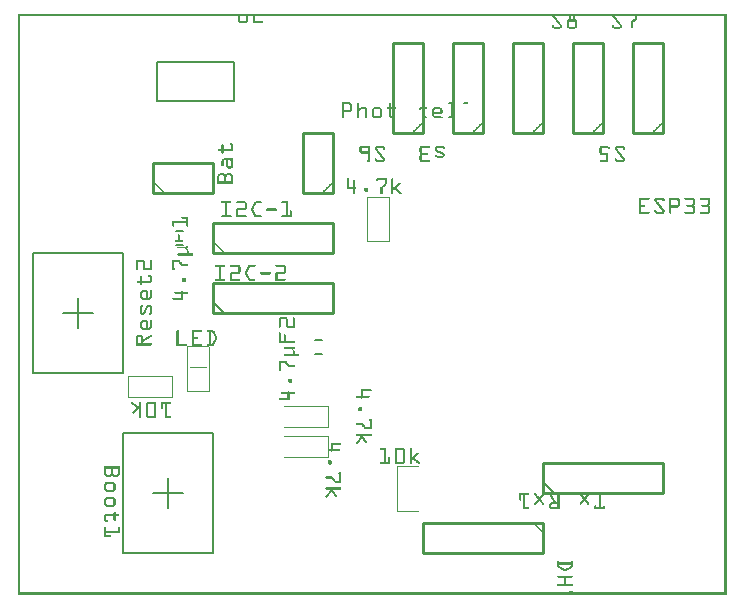
<source format=gto>
G04 MADE WITH FRITZING*
G04 WWW.FRITZING.ORG*
G04 DOUBLE SIDED*
G04 HOLES PLATED*
G04 CONTOUR ON CENTER OF CONTOUR VECTOR*
%ASAXBY*%
%FSLAX23Y23*%
%MOIN*%
%OFA0B0*%
%SFA1.0B1.0*%
%ADD10C,0.010000*%
%ADD11C,0.005000*%
%ADD12C,0.006000*%
%ADD13C,0.008000*%
%ADD14R,0.001000X0.001000*%
%LNSILK1*%
G90*
G70*
G54D10*
X452Y1342D02*
X652Y1342D01*
D02*
X652Y1342D02*
X652Y1442D01*
D02*
X652Y1442D02*
X452Y1442D01*
D02*
X452Y1442D02*
X452Y1342D01*
D02*
X652Y942D02*
X1052Y942D01*
D02*
X1052Y942D02*
X1052Y1042D01*
D02*
X1052Y1042D02*
X652Y1042D01*
D02*
X652Y1042D02*
X652Y942D01*
G54D11*
D02*
X687Y942D02*
X652Y977D01*
G54D10*
D02*
X652Y1142D02*
X1052Y1142D01*
D02*
X1052Y1142D02*
X1052Y1242D01*
D02*
X1052Y1242D02*
X652Y1242D01*
D02*
X652Y1242D02*
X652Y1142D01*
G54D11*
D02*
X152Y942D02*
X252Y942D01*
D02*
X202Y892D02*
X202Y992D01*
D02*
X52Y742D02*
X52Y1142D01*
D02*
X52Y1142D02*
X352Y1142D01*
D02*
X352Y1142D02*
X352Y742D01*
D02*
X352Y742D02*
X52Y742D01*
G54D12*
D02*
X526Y1216D02*
X549Y1216D01*
D02*
X526Y1169D02*
X549Y1169D01*
G54D11*
D02*
X552Y342D02*
X452Y342D01*
D02*
X502Y392D02*
X502Y292D01*
D02*
X652Y542D02*
X652Y142D01*
D02*
X652Y142D02*
X352Y142D01*
D02*
X352Y142D02*
X352Y542D01*
D02*
X352Y542D02*
X652Y542D01*
G54D13*
D02*
X722Y1779D02*
X722Y1649D01*
D02*
X722Y1649D02*
X464Y1649D01*
D02*
X464Y1649D02*
X464Y1779D01*
D02*
X464Y1779D02*
X722Y1779D01*
G54D10*
D02*
X1752Y342D02*
X2152Y342D01*
D02*
X2152Y342D02*
X2152Y442D01*
D02*
X2152Y442D02*
X1752Y442D01*
D02*
X1752Y442D02*
X1752Y342D01*
G54D11*
D02*
X1787Y342D02*
X1752Y377D01*
G54D10*
D02*
X1752Y242D02*
X1352Y242D01*
D02*
X1352Y242D02*
X1352Y142D01*
D02*
X1352Y142D02*
X1752Y142D01*
D02*
X1752Y142D02*
X1752Y242D01*
D02*
X2152Y1542D02*
X2152Y1842D01*
D02*
X2152Y1842D02*
X2052Y1842D01*
D02*
X2052Y1842D02*
X2052Y1542D01*
D02*
X2052Y1542D02*
X2152Y1542D01*
D02*
X1352Y1542D02*
X1352Y1842D01*
D02*
X1352Y1842D02*
X1252Y1842D01*
D02*
X1252Y1842D02*
X1252Y1542D01*
D02*
X1252Y1542D02*
X1352Y1542D01*
D02*
X1752Y1542D02*
X1752Y1842D01*
D02*
X1752Y1842D02*
X1652Y1842D01*
D02*
X1652Y1842D02*
X1652Y1542D01*
D02*
X1652Y1542D02*
X1752Y1542D01*
D02*
X1952Y1542D02*
X1952Y1842D01*
D02*
X1952Y1842D02*
X1852Y1842D01*
D02*
X1852Y1842D02*
X1852Y1542D01*
D02*
X1852Y1542D02*
X1952Y1542D01*
D02*
X1552Y1542D02*
X1552Y1842D01*
D02*
X1552Y1842D02*
X1452Y1842D01*
D02*
X1452Y1842D02*
X1452Y1542D01*
D02*
X1452Y1542D02*
X1552Y1542D01*
D02*
X1052Y1342D02*
X1052Y1542D01*
D02*
X1052Y1542D02*
X952Y1542D01*
D02*
X952Y1542D02*
X952Y1342D01*
D02*
X952Y1342D02*
X1052Y1342D01*
G54D12*
D02*
X990Y852D02*
X1014Y852D01*
D02*
X990Y804D02*
X1014Y804D01*
G54D14*
X0Y1937D02*
X2362Y1937D01*
X0Y1936D02*
X2362Y1936D01*
X0Y1935D02*
X2362Y1935D01*
X0Y1934D02*
X2362Y1934D01*
X0Y1933D02*
X2362Y1933D01*
X0Y1932D02*
X2362Y1932D01*
X0Y1931D02*
X2362Y1931D01*
X0Y1930D02*
X2362Y1930D01*
X0Y1929D02*
X7Y1929D01*
X734Y1929D02*
X740Y1929D01*
X762Y1929D02*
X768Y1929D01*
X784Y1929D02*
X790Y1929D01*
X1782Y1929D02*
X1790Y1929D01*
X1837Y1929D02*
X1843Y1929D01*
X1851Y1929D02*
X1857Y1929D01*
X1982Y1929D02*
X1990Y1929D01*
X2058Y1929D02*
X2064Y1929D01*
X2355Y1929D02*
X2362Y1929D01*
X0Y1928D02*
X7Y1928D01*
X734Y1928D02*
X740Y1928D01*
X762Y1928D02*
X768Y1928D01*
X784Y1928D02*
X790Y1928D01*
X1783Y1928D02*
X1791Y1928D01*
X1837Y1928D02*
X1843Y1928D01*
X1851Y1928D02*
X1857Y1928D01*
X1983Y1928D02*
X1991Y1928D01*
X2058Y1928D02*
X2064Y1928D01*
X2355Y1928D02*
X2362Y1928D01*
X0Y1927D02*
X7Y1927D01*
X734Y1927D02*
X740Y1927D01*
X762Y1927D02*
X768Y1927D01*
X784Y1927D02*
X790Y1927D01*
X1784Y1927D02*
X1792Y1927D01*
X1837Y1927D02*
X1843Y1927D01*
X1851Y1927D02*
X1857Y1927D01*
X1984Y1927D02*
X1992Y1927D01*
X2058Y1927D02*
X2064Y1927D01*
X2355Y1927D02*
X2362Y1927D01*
X0Y1926D02*
X7Y1926D01*
X734Y1926D02*
X740Y1926D01*
X762Y1926D02*
X768Y1926D01*
X784Y1926D02*
X790Y1926D01*
X1785Y1926D02*
X1793Y1926D01*
X1837Y1926D02*
X1843Y1926D01*
X1851Y1926D02*
X1857Y1926D01*
X1985Y1926D02*
X1993Y1926D01*
X2058Y1926D02*
X2064Y1926D01*
X2355Y1926D02*
X2362Y1926D01*
X0Y1925D02*
X7Y1925D01*
X734Y1925D02*
X740Y1925D01*
X762Y1925D02*
X768Y1925D01*
X784Y1925D02*
X790Y1925D01*
X1786Y1925D02*
X1794Y1925D01*
X1837Y1925D02*
X1843Y1925D01*
X1851Y1925D02*
X1857Y1925D01*
X1986Y1925D02*
X1994Y1925D01*
X2058Y1925D02*
X2064Y1925D01*
X2355Y1925D02*
X2362Y1925D01*
X0Y1924D02*
X7Y1924D01*
X734Y1924D02*
X740Y1924D01*
X762Y1924D02*
X768Y1924D01*
X784Y1924D02*
X790Y1924D01*
X1786Y1924D02*
X1794Y1924D01*
X1837Y1924D02*
X1843Y1924D01*
X1851Y1924D02*
X1857Y1924D01*
X1986Y1924D02*
X1994Y1924D01*
X2058Y1924D02*
X2064Y1924D01*
X2355Y1924D02*
X2362Y1924D01*
X0Y1923D02*
X7Y1923D01*
X734Y1923D02*
X740Y1923D01*
X762Y1923D02*
X768Y1923D01*
X784Y1923D02*
X790Y1923D01*
X1787Y1923D02*
X1795Y1923D01*
X1837Y1923D02*
X1843Y1923D01*
X1851Y1923D02*
X1857Y1923D01*
X1987Y1923D02*
X1995Y1923D01*
X2057Y1923D02*
X2064Y1923D01*
X2355Y1923D02*
X2362Y1923D01*
X0Y1922D02*
X7Y1922D01*
X734Y1922D02*
X740Y1922D01*
X762Y1922D02*
X768Y1922D01*
X784Y1922D02*
X790Y1922D01*
X1788Y1922D02*
X1796Y1922D01*
X1837Y1922D02*
X1843Y1922D01*
X1851Y1922D02*
X1857Y1922D01*
X1988Y1922D02*
X1996Y1922D01*
X2056Y1922D02*
X2064Y1922D01*
X2355Y1922D02*
X2362Y1922D01*
X0Y1921D02*
X7Y1921D01*
X734Y1921D02*
X740Y1921D01*
X762Y1921D02*
X768Y1921D01*
X784Y1921D02*
X790Y1921D01*
X1789Y1921D02*
X1797Y1921D01*
X1837Y1921D02*
X1843Y1921D01*
X1851Y1921D02*
X1857Y1921D01*
X1989Y1921D02*
X1997Y1921D01*
X2055Y1921D02*
X2063Y1921D01*
X2355Y1921D02*
X2362Y1921D01*
X0Y1920D02*
X7Y1920D01*
X734Y1920D02*
X740Y1920D01*
X762Y1920D02*
X768Y1920D01*
X784Y1920D02*
X790Y1920D01*
X1789Y1920D02*
X1797Y1920D01*
X1837Y1920D02*
X1843Y1920D01*
X1851Y1920D02*
X1857Y1920D01*
X1989Y1920D02*
X1997Y1920D01*
X2054Y1920D02*
X2063Y1920D01*
X2355Y1920D02*
X2362Y1920D01*
X0Y1919D02*
X7Y1919D01*
X734Y1919D02*
X740Y1919D01*
X762Y1919D02*
X768Y1919D01*
X784Y1919D02*
X790Y1919D01*
X1790Y1919D02*
X1798Y1919D01*
X1834Y1919D02*
X1859Y1919D01*
X1990Y1919D02*
X1998Y1919D01*
X2052Y1919D02*
X2062Y1919D01*
X2355Y1919D02*
X2362Y1919D01*
X0Y1918D02*
X7Y1918D01*
X734Y1918D02*
X740Y1918D01*
X762Y1918D02*
X768Y1918D01*
X784Y1918D02*
X790Y1918D01*
X1791Y1918D02*
X1799Y1918D01*
X1833Y1918D02*
X1861Y1918D01*
X1991Y1918D02*
X1999Y1918D01*
X2051Y1918D02*
X2061Y1918D01*
X2355Y1918D02*
X2362Y1918D01*
X0Y1917D02*
X7Y1917D01*
X734Y1917D02*
X740Y1917D01*
X762Y1917D02*
X768Y1917D01*
X784Y1917D02*
X790Y1917D01*
X1792Y1917D02*
X1800Y1917D01*
X1832Y1917D02*
X1862Y1917D01*
X1992Y1917D02*
X2000Y1917D01*
X2050Y1917D02*
X2060Y1917D01*
X2355Y1917D02*
X2362Y1917D01*
X0Y1916D02*
X7Y1916D01*
X734Y1916D02*
X740Y1916D01*
X761Y1916D02*
X768Y1916D01*
X784Y1916D02*
X790Y1916D01*
X1793Y1916D02*
X1801Y1916D01*
X1831Y1916D02*
X1863Y1916D01*
X1993Y1916D02*
X2001Y1916D01*
X2049Y1916D02*
X2059Y1916D01*
X2355Y1916D02*
X2362Y1916D01*
X0Y1915D02*
X7Y1915D01*
X734Y1915D02*
X741Y1915D01*
X761Y1915D02*
X767Y1915D01*
X784Y1915D02*
X790Y1915D01*
X1793Y1915D02*
X1801Y1915D01*
X1831Y1915D02*
X1863Y1915D01*
X1993Y1915D02*
X2001Y1915D01*
X2048Y1915D02*
X2058Y1915D01*
X2355Y1915D02*
X2362Y1915D01*
X0Y1914D02*
X7Y1914D01*
X734Y1914D02*
X741Y1914D01*
X760Y1914D02*
X767Y1914D01*
X784Y1914D02*
X790Y1914D01*
X1794Y1914D02*
X1802Y1914D01*
X1830Y1914D02*
X1863Y1914D01*
X1994Y1914D02*
X2002Y1914D01*
X2047Y1914D02*
X2056Y1914D01*
X2355Y1914D02*
X2362Y1914D01*
X0Y1913D02*
X7Y1913D01*
X735Y1913D02*
X767Y1913D01*
X784Y1913D02*
X815Y1913D01*
X1795Y1913D02*
X1803Y1913D01*
X1830Y1913D02*
X1864Y1913D01*
X1995Y1913D02*
X2003Y1913D01*
X2045Y1913D02*
X2055Y1913D01*
X2355Y1913D02*
X2362Y1913D01*
X0Y1912D02*
X7Y1912D01*
X735Y1912D02*
X766Y1912D01*
X784Y1912D02*
X817Y1912D01*
X1796Y1912D02*
X1804Y1912D01*
X1830Y1912D02*
X1836Y1912D01*
X1858Y1912D02*
X1864Y1912D01*
X1996Y1912D02*
X2004Y1912D01*
X2044Y1912D02*
X2054Y1912D01*
X2355Y1912D02*
X2362Y1912D01*
X0Y1911D02*
X7Y1911D01*
X736Y1911D02*
X766Y1911D01*
X784Y1911D02*
X817Y1911D01*
X1796Y1911D02*
X1804Y1911D01*
X1830Y1911D02*
X1836Y1911D01*
X1858Y1911D02*
X1864Y1911D01*
X1996Y1911D02*
X2004Y1911D01*
X2044Y1911D02*
X2053Y1911D01*
X2355Y1911D02*
X2362Y1911D01*
X0Y1910D02*
X7Y1910D01*
X736Y1910D02*
X765Y1910D01*
X784Y1910D02*
X818Y1910D01*
X1797Y1910D02*
X1805Y1910D01*
X1830Y1910D02*
X1836Y1910D01*
X1858Y1910D02*
X1864Y1910D01*
X1997Y1910D02*
X2005Y1910D01*
X2044Y1910D02*
X2052Y1910D01*
X2355Y1910D02*
X2362Y1910D01*
X0Y1909D02*
X7Y1909D01*
X737Y1909D02*
X764Y1909D01*
X784Y1909D02*
X818Y1909D01*
X1798Y1909D02*
X1806Y1909D01*
X1830Y1909D02*
X1836Y1909D01*
X1858Y1909D02*
X1864Y1909D01*
X1998Y1909D02*
X2006Y1909D01*
X2044Y1909D02*
X2050Y1909D01*
X2355Y1909D02*
X2362Y1909D01*
X0Y1908D02*
X7Y1908D01*
X739Y1908D02*
X763Y1908D01*
X784Y1908D02*
X817Y1908D01*
X1799Y1908D02*
X1807Y1908D01*
X1830Y1908D02*
X1836Y1908D01*
X1858Y1908D02*
X1864Y1908D01*
X1999Y1908D02*
X2007Y1908D01*
X2044Y1908D02*
X2050Y1908D01*
X2355Y1908D02*
X2362Y1908D01*
X0Y1907D02*
X7Y1907D01*
X741Y1907D02*
X761Y1907D01*
X784Y1907D02*
X816Y1907D01*
X1800Y1907D02*
X1808Y1907D01*
X1830Y1907D02*
X1836Y1907D01*
X1858Y1907D02*
X1864Y1907D01*
X2000Y1907D02*
X2008Y1907D01*
X2044Y1907D02*
X2050Y1907D01*
X2355Y1907D02*
X2362Y1907D01*
X0Y1906D02*
X7Y1906D01*
X1800Y1906D02*
X1808Y1906D01*
X1830Y1906D02*
X1836Y1906D01*
X1858Y1906D02*
X1864Y1906D01*
X2000Y1906D02*
X2008Y1906D01*
X2044Y1906D02*
X2050Y1906D01*
X2355Y1906D02*
X2362Y1906D01*
X0Y1905D02*
X7Y1905D01*
X1801Y1905D02*
X1809Y1905D01*
X1830Y1905D02*
X1836Y1905D01*
X1858Y1905D02*
X1864Y1905D01*
X2001Y1905D02*
X2009Y1905D01*
X2044Y1905D02*
X2050Y1905D01*
X2355Y1905D02*
X2362Y1905D01*
X0Y1904D02*
X7Y1904D01*
X1802Y1904D02*
X1810Y1904D01*
X1830Y1904D02*
X1836Y1904D01*
X1858Y1904D02*
X1864Y1904D01*
X2002Y1904D02*
X2010Y1904D01*
X2044Y1904D02*
X2050Y1904D01*
X2355Y1904D02*
X2362Y1904D01*
X0Y1903D02*
X7Y1903D01*
X1803Y1903D02*
X1811Y1903D01*
X1830Y1903D02*
X1836Y1903D01*
X1858Y1903D02*
X1864Y1903D01*
X2003Y1903D02*
X2011Y1903D01*
X2044Y1903D02*
X2050Y1903D01*
X2355Y1903D02*
X2362Y1903D01*
X0Y1902D02*
X7Y1902D01*
X1803Y1902D02*
X1811Y1902D01*
X1830Y1902D02*
X1836Y1902D01*
X1858Y1902D02*
X1864Y1902D01*
X2003Y1902D02*
X2011Y1902D01*
X2044Y1902D02*
X2050Y1902D01*
X2355Y1902D02*
X2362Y1902D01*
X0Y1901D02*
X7Y1901D01*
X1781Y1901D02*
X1785Y1901D01*
X1804Y1901D02*
X1812Y1901D01*
X1830Y1901D02*
X1836Y1901D01*
X1858Y1901D02*
X1864Y1901D01*
X1981Y1901D02*
X1985Y1901D01*
X2004Y1901D02*
X2012Y1901D01*
X2044Y1901D02*
X2050Y1901D01*
X2355Y1901D02*
X2362Y1901D01*
X0Y1900D02*
X7Y1900D01*
X1780Y1900D02*
X1785Y1900D01*
X1805Y1900D02*
X1813Y1900D01*
X1830Y1900D02*
X1836Y1900D01*
X1858Y1900D02*
X1864Y1900D01*
X1980Y1900D02*
X1985Y1900D01*
X2005Y1900D02*
X2013Y1900D01*
X2044Y1900D02*
X2050Y1900D01*
X2355Y1900D02*
X2362Y1900D01*
X0Y1899D02*
X7Y1899D01*
X1780Y1899D02*
X1786Y1899D01*
X1806Y1899D02*
X1813Y1899D01*
X1830Y1899D02*
X1836Y1899D01*
X1858Y1899D02*
X1864Y1899D01*
X1980Y1899D02*
X1986Y1899D01*
X2006Y1899D02*
X2013Y1899D01*
X2044Y1899D02*
X2050Y1899D01*
X2355Y1899D02*
X2362Y1899D01*
X0Y1898D02*
X7Y1898D01*
X1780Y1898D02*
X1786Y1898D01*
X1807Y1898D02*
X1813Y1898D01*
X1830Y1898D02*
X1836Y1898D01*
X1858Y1898D02*
X1864Y1898D01*
X1980Y1898D02*
X1986Y1898D01*
X2007Y1898D02*
X2013Y1898D01*
X2044Y1898D02*
X2050Y1898D01*
X2355Y1898D02*
X2362Y1898D01*
X0Y1897D02*
X7Y1897D01*
X1780Y1897D02*
X1786Y1897D01*
X1807Y1897D02*
X1813Y1897D01*
X1830Y1897D02*
X1836Y1897D01*
X1858Y1897D02*
X1864Y1897D01*
X1980Y1897D02*
X1986Y1897D01*
X2007Y1897D02*
X2013Y1897D01*
X2044Y1897D02*
X2050Y1897D01*
X2355Y1897D02*
X2362Y1897D01*
X0Y1896D02*
X7Y1896D01*
X1780Y1896D02*
X1788Y1896D01*
X1807Y1896D02*
X1813Y1896D01*
X1830Y1896D02*
X1836Y1896D01*
X1857Y1896D02*
X1864Y1896D01*
X1980Y1896D02*
X1988Y1896D01*
X2007Y1896D02*
X2013Y1896D01*
X2044Y1896D02*
X2050Y1896D01*
X2355Y1896D02*
X2362Y1896D01*
X0Y1895D02*
X7Y1895D01*
X1781Y1895D02*
X1813Y1895D01*
X1830Y1895D02*
X1864Y1895D01*
X1980Y1895D02*
X2013Y1895D01*
X2044Y1895D02*
X2050Y1895D01*
X2355Y1895D02*
X2362Y1895D01*
X0Y1894D02*
X7Y1894D01*
X1781Y1894D02*
X1813Y1894D01*
X1830Y1894D02*
X1863Y1894D01*
X1981Y1894D02*
X2013Y1894D01*
X2044Y1894D02*
X2050Y1894D01*
X2355Y1894D02*
X2362Y1894D01*
X0Y1893D02*
X7Y1893D01*
X1782Y1893D02*
X1812Y1893D01*
X1831Y1893D02*
X1863Y1893D01*
X1982Y1893D02*
X2012Y1893D01*
X2044Y1893D02*
X2050Y1893D01*
X2355Y1893D02*
X2362Y1893D01*
X0Y1892D02*
X7Y1892D01*
X1782Y1892D02*
X1812Y1892D01*
X1831Y1892D02*
X1862Y1892D01*
X1982Y1892D02*
X2012Y1892D01*
X2044Y1892D02*
X2050Y1892D01*
X2355Y1892D02*
X2362Y1892D01*
X0Y1891D02*
X7Y1891D01*
X1783Y1891D02*
X1811Y1891D01*
X1832Y1891D02*
X1862Y1891D01*
X1983Y1891D02*
X2011Y1891D01*
X2044Y1891D02*
X2049Y1891D01*
X2355Y1891D02*
X2362Y1891D01*
X0Y1890D02*
X7Y1890D01*
X1785Y1890D02*
X1810Y1890D01*
X1833Y1890D02*
X1860Y1890D01*
X1985Y1890D02*
X2009Y1890D01*
X2045Y1890D02*
X2049Y1890D01*
X2355Y1890D02*
X2362Y1890D01*
X0Y1889D02*
X7Y1889D01*
X1788Y1889D02*
X1807Y1889D01*
X1836Y1889D02*
X1858Y1889D01*
X1988Y1889D02*
X2007Y1889D01*
X2047Y1889D02*
X2047Y1889D01*
X2355Y1889D02*
X2362Y1889D01*
X0Y1888D02*
X7Y1888D01*
X2355Y1888D02*
X2362Y1888D01*
X0Y1887D02*
X7Y1887D01*
X2355Y1887D02*
X2362Y1887D01*
X0Y1886D02*
X7Y1886D01*
X2355Y1886D02*
X2362Y1886D01*
X0Y1885D02*
X7Y1885D01*
X2355Y1885D02*
X2362Y1885D01*
X0Y1884D02*
X7Y1884D01*
X2355Y1884D02*
X2362Y1884D01*
X0Y1883D02*
X7Y1883D01*
X2355Y1883D02*
X2362Y1883D01*
X0Y1882D02*
X7Y1882D01*
X2355Y1882D02*
X2362Y1882D01*
X0Y1881D02*
X7Y1881D01*
X2355Y1881D02*
X2362Y1881D01*
X0Y1880D02*
X7Y1880D01*
X2355Y1880D02*
X2362Y1880D01*
X0Y1879D02*
X7Y1879D01*
X2355Y1879D02*
X2362Y1879D01*
X0Y1878D02*
X7Y1878D01*
X2355Y1878D02*
X2362Y1878D01*
X0Y1877D02*
X7Y1877D01*
X2355Y1877D02*
X2362Y1877D01*
X0Y1876D02*
X7Y1876D01*
X2355Y1876D02*
X2362Y1876D01*
X0Y1875D02*
X7Y1875D01*
X2355Y1875D02*
X2362Y1875D01*
X0Y1874D02*
X7Y1874D01*
X2355Y1874D02*
X2362Y1874D01*
X0Y1873D02*
X7Y1873D01*
X2355Y1873D02*
X2362Y1873D01*
X0Y1872D02*
X7Y1872D01*
X2355Y1872D02*
X2362Y1872D01*
X0Y1871D02*
X7Y1871D01*
X2355Y1871D02*
X2362Y1871D01*
X0Y1870D02*
X7Y1870D01*
X2355Y1870D02*
X2362Y1870D01*
X0Y1869D02*
X7Y1869D01*
X2355Y1869D02*
X2362Y1869D01*
X0Y1868D02*
X7Y1868D01*
X2355Y1868D02*
X2362Y1868D01*
X0Y1867D02*
X7Y1867D01*
X2355Y1867D02*
X2362Y1867D01*
X0Y1866D02*
X7Y1866D01*
X2355Y1866D02*
X2362Y1866D01*
X0Y1865D02*
X7Y1865D01*
X2355Y1865D02*
X2362Y1865D01*
X0Y1864D02*
X7Y1864D01*
X2355Y1864D02*
X2362Y1864D01*
X0Y1863D02*
X7Y1863D01*
X2355Y1863D02*
X2362Y1863D01*
X0Y1862D02*
X7Y1862D01*
X2355Y1862D02*
X2362Y1862D01*
X0Y1861D02*
X7Y1861D01*
X2355Y1861D02*
X2362Y1861D01*
X0Y1860D02*
X7Y1860D01*
X2355Y1860D02*
X2362Y1860D01*
X0Y1859D02*
X7Y1859D01*
X2355Y1859D02*
X2362Y1859D01*
X0Y1858D02*
X7Y1858D01*
X2355Y1858D02*
X2362Y1858D01*
X0Y1857D02*
X7Y1857D01*
X2355Y1857D02*
X2362Y1857D01*
X0Y1856D02*
X7Y1856D01*
X2355Y1856D02*
X2362Y1856D01*
X0Y1855D02*
X7Y1855D01*
X2355Y1855D02*
X2362Y1855D01*
X0Y1854D02*
X7Y1854D01*
X2355Y1854D02*
X2362Y1854D01*
X0Y1853D02*
X7Y1853D01*
X2355Y1853D02*
X2362Y1853D01*
X0Y1852D02*
X7Y1852D01*
X2355Y1852D02*
X2362Y1852D01*
X0Y1851D02*
X7Y1851D01*
X2355Y1851D02*
X2362Y1851D01*
X0Y1850D02*
X7Y1850D01*
X2355Y1850D02*
X2362Y1850D01*
X0Y1849D02*
X7Y1849D01*
X2355Y1849D02*
X2362Y1849D01*
X0Y1848D02*
X7Y1848D01*
X2355Y1848D02*
X2362Y1848D01*
X0Y1847D02*
X7Y1847D01*
X2355Y1847D02*
X2362Y1847D01*
X0Y1846D02*
X7Y1846D01*
X2355Y1846D02*
X2362Y1846D01*
X0Y1845D02*
X7Y1845D01*
X2355Y1845D02*
X2362Y1845D01*
X0Y1844D02*
X7Y1844D01*
X2355Y1844D02*
X2362Y1844D01*
X0Y1843D02*
X7Y1843D01*
X2355Y1843D02*
X2362Y1843D01*
X0Y1842D02*
X7Y1842D01*
X2355Y1842D02*
X2362Y1842D01*
X0Y1841D02*
X7Y1841D01*
X2355Y1841D02*
X2362Y1841D01*
X0Y1840D02*
X7Y1840D01*
X2355Y1840D02*
X2362Y1840D01*
X0Y1839D02*
X7Y1839D01*
X2355Y1839D02*
X2362Y1839D01*
X0Y1838D02*
X7Y1838D01*
X2355Y1838D02*
X2362Y1838D01*
X0Y1837D02*
X7Y1837D01*
X2355Y1837D02*
X2362Y1837D01*
X0Y1836D02*
X7Y1836D01*
X2355Y1836D02*
X2362Y1836D01*
X0Y1835D02*
X7Y1835D01*
X2355Y1835D02*
X2362Y1835D01*
X0Y1834D02*
X7Y1834D01*
X2355Y1834D02*
X2362Y1834D01*
X0Y1833D02*
X7Y1833D01*
X2355Y1833D02*
X2362Y1833D01*
X0Y1832D02*
X7Y1832D01*
X2355Y1832D02*
X2362Y1832D01*
X0Y1831D02*
X7Y1831D01*
X2355Y1831D02*
X2362Y1831D01*
X0Y1830D02*
X7Y1830D01*
X2355Y1830D02*
X2362Y1830D01*
X0Y1829D02*
X7Y1829D01*
X2355Y1829D02*
X2362Y1829D01*
X0Y1828D02*
X7Y1828D01*
X2355Y1828D02*
X2362Y1828D01*
X0Y1827D02*
X7Y1827D01*
X2355Y1827D02*
X2362Y1827D01*
X0Y1826D02*
X7Y1826D01*
X2355Y1826D02*
X2362Y1826D01*
X0Y1825D02*
X7Y1825D01*
X2355Y1825D02*
X2362Y1825D01*
X0Y1824D02*
X7Y1824D01*
X2355Y1824D02*
X2362Y1824D01*
X0Y1823D02*
X7Y1823D01*
X2355Y1823D02*
X2362Y1823D01*
X0Y1822D02*
X7Y1822D01*
X2355Y1822D02*
X2362Y1822D01*
X0Y1821D02*
X7Y1821D01*
X2355Y1821D02*
X2362Y1821D01*
X0Y1820D02*
X7Y1820D01*
X2355Y1820D02*
X2362Y1820D01*
X0Y1819D02*
X7Y1819D01*
X2355Y1819D02*
X2362Y1819D01*
X0Y1818D02*
X7Y1818D01*
X2355Y1818D02*
X2362Y1818D01*
X0Y1817D02*
X7Y1817D01*
X2355Y1817D02*
X2362Y1817D01*
X0Y1816D02*
X7Y1816D01*
X2355Y1816D02*
X2362Y1816D01*
X0Y1815D02*
X7Y1815D01*
X2355Y1815D02*
X2362Y1815D01*
X0Y1814D02*
X7Y1814D01*
X2355Y1814D02*
X2362Y1814D01*
X0Y1813D02*
X7Y1813D01*
X2355Y1813D02*
X2362Y1813D01*
X0Y1812D02*
X7Y1812D01*
X2355Y1812D02*
X2362Y1812D01*
X0Y1811D02*
X7Y1811D01*
X2355Y1811D02*
X2362Y1811D01*
X0Y1810D02*
X7Y1810D01*
X2355Y1810D02*
X2362Y1810D01*
X0Y1809D02*
X7Y1809D01*
X2355Y1809D02*
X2362Y1809D01*
X0Y1808D02*
X7Y1808D01*
X2355Y1808D02*
X2362Y1808D01*
X0Y1807D02*
X7Y1807D01*
X2355Y1807D02*
X2362Y1807D01*
X0Y1806D02*
X7Y1806D01*
X2355Y1806D02*
X2362Y1806D01*
X0Y1805D02*
X7Y1805D01*
X2355Y1805D02*
X2362Y1805D01*
X0Y1804D02*
X7Y1804D01*
X2355Y1804D02*
X2362Y1804D01*
X0Y1803D02*
X7Y1803D01*
X2355Y1803D02*
X2362Y1803D01*
X0Y1802D02*
X7Y1802D01*
X2355Y1802D02*
X2362Y1802D01*
X0Y1801D02*
X7Y1801D01*
X2355Y1801D02*
X2362Y1801D01*
X0Y1800D02*
X7Y1800D01*
X2355Y1800D02*
X2362Y1800D01*
X0Y1799D02*
X7Y1799D01*
X2355Y1799D02*
X2362Y1799D01*
X0Y1798D02*
X7Y1798D01*
X2355Y1798D02*
X2362Y1798D01*
X0Y1797D02*
X7Y1797D01*
X2355Y1797D02*
X2362Y1797D01*
X0Y1796D02*
X7Y1796D01*
X2355Y1796D02*
X2362Y1796D01*
X0Y1795D02*
X7Y1795D01*
X2355Y1795D02*
X2362Y1795D01*
X0Y1794D02*
X7Y1794D01*
X2355Y1794D02*
X2362Y1794D01*
X0Y1793D02*
X7Y1793D01*
X2355Y1793D02*
X2362Y1793D01*
X0Y1792D02*
X7Y1792D01*
X2355Y1792D02*
X2362Y1792D01*
X0Y1791D02*
X7Y1791D01*
X2355Y1791D02*
X2362Y1791D01*
X0Y1790D02*
X7Y1790D01*
X2355Y1790D02*
X2362Y1790D01*
X0Y1789D02*
X7Y1789D01*
X2355Y1789D02*
X2362Y1789D01*
X0Y1788D02*
X7Y1788D01*
X2355Y1788D02*
X2362Y1788D01*
X0Y1787D02*
X7Y1787D01*
X2355Y1787D02*
X2362Y1787D01*
X0Y1786D02*
X7Y1786D01*
X2355Y1786D02*
X2362Y1786D01*
X0Y1785D02*
X7Y1785D01*
X2355Y1785D02*
X2362Y1785D01*
X0Y1784D02*
X7Y1784D01*
X2355Y1784D02*
X2362Y1784D01*
X0Y1783D02*
X7Y1783D01*
X2355Y1783D02*
X2362Y1783D01*
X0Y1782D02*
X7Y1782D01*
X2355Y1782D02*
X2362Y1782D01*
X0Y1781D02*
X7Y1781D01*
X2355Y1781D02*
X2362Y1781D01*
X0Y1780D02*
X7Y1780D01*
X2355Y1780D02*
X2362Y1780D01*
X0Y1779D02*
X7Y1779D01*
X2355Y1779D02*
X2362Y1779D01*
X0Y1778D02*
X7Y1778D01*
X2355Y1778D02*
X2362Y1778D01*
X0Y1777D02*
X7Y1777D01*
X2355Y1777D02*
X2362Y1777D01*
X0Y1776D02*
X7Y1776D01*
X2355Y1776D02*
X2362Y1776D01*
X0Y1775D02*
X7Y1775D01*
X2355Y1775D02*
X2362Y1775D01*
X0Y1774D02*
X7Y1774D01*
X2355Y1774D02*
X2362Y1774D01*
X0Y1773D02*
X7Y1773D01*
X2355Y1773D02*
X2362Y1773D01*
X0Y1772D02*
X7Y1772D01*
X2355Y1772D02*
X2362Y1772D01*
X0Y1771D02*
X7Y1771D01*
X2355Y1771D02*
X2362Y1771D01*
X0Y1770D02*
X7Y1770D01*
X2355Y1770D02*
X2362Y1770D01*
X0Y1769D02*
X7Y1769D01*
X2355Y1769D02*
X2362Y1769D01*
X0Y1768D02*
X7Y1768D01*
X2355Y1768D02*
X2362Y1768D01*
X0Y1767D02*
X7Y1767D01*
X2355Y1767D02*
X2362Y1767D01*
X0Y1766D02*
X7Y1766D01*
X2355Y1766D02*
X2362Y1766D01*
X0Y1765D02*
X7Y1765D01*
X2355Y1765D02*
X2362Y1765D01*
X0Y1764D02*
X7Y1764D01*
X2355Y1764D02*
X2362Y1764D01*
X0Y1763D02*
X7Y1763D01*
X2355Y1763D02*
X2362Y1763D01*
X0Y1762D02*
X7Y1762D01*
X2355Y1762D02*
X2362Y1762D01*
X0Y1761D02*
X7Y1761D01*
X2355Y1761D02*
X2362Y1761D01*
X0Y1760D02*
X7Y1760D01*
X2355Y1760D02*
X2362Y1760D01*
X0Y1759D02*
X7Y1759D01*
X2355Y1759D02*
X2362Y1759D01*
X0Y1758D02*
X7Y1758D01*
X2355Y1758D02*
X2362Y1758D01*
X0Y1757D02*
X7Y1757D01*
X2355Y1757D02*
X2362Y1757D01*
X0Y1756D02*
X7Y1756D01*
X2355Y1756D02*
X2362Y1756D01*
X0Y1755D02*
X7Y1755D01*
X2355Y1755D02*
X2362Y1755D01*
X0Y1754D02*
X7Y1754D01*
X2355Y1754D02*
X2362Y1754D01*
X0Y1753D02*
X7Y1753D01*
X2355Y1753D02*
X2362Y1753D01*
X0Y1752D02*
X7Y1752D01*
X2355Y1752D02*
X2362Y1752D01*
X0Y1751D02*
X7Y1751D01*
X2355Y1751D02*
X2362Y1751D01*
X0Y1750D02*
X7Y1750D01*
X2355Y1750D02*
X2362Y1750D01*
X0Y1749D02*
X7Y1749D01*
X2355Y1749D02*
X2362Y1749D01*
X0Y1748D02*
X7Y1748D01*
X2355Y1748D02*
X2362Y1748D01*
X0Y1747D02*
X7Y1747D01*
X2355Y1747D02*
X2362Y1747D01*
X0Y1746D02*
X7Y1746D01*
X2355Y1746D02*
X2362Y1746D01*
X0Y1745D02*
X7Y1745D01*
X2355Y1745D02*
X2362Y1745D01*
X0Y1744D02*
X7Y1744D01*
X2355Y1744D02*
X2362Y1744D01*
X0Y1743D02*
X7Y1743D01*
X2355Y1743D02*
X2362Y1743D01*
X0Y1742D02*
X7Y1742D01*
X2355Y1742D02*
X2362Y1742D01*
X0Y1741D02*
X7Y1741D01*
X2355Y1741D02*
X2362Y1741D01*
X0Y1740D02*
X7Y1740D01*
X2355Y1740D02*
X2362Y1740D01*
X0Y1739D02*
X7Y1739D01*
X2355Y1739D02*
X2362Y1739D01*
X0Y1738D02*
X7Y1738D01*
X2355Y1738D02*
X2362Y1738D01*
X0Y1737D02*
X7Y1737D01*
X2355Y1737D02*
X2362Y1737D01*
X0Y1736D02*
X7Y1736D01*
X2355Y1736D02*
X2362Y1736D01*
X0Y1735D02*
X7Y1735D01*
X2355Y1735D02*
X2362Y1735D01*
X0Y1734D02*
X7Y1734D01*
X2355Y1734D02*
X2362Y1734D01*
X0Y1733D02*
X7Y1733D01*
X2355Y1733D02*
X2362Y1733D01*
X0Y1732D02*
X7Y1732D01*
X2355Y1732D02*
X2362Y1732D01*
X0Y1731D02*
X7Y1731D01*
X2355Y1731D02*
X2362Y1731D01*
X0Y1730D02*
X7Y1730D01*
X2355Y1730D02*
X2362Y1730D01*
X0Y1729D02*
X7Y1729D01*
X2355Y1729D02*
X2362Y1729D01*
X0Y1728D02*
X7Y1728D01*
X2355Y1728D02*
X2362Y1728D01*
X0Y1727D02*
X7Y1727D01*
X2355Y1727D02*
X2362Y1727D01*
X0Y1726D02*
X7Y1726D01*
X2355Y1726D02*
X2362Y1726D01*
X0Y1725D02*
X7Y1725D01*
X2355Y1725D02*
X2362Y1725D01*
X0Y1724D02*
X7Y1724D01*
X2355Y1724D02*
X2362Y1724D01*
X0Y1723D02*
X7Y1723D01*
X2355Y1723D02*
X2362Y1723D01*
X0Y1722D02*
X7Y1722D01*
X2355Y1722D02*
X2362Y1722D01*
X0Y1721D02*
X7Y1721D01*
X2355Y1721D02*
X2362Y1721D01*
X0Y1720D02*
X7Y1720D01*
X2355Y1720D02*
X2362Y1720D01*
X0Y1719D02*
X7Y1719D01*
X2355Y1719D02*
X2362Y1719D01*
X0Y1718D02*
X7Y1718D01*
X2355Y1718D02*
X2362Y1718D01*
X0Y1717D02*
X7Y1717D01*
X2355Y1717D02*
X2362Y1717D01*
X0Y1716D02*
X7Y1716D01*
X2355Y1716D02*
X2362Y1716D01*
X0Y1715D02*
X7Y1715D01*
X2355Y1715D02*
X2362Y1715D01*
X0Y1714D02*
X7Y1714D01*
X2355Y1714D02*
X2362Y1714D01*
X0Y1713D02*
X7Y1713D01*
X2355Y1713D02*
X2362Y1713D01*
X0Y1712D02*
X7Y1712D01*
X2355Y1712D02*
X2362Y1712D01*
X0Y1711D02*
X7Y1711D01*
X2355Y1711D02*
X2362Y1711D01*
X0Y1710D02*
X7Y1710D01*
X2355Y1710D02*
X2362Y1710D01*
X0Y1709D02*
X7Y1709D01*
X2355Y1709D02*
X2362Y1709D01*
X0Y1708D02*
X7Y1708D01*
X2355Y1708D02*
X2362Y1708D01*
X0Y1707D02*
X7Y1707D01*
X2355Y1707D02*
X2362Y1707D01*
X0Y1706D02*
X7Y1706D01*
X2355Y1706D02*
X2362Y1706D01*
X0Y1705D02*
X7Y1705D01*
X2355Y1705D02*
X2362Y1705D01*
X0Y1704D02*
X7Y1704D01*
X2355Y1704D02*
X2362Y1704D01*
X0Y1703D02*
X7Y1703D01*
X2355Y1703D02*
X2362Y1703D01*
X0Y1702D02*
X7Y1702D01*
X2355Y1702D02*
X2362Y1702D01*
X0Y1701D02*
X7Y1701D01*
X2355Y1701D02*
X2362Y1701D01*
X0Y1700D02*
X7Y1700D01*
X2355Y1700D02*
X2362Y1700D01*
X0Y1699D02*
X7Y1699D01*
X2355Y1699D02*
X2362Y1699D01*
X0Y1698D02*
X7Y1698D01*
X2355Y1698D02*
X2362Y1698D01*
X0Y1697D02*
X7Y1697D01*
X2355Y1697D02*
X2362Y1697D01*
X0Y1696D02*
X7Y1696D01*
X2355Y1696D02*
X2362Y1696D01*
X0Y1695D02*
X7Y1695D01*
X2355Y1695D02*
X2362Y1695D01*
X0Y1694D02*
X7Y1694D01*
X2355Y1694D02*
X2362Y1694D01*
X0Y1693D02*
X7Y1693D01*
X2355Y1693D02*
X2362Y1693D01*
X0Y1692D02*
X7Y1692D01*
X2355Y1692D02*
X2362Y1692D01*
X0Y1691D02*
X7Y1691D01*
X2355Y1691D02*
X2362Y1691D01*
X0Y1690D02*
X7Y1690D01*
X2355Y1690D02*
X2362Y1690D01*
X0Y1689D02*
X7Y1689D01*
X2355Y1689D02*
X2362Y1689D01*
X0Y1688D02*
X7Y1688D01*
X2355Y1688D02*
X2362Y1688D01*
X0Y1687D02*
X7Y1687D01*
X2355Y1687D02*
X2362Y1687D01*
X0Y1686D02*
X7Y1686D01*
X2355Y1686D02*
X2362Y1686D01*
X0Y1685D02*
X7Y1685D01*
X2355Y1685D02*
X2362Y1685D01*
X0Y1684D02*
X7Y1684D01*
X2355Y1684D02*
X2362Y1684D01*
X0Y1683D02*
X7Y1683D01*
X2355Y1683D02*
X2362Y1683D01*
X0Y1682D02*
X7Y1682D01*
X2355Y1682D02*
X2362Y1682D01*
X0Y1681D02*
X7Y1681D01*
X2355Y1681D02*
X2362Y1681D01*
X0Y1680D02*
X7Y1680D01*
X2355Y1680D02*
X2362Y1680D01*
X0Y1679D02*
X7Y1679D01*
X2355Y1679D02*
X2362Y1679D01*
X0Y1678D02*
X7Y1678D01*
X2355Y1678D02*
X2362Y1678D01*
X0Y1677D02*
X7Y1677D01*
X2355Y1677D02*
X2362Y1677D01*
X0Y1676D02*
X7Y1676D01*
X2355Y1676D02*
X2362Y1676D01*
X0Y1675D02*
X7Y1675D01*
X2355Y1675D02*
X2362Y1675D01*
X0Y1674D02*
X7Y1674D01*
X2355Y1674D02*
X2362Y1674D01*
X0Y1673D02*
X7Y1673D01*
X2355Y1673D02*
X2362Y1673D01*
X0Y1672D02*
X7Y1672D01*
X2355Y1672D02*
X2362Y1672D01*
X0Y1671D02*
X7Y1671D01*
X2355Y1671D02*
X2362Y1671D01*
X0Y1670D02*
X7Y1670D01*
X2355Y1670D02*
X2362Y1670D01*
X0Y1669D02*
X7Y1669D01*
X2355Y1669D02*
X2362Y1669D01*
X0Y1668D02*
X7Y1668D01*
X2355Y1668D02*
X2362Y1668D01*
X0Y1667D02*
X7Y1667D01*
X2355Y1667D02*
X2362Y1667D01*
X0Y1666D02*
X7Y1666D01*
X2355Y1666D02*
X2362Y1666D01*
X0Y1665D02*
X7Y1665D01*
X2355Y1665D02*
X2362Y1665D01*
X0Y1664D02*
X7Y1664D01*
X2355Y1664D02*
X2362Y1664D01*
X0Y1663D02*
X7Y1663D01*
X2355Y1663D02*
X2362Y1663D01*
X0Y1662D02*
X7Y1662D01*
X2355Y1662D02*
X2362Y1662D01*
X0Y1661D02*
X7Y1661D01*
X2355Y1661D02*
X2362Y1661D01*
X0Y1660D02*
X7Y1660D01*
X2355Y1660D02*
X2362Y1660D01*
X0Y1659D02*
X7Y1659D01*
X2355Y1659D02*
X2362Y1659D01*
X0Y1658D02*
X7Y1658D01*
X2355Y1658D02*
X2362Y1658D01*
X0Y1657D02*
X7Y1657D01*
X2355Y1657D02*
X2362Y1657D01*
X0Y1656D02*
X7Y1656D01*
X2355Y1656D02*
X2362Y1656D01*
X0Y1655D02*
X7Y1655D01*
X2355Y1655D02*
X2362Y1655D01*
X0Y1654D02*
X7Y1654D01*
X2355Y1654D02*
X2362Y1654D01*
X0Y1653D02*
X7Y1653D01*
X2355Y1653D02*
X2362Y1653D01*
X0Y1652D02*
X7Y1652D01*
X2355Y1652D02*
X2362Y1652D01*
X0Y1651D02*
X7Y1651D01*
X2355Y1651D02*
X2362Y1651D01*
X0Y1650D02*
X7Y1650D01*
X2355Y1650D02*
X2362Y1650D01*
X0Y1649D02*
X7Y1649D01*
X2355Y1649D02*
X2362Y1649D01*
X0Y1648D02*
X7Y1648D01*
X2355Y1648D02*
X2362Y1648D01*
X0Y1647D02*
X7Y1647D01*
X2355Y1647D02*
X2362Y1647D01*
X0Y1646D02*
X7Y1646D01*
X2355Y1646D02*
X2362Y1646D01*
X0Y1645D02*
X7Y1645D01*
X2355Y1645D02*
X2362Y1645D01*
X0Y1644D02*
X7Y1644D01*
X2355Y1644D02*
X2362Y1644D01*
X0Y1643D02*
X7Y1643D01*
X1080Y1643D02*
X1105Y1643D01*
X1133Y1643D02*
X1134Y1643D01*
X1437Y1643D02*
X1449Y1643D01*
X1488Y1643D02*
X1499Y1643D01*
X2355Y1643D02*
X2362Y1643D01*
X0Y1642D02*
X7Y1642D01*
X1080Y1642D02*
X1108Y1642D01*
X1131Y1642D02*
X1135Y1642D01*
X1436Y1642D02*
X1450Y1642D01*
X1486Y1642D02*
X1500Y1642D01*
X2355Y1642D02*
X2362Y1642D01*
X0Y1641D02*
X7Y1641D01*
X1080Y1641D02*
X1109Y1641D01*
X1130Y1641D02*
X1136Y1641D01*
X1435Y1641D02*
X1451Y1641D01*
X1485Y1641D02*
X1501Y1641D01*
X2355Y1641D02*
X2362Y1641D01*
X0Y1640D02*
X7Y1640D01*
X1080Y1640D02*
X1110Y1640D01*
X1130Y1640D02*
X1136Y1640D01*
X1240Y1640D02*
X1241Y1640D01*
X1435Y1640D02*
X1451Y1640D01*
X1485Y1640D02*
X1501Y1640D01*
X2355Y1640D02*
X2362Y1640D01*
X0Y1639D02*
X7Y1639D01*
X1080Y1639D02*
X1111Y1639D01*
X1130Y1639D02*
X1136Y1639D01*
X1238Y1639D02*
X1243Y1639D01*
X1435Y1639D02*
X1451Y1639D01*
X1485Y1639D02*
X1501Y1639D01*
X2355Y1639D02*
X2362Y1639D01*
X0Y1638D02*
X7Y1638D01*
X1080Y1638D02*
X1112Y1638D01*
X1130Y1638D02*
X1136Y1638D01*
X1238Y1638D02*
X1243Y1638D01*
X1435Y1638D02*
X1451Y1638D01*
X1485Y1638D02*
X1501Y1638D01*
X2355Y1638D02*
X2362Y1638D01*
X0Y1637D02*
X7Y1637D01*
X1080Y1637D02*
X1113Y1637D01*
X1130Y1637D02*
X1136Y1637D01*
X1237Y1637D02*
X1243Y1637D01*
X1436Y1637D02*
X1451Y1637D01*
X1486Y1637D02*
X1496Y1637D01*
X2355Y1637D02*
X2362Y1637D01*
X0Y1636D02*
X7Y1636D01*
X1080Y1636D02*
X1086Y1636D01*
X1105Y1636D02*
X1113Y1636D01*
X1130Y1636D02*
X1136Y1636D01*
X1237Y1636D02*
X1243Y1636D01*
X1445Y1636D02*
X1451Y1636D01*
X2355Y1636D02*
X2362Y1636D01*
X0Y1635D02*
X7Y1635D01*
X1080Y1635D02*
X1086Y1635D01*
X1106Y1635D02*
X1113Y1635D01*
X1130Y1635D02*
X1136Y1635D01*
X1237Y1635D02*
X1243Y1635D01*
X1445Y1635D02*
X1451Y1635D01*
X2355Y1635D02*
X2362Y1635D01*
X0Y1634D02*
X7Y1634D01*
X1080Y1634D02*
X1086Y1634D01*
X1107Y1634D02*
X1113Y1634D01*
X1130Y1634D02*
X1136Y1634D01*
X1237Y1634D02*
X1243Y1634D01*
X1445Y1634D02*
X1451Y1634D01*
X2355Y1634D02*
X2362Y1634D01*
X0Y1633D02*
X7Y1633D01*
X1080Y1633D02*
X1086Y1633D01*
X1107Y1633D02*
X1114Y1633D01*
X1130Y1633D02*
X1136Y1633D01*
X1237Y1633D02*
X1243Y1633D01*
X1445Y1633D02*
X1451Y1633D01*
X2355Y1633D02*
X2362Y1633D01*
X0Y1632D02*
X7Y1632D01*
X1080Y1632D02*
X1086Y1632D01*
X1108Y1632D02*
X1114Y1632D01*
X1130Y1632D02*
X1136Y1632D01*
X1237Y1632D02*
X1243Y1632D01*
X1445Y1632D02*
X1451Y1632D01*
X2355Y1632D02*
X2362Y1632D01*
X0Y1631D02*
X7Y1631D01*
X1080Y1631D02*
X1086Y1631D01*
X1108Y1631D02*
X1114Y1631D01*
X1130Y1631D02*
X1136Y1631D01*
X1237Y1631D02*
X1243Y1631D01*
X1445Y1631D02*
X1451Y1631D01*
X2355Y1631D02*
X2362Y1631D01*
X0Y1630D02*
X7Y1630D01*
X1080Y1630D02*
X1086Y1630D01*
X1108Y1630D02*
X1114Y1630D01*
X1130Y1630D02*
X1136Y1630D01*
X1237Y1630D02*
X1243Y1630D01*
X1445Y1630D02*
X1451Y1630D01*
X2355Y1630D02*
X2362Y1630D01*
X0Y1629D02*
X7Y1629D01*
X1080Y1629D02*
X1086Y1629D01*
X1108Y1629D02*
X1114Y1629D01*
X1130Y1629D02*
X1136Y1629D01*
X1237Y1629D02*
X1243Y1629D01*
X1445Y1629D02*
X1451Y1629D01*
X2355Y1629D02*
X2362Y1629D01*
X0Y1628D02*
X7Y1628D01*
X1080Y1628D02*
X1086Y1628D01*
X1108Y1628D02*
X1114Y1628D01*
X1130Y1628D02*
X1136Y1628D01*
X1147Y1628D02*
X1155Y1628D01*
X1190Y1628D02*
X1204Y1628D01*
X1232Y1628D02*
X1259Y1628D01*
X1344Y1628D02*
X1363Y1628D01*
X1391Y1628D02*
X1405Y1628D01*
X1445Y1628D02*
X1451Y1628D01*
X2355Y1628D02*
X2362Y1628D01*
X0Y1627D02*
X7Y1627D01*
X1080Y1627D02*
X1086Y1627D01*
X1108Y1627D02*
X1114Y1627D01*
X1130Y1627D02*
X1136Y1627D01*
X1144Y1627D02*
X1158Y1627D01*
X1188Y1627D02*
X1206Y1627D01*
X1231Y1627D02*
X1260Y1627D01*
X1342Y1627D02*
X1364Y1627D01*
X1389Y1627D02*
X1407Y1627D01*
X1445Y1627D02*
X1451Y1627D01*
X2355Y1627D02*
X2362Y1627D01*
X0Y1626D02*
X7Y1626D01*
X1080Y1626D02*
X1086Y1626D01*
X1108Y1626D02*
X1114Y1626D01*
X1130Y1626D02*
X1136Y1626D01*
X1143Y1626D02*
X1159Y1626D01*
X1187Y1626D02*
X1208Y1626D01*
X1231Y1626D02*
X1260Y1626D01*
X1340Y1626D02*
X1364Y1626D01*
X1387Y1626D02*
X1408Y1626D01*
X1445Y1626D02*
X1451Y1626D01*
X2355Y1626D02*
X2362Y1626D01*
X0Y1625D02*
X7Y1625D01*
X1080Y1625D02*
X1086Y1625D01*
X1108Y1625D02*
X1114Y1625D01*
X1130Y1625D02*
X1136Y1625D01*
X1141Y1625D02*
X1160Y1625D01*
X1185Y1625D02*
X1209Y1625D01*
X1231Y1625D02*
X1261Y1625D01*
X1339Y1625D02*
X1365Y1625D01*
X1386Y1625D02*
X1410Y1625D01*
X1445Y1625D02*
X1451Y1625D01*
X2355Y1625D02*
X2362Y1625D01*
X0Y1624D02*
X7Y1624D01*
X1080Y1624D02*
X1086Y1624D01*
X1108Y1624D02*
X1114Y1624D01*
X1130Y1624D02*
X1136Y1624D01*
X1139Y1624D02*
X1161Y1624D01*
X1184Y1624D02*
X1210Y1624D01*
X1231Y1624D02*
X1260Y1624D01*
X1338Y1624D02*
X1364Y1624D01*
X1385Y1624D02*
X1411Y1624D01*
X1445Y1624D02*
X1451Y1624D01*
X2355Y1624D02*
X2362Y1624D01*
X0Y1623D02*
X7Y1623D01*
X1080Y1623D02*
X1086Y1623D01*
X1108Y1623D02*
X1114Y1623D01*
X1130Y1623D02*
X1136Y1623D01*
X1138Y1623D02*
X1162Y1623D01*
X1183Y1623D02*
X1211Y1623D01*
X1231Y1623D02*
X1260Y1623D01*
X1337Y1623D02*
X1364Y1623D01*
X1384Y1623D02*
X1412Y1623D01*
X1445Y1623D02*
X1451Y1623D01*
X2355Y1623D02*
X2362Y1623D01*
X0Y1622D02*
X7Y1622D01*
X1080Y1622D02*
X1086Y1622D01*
X1108Y1622D02*
X1114Y1622D01*
X1130Y1622D02*
X1162Y1622D01*
X1182Y1622D02*
X1212Y1622D01*
X1232Y1622D02*
X1259Y1622D01*
X1336Y1622D02*
X1363Y1622D01*
X1383Y1622D02*
X1413Y1622D01*
X1445Y1622D02*
X1451Y1622D01*
X2355Y1622D02*
X2362Y1622D01*
X0Y1621D02*
X7Y1621D01*
X1080Y1621D02*
X1086Y1621D01*
X1108Y1621D02*
X1114Y1621D01*
X1130Y1621D02*
X1147Y1621D01*
X1155Y1621D02*
X1162Y1621D01*
X1182Y1621D02*
X1191Y1621D01*
X1204Y1621D02*
X1213Y1621D01*
X1237Y1621D02*
X1243Y1621D01*
X1336Y1621D02*
X1345Y1621D01*
X1383Y1621D02*
X1391Y1621D01*
X1404Y1621D02*
X1413Y1621D01*
X1445Y1621D02*
X1451Y1621D01*
X2355Y1621D02*
X2362Y1621D01*
X0Y1620D02*
X7Y1620D01*
X1080Y1620D02*
X1086Y1620D01*
X1107Y1620D02*
X1114Y1620D01*
X1130Y1620D02*
X1145Y1620D01*
X1156Y1620D02*
X1163Y1620D01*
X1181Y1620D02*
X1189Y1620D01*
X1205Y1620D02*
X1213Y1620D01*
X1237Y1620D02*
X1243Y1620D01*
X1337Y1620D02*
X1343Y1620D01*
X1382Y1620D02*
X1390Y1620D01*
X1406Y1620D02*
X1414Y1620D01*
X1445Y1620D02*
X1451Y1620D01*
X2355Y1620D02*
X2362Y1620D01*
X0Y1619D02*
X7Y1619D01*
X1080Y1619D02*
X1086Y1619D01*
X1107Y1619D02*
X1113Y1619D01*
X1130Y1619D02*
X1144Y1619D01*
X1157Y1619D02*
X1163Y1619D01*
X1181Y1619D02*
X1188Y1619D01*
X1206Y1619D02*
X1213Y1619D01*
X1237Y1619D02*
X1243Y1619D01*
X1338Y1619D02*
X1342Y1619D01*
X1382Y1619D02*
X1389Y1619D01*
X1407Y1619D02*
X1414Y1619D01*
X1445Y1619D02*
X1451Y1619D01*
X2355Y1619D02*
X2362Y1619D01*
X0Y1618D02*
X7Y1618D01*
X1080Y1618D02*
X1086Y1618D01*
X1107Y1618D02*
X1113Y1618D01*
X1130Y1618D02*
X1142Y1618D01*
X1157Y1618D02*
X1163Y1618D01*
X1181Y1618D02*
X1187Y1618D01*
X1207Y1618D02*
X1214Y1618D01*
X1237Y1618D02*
X1243Y1618D01*
X1338Y1618D02*
X1341Y1618D01*
X1381Y1618D02*
X1388Y1618D01*
X1408Y1618D02*
X1415Y1618D01*
X1445Y1618D02*
X1451Y1618D01*
X2355Y1618D02*
X2362Y1618D01*
X0Y1617D02*
X7Y1617D01*
X1080Y1617D02*
X1086Y1617D01*
X1105Y1617D02*
X1113Y1617D01*
X1130Y1617D02*
X1141Y1617D01*
X1157Y1617D02*
X1163Y1617D01*
X1180Y1617D02*
X1187Y1617D01*
X1208Y1617D02*
X1214Y1617D01*
X1237Y1617D02*
X1243Y1617D01*
X1339Y1617D02*
X1340Y1617D01*
X1381Y1617D02*
X1387Y1617D01*
X1409Y1617D02*
X1415Y1617D01*
X1445Y1617D02*
X1451Y1617D01*
X2355Y1617D02*
X2362Y1617D01*
X0Y1616D02*
X7Y1616D01*
X1080Y1616D02*
X1113Y1616D01*
X1130Y1616D02*
X1139Y1616D01*
X1157Y1616D02*
X1163Y1616D01*
X1180Y1616D02*
X1186Y1616D01*
X1208Y1616D02*
X1214Y1616D01*
X1237Y1616D02*
X1243Y1616D01*
X1381Y1616D02*
X1387Y1616D01*
X1409Y1616D02*
X1415Y1616D01*
X1445Y1616D02*
X1451Y1616D01*
X2355Y1616D02*
X2362Y1616D01*
X0Y1615D02*
X7Y1615D01*
X1080Y1615D02*
X1112Y1615D01*
X1130Y1615D02*
X1137Y1615D01*
X1157Y1615D02*
X1163Y1615D01*
X1180Y1615D02*
X1186Y1615D01*
X1208Y1615D02*
X1214Y1615D01*
X1237Y1615D02*
X1243Y1615D01*
X1381Y1615D02*
X1387Y1615D01*
X1409Y1615D02*
X1415Y1615D01*
X1445Y1615D02*
X1451Y1615D01*
X2355Y1615D02*
X2362Y1615D01*
X0Y1614D02*
X7Y1614D01*
X1080Y1614D02*
X1111Y1614D01*
X1130Y1614D02*
X1136Y1614D01*
X1157Y1614D02*
X1163Y1614D01*
X1180Y1614D02*
X1186Y1614D01*
X1208Y1614D02*
X1214Y1614D01*
X1237Y1614D02*
X1243Y1614D01*
X1381Y1614D02*
X1387Y1614D01*
X1409Y1614D02*
X1415Y1614D01*
X1445Y1614D02*
X1451Y1614D01*
X2355Y1614D02*
X2362Y1614D01*
X0Y1613D02*
X7Y1613D01*
X1080Y1613D02*
X1111Y1613D01*
X1130Y1613D02*
X1136Y1613D01*
X1157Y1613D02*
X1163Y1613D01*
X1180Y1613D02*
X1186Y1613D01*
X1208Y1613D02*
X1214Y1613D01*
X1237Y1613D02*
X1243Y1613D01*
X1381Y1613D02*
X1387Y1613D01*
X1409Y1613D02*
X1415Y1613D01*
X1445Y1613D02*
X1451Y1613D01*
X2355Y1613D02*
X2362Y1613D01*
X0Y1612D02*
X7Y1612D01*
X1080Y1612D02*
X1110Y1612D01*
X1130Y1612D02*
X1136Y1612D01*
X1157Y1612D02*
X1163Y1612D01*
X1180Y1612D02*
X1186Y1612D01*
X1208Y1612D02*
X1214Y1612D01*
X1237Y1612D02*
X1243Y1612D01*
X1381Y1612D02*
X1387Y1612D01*
X1409Y1612D02*
X1415Y1612D01*
X1445Y1612D02*
X1451Y1612D01*
X2355Y1612D02*
X2362Y1612D01*
X0Y1611D02*
X7Y1611D01*
X1080Y1611D02*
X1108Y1611D01*
X1130Y1611D02*
X1136Y1611D01*
X1157Y1611D02*
X1163Y1611D01*
X1180Y1611D02*
X1186Y1611D01*
X1208Y1611D02*
X1214Y1611D01*
X1237Y1611D02*
X1243Y1611D01*
X1381Y1611D02*
X1387Y1611D01*
X1409Y1611D02*
X1415Y1611D01*
X1445Y1611D02*
X1451Y1611D01*
X2355Y1611D02*
X2362Y1611D01*
X0Y1610D02*
X7Y1610D01*
X1080Y1610D02*
X1106Y1610D01*
X1130Y1610D02*
X1136Y1610D01*
X1157Y1610D02*
X1163Y1610D01*
X1180Y1610D02*
X1186Y1610D01*
X1208Y1610D02*
X1214Y1610D01*
X1237Y1610D02*
X1243Y1610D01*
X1381Y1610D02*
X1415Y1610D01*
X1445Y1610D02*
X1451Y1610D01*
X2355Y1610D02*
X2362Y1610D01*
X0Y1609D02*
X7Y1609D01*
X1080Y1609D02*
X1086Y1609D01*
X1130Y1609D02*
X1136Y1609D01*
X1157Y1609D02*
X1163Y1609D01*
X1180Y1609D02*
X1186Y1609D01*
X1208Y1609D02*
X1214Y1609D01*
X1237Y1609D02*
X1243Y1609D01*
X1381Y1609D02*
X1415Y1609D01*
X1445Y1609D02*
X1451Y1609D01*
X2355Y1609D02*
X2362Y1609D01*
X0Y1608D02*
X7Y1608D01*
X1080Y1608D02*
X1086Y1608D01*
X1130Y1608D02*
X1136Y1608D01*
X1157Y1608D02*
X1163Y1608D01*
X1180Y1608D02*
X1186Y1608D01*
X1208Y1608D02*
X1214Y1608D01*
X1237Y1608D02*
X1243Y1608D01*
X1381Y1608D02*
X1415Y1608D01*
X1445Y1608D02*
X1451Y1608D01*
X2355Y1608D02*
X2362Y1608D01*
X0Y1607D02*
X7Y1607D01*
X1080Y1607D02*
X1086Y1607D01*
X1130Y1607D02*
X1136Y1607D01*
X1157Y1607D02*
X1163Y1607D01*
X1180Y1607D02*
X1186Y1607D01*
X1208Y1607D02*
X1214Y1607D01*
X1237Y1607D02*
X1243Y1607D01*
X1381Y1607D02*
X1415Y1607D01*
X1445Y1607D02*
X1451Y1607D01*
X2355Y1607D02*
X2362Y1607D01*
X0Y1606D02*
X7Y1606D01*
X1080Y1606D02*
X1086Y1606D01*
X1130Y1606D02*
X1136Y1606D01*
X1157Y1606D02*
X1163Y1606D01*
X1180Y1606D02*
X1186Y1606D01*
X1208Y1606D02*
X1214Y1606D01*
X1237Y1606D02*
X1243Y1606D01*
X1381Y1606D02*
X1414Y1606D01*
X1445Y1606D02*
X1451Y1606D01*
X2355Y1606D02*
X2362Y1606D01*
X0Y1605D02*
X7Y1605D01*
X1080Y1605D02*
X1086Y1605D01*
X1130Y1605D02*
X1136Y1605D01*
X1157Y1605D02*
X1163Y1605D01*
X1180Y1605D02*
X1186Y1605D01*
X1208Y1605D02*
X1214Y1605D01*
X1237Y1605D02*
X1243Y1605D01*
X1381Y1605D02*
X1414Y1605D01*
X1445Y1605D02*
X1451Y1605D01*
X2355Y1605D02*
X2362Y1605D01*
X0Y1604D02*
X7Y1604D01*
X1080Y1604D02*
X1086Y1604D01*
X1130Y1604D02*
X1136Y1604D01*
X1157Y1604D02*
X1163Y1604D01*
X1180Y1604D02*
X1186Y1604D01*
X1208Y1604D02*
X1214Y1604D01*
X1237Y1604D02*
X1243Y1604D01*
X1381Y1604D02*
X1412Y1604D01*
X1445Y1604D02*
X1451Y1604D01*
X2355Y1604D02*
X2362Y1604D01*
X0Y1603D02*
X7Y1603D01*
X1080Y1603D02*
X1086Y1603D01*
X1130Y1603D02*
X1136Y1603D01*
X1157Y1603D02*
X1163Y1603D01*
X1180Y1603D02*
X1186Y1603D01*
X1208Y1603D02*
X1214Y1603D01*
X1237Y1603D02*
X1243Y1603D01*
X1381Y1603D02*
X1387Y1603D01*
X1445Y1603D02*
X1451Y1603D01*
X2355Y1603D02*
X2362Y1603D01*
X0Y1602D02*
X7Y1602D01*
X1080Y1602D02*
X1086Y1602D01*
X1130Y1602D02*
X1136Y1602D01*
X1157Y1602D02*
X1163Y1602D01*
X1180Y1602D02*
X1186Y1602D01*
X1208Y1602D02*
X1214Y1602D01*
X1237Y1602D02*
X1243Y1602D01*
X1381Y1602D02*
X1387Y1602D01*
X1445Y1602D02*
X1451Y1602D01*
X2355Y1602D02*
X2362Y1602D01*
X0Y1601D02*
X7Y1601D01*
X1080Y1601D02*
X1086Y1601D01*
X1130Y1601D02*
X1136Y1601D01*
X1157Y1601D02*
X1163Y1601D01*
X1180Y1601D02*
X1187Y1601D01*
X1208Y1601D02*
X1214Y1601D01*
X1237Y1601D02*
X1243Y1601D01*
X1381Y1601D02*
X1387Y1601D01*
X1445Y1601D02*
X1451Y1601D01*
X2355Y1601D02*
X2362Y1601D01*
X0Y1600D02*
X7Y1600D01*
X1080Y1600D02*
X1086Y1600D01*
X1130Y1600D02*
X1136Y1600D01*
X1157Y1600D02*
X1163Y1600D01*
X1181Y1600D02*
X1187Y1600D01*
X1207Y1600D02*
X1214Y1600D01*
X1237Y1600D02*
X1243Y1600D01*
X1381Y1600D02*
X1388Y1600D01*
X1445Y1600D02*
X1451Y1600D01*
X2355Y1600D02*
X2362Y1600D01*
X0Y1599D02*
X7Y1599D01*
X1080Y1599D02*
X1086Y1599D01*
X1130Y1599D02*
X1136Y1599D01*
X1157Y1599D02*
X1163Y1599D01*
X1181Y1599D02*
X1188Y1599D01*
X1207Y1599D02*
X1214Y1599D01*
X1237Y1599D02*
X1244Y1599D01*
X1258Y1599D02*
X1258Y1599D01*
X1381Y1599D02*
X1388Y1599D01*
X1445Y1599D02*
X1451Y1599D01*
X2355Y1599D02*
X2362Y1599D01*
X0Y1598D02*
X7Y1598D01*
X1080Y1598D02*
X1086Y1598D01*
X1130Y1598D02*
X1136Y1598D01*
X1158Y1598D02*
X1163Y1598D01*
X1181Y1598D02*
X1189Y1598D01*
X1206Y1598D02*
X1213Y1598D01*
X1238Y1598D02*
X1244Y1598D01*
X1382Y1598D02*
X1389Y1598D01*
X1445Y1598D02*
X1451Y1598D01*
X2355Y1598D02*
X2362Y1598D01*
X0Y1597D02*
X7Y1597D01*
X1080Y1597D02*
X1086Y1597D01*
X1130Y1597D02*
X1136Y1597D01*
X1158Y1597D02*
X1164Y1597D01*
X1181Y1597D02*
X1190Y1597D01*
X1204Y1597D02*
X1213Y1597D01*
X1238Y1597D02*
X1245Y1597D01*
X1257Y1597D02*
X1257Y1597D01*
X1382Y1597D02*
X1391Y1597D01*
X1445Y1597D02*
X1451Y1597D01*
X2355Y1597D02*
X2362Y1597D01*
X0Y1596D02*
X7Y1596D01*
X1080Y1596D02*
X1086Y1596D01*
X1130Y1596D02*
X1136Y1596D01*
X1158Y1596D02*
X1164Y1596D01*
X1182Y1596D02*
X1212Y1596D01*
X1238Y1596D02*
X1257Y1596D01*
X1346Y1596D02*
X1361Y1596D01*
X1383Y1596D02*
X1411Y1596D01*
X1438Y1596D02*
X1457Y1596D01*
X2355Y1596D02*
X2362Y1596D01*
X0Y1595D02*
X7Y1595D01*
X1080Y1595D02*
X1086Y1595D01*
X1130Y1595D02*
X1136Y1595D01*
X1158Y1595D02*
X1164Y1595D01*
X1183Y1595D02*
X1211Y1595D01*
X1238Y1595D02*
X1257Y1595D01*
X1346Y1595D02*
X1363Y1595D01*
X1383Y1595D02*
X1414Y1595D01*
X1436Y1595D02*
X1457Y1595D01*
X2355Y1595D02*
X2362Y1595D01*
X0Y1594D02*
X7Y1594D01*
X1080Y1594D02*
X1086Y1594D01*
X1130Y1594D02*
X1136Y1594D01*
X1158Y1594D02*
X1164Y1594D01*
X1184Y1594D02*
X1210Y1594D01*
X1239Y1594D02*
X1257Y1594D01*
X1346Y1594D02*
X1364Y1594D01*
X1384Y1594D02*
X1414Y1594D01*
X1435Y1594D02*
X1457Y1594D01*
X2355Y1594D02*
X2362Y1594D01*
X0Y1593D02*
X7Y1593D01*
X1080Y1593D02*
X1086Y1593D01*
X1130Y1593D02*
X1136Y1593D01*
X1158Y1593D02*
X1164Y1593D01*
X1185Y1593D02*
X1209Y1593D01*
X1240Y1593D02*
X1257Y1593D01*
X1346Y1593D02*
X1364Y1593D01*
X1386Y1593D02*
X1415Y1593D01*
X1435Y1593D02*
X1457Y1593D01*
X2355Y1593D02*
X2362Y1593D01*
X0Y1592D02*
X7Y1592D01*
X1080Y1592D02*
X1086Y1592D01*
X1130Y1592D02*
X1136Y1592D01*
X1158Y1592D02*
X1164Y1592D01*
X1186Y1592D02*
X1208Y1592D01*
X1241Y1592D02*
X1257Y1592D01*
X1346Y1592D02*
X1364Y1592D01*
X1387Y1592D02*
X1415Y1592D01*
X1435Y1592D02*
X1457Y1592D01*
X2355Y1592D02*
X2362Y1592D01*
X0Y1591D02*
X7Y1591D01*
X1080Y1591D02*
X1086Y1591D01*
X1131Y1591D02*
X1136Y1591D01*
X1158Y1591D02*
X1163Y1591D01*
X1187Y1591D02*
X1207Y1591D01*
X1242Y1591D02*
X1257Y1591D01*
X1346Y1591D02*
X1364Y1591D01*
X1388Y1591D02*
X1414Y1591D01*
X1435Y1591D02*
X1457Y1591D01*
X2355Y1591D02*
X2362Y1591D01*
X0Y1590D02*
X7Y1590D01*
X1081Y1590D02*
X1085Y1590D01*
X1131Y1590D02*
X1135Y1590D01*
X1159Y1590D02*
X1163Y1590D01*
X1189Y1590D02*
X1205Y1590D01*
X1243Y1590D02*
X1257Y1590D01*
X1346Y1590D02*
X1363Y1590D01*
X1390Y1590D02*
X1414Y1590D01*
X1436Y1590D02*
X1457Y1590D01*
X2355Y1590D02*
X2362Y1590D01*
X0Y1589D02*
X7Y1589D01*
X2355Y1589D02*
X2362Y1589D01*
X0Y1588D02*
X7Y1588D01*
X2355Y1588D02*
X2362Y1588D01*
X0Y1587D02*
X7Y1587D01*
X2355Y1587D02*
X2362Y1587D01*
X0Y1586D02*
X7Y1586D01*
X2355Y1586D02*
X2362Y1586D01*
X0Y1585D02*
X7Y1585D01*
X2355Y1585D02*
X2362Y1585D01*
X0Y1584D02*
X7Y1584D01*
X2355Y1584D02*
X2362Y1584D01*
X0Y1583D02*
X7Y1583D01*
X2355Y1583D02*
X2362Y1583D01*
X0Y1582D02*
X7Y1582D01*
X2355Y1582D02*
X2362Y1582D01*
X0Y1581D02*
X7Y1581D01*
X2355Y1581D02*
X2362Y1581D01*
X0Y1580D02*
X7Y1580D01*
X2355Y1580D02*
X2362Y1580D01*
X0Y1579D02*
X7Y1579D01*
X1349Y1579D02*
X1350Y1579D01*
X1549Y1579D02*
X1550Y1579D01*
X1749Y1579D02*
X1750Y1579D01*
X1949Y1579D02*
X1950Y1579D01*
X2149Y1579D02*
X2150Y1579D01*
X2355Y1579D02*
X2362Y1579D01*
X0Y1578D02*
X7Y1578D01*
X1348Y1578D02*
X1351Y1578D01*
X1548Y1578D02*
X1551Y1578D01*
X1748Y1578D02*
X1751Y1578D01*
X1948Y1578D02*
X1951Y1578D01*
X2148Y1578D02*
X2151Y1578D01*
X2355Y1578D02*
X2362Y1578D01*
X0Y1577D02*
X7Y1577D01*
X1347Y1577D02*
X1352Y1577D01*
X1547Y1577D02*
X1552Y1577D01*
X1747Y1577D02*
X1752Y1577D01*
X1947Y1577D02*
X1952Y1577D01*
X2147Y1577D02*
X2152Y1577D01*
X2355Y1577D02*
X2362Y1577D01*
X0Y1576D02*
X7Y1576D01*
X1346Y1576D02*
X1352Y1576D01*
X1546Y1576D02*
X1552Y1576D01*
X1746Y1576D02*
X1752Y1576D01*
X1946Y1576D02*
X1952Y1576D01*
X2146Y1576D02*
X2152Y1576D01*
X2355Y1576D02*
X2362Y1576D01*
X0Y1575D02*
X7Y1575D01*
X1345Y1575D02*
X1351Y1575D01*
X1545Y1575D02*
X1551Y1575D01*
X1745Y1575D02*
X1751Y1575D01*
X1945Y1575D02*
X1951Y1575D01*
X2145Y1575D02*
X2151Y1575D01*
X2355Y1575D02*
X2362Y1575D01*
X0Y1574D02*
X7Y1574D01*
X1344Y1574D02*
X1350Y1574D01*
X1544Y1574D02*
X1550Y1574D01*
X1744Y1574D02*
X1750Y1574D01*
X1944Y1574D02*
X1950Y1574D01*
X2144Y1574D02*
X2150Y1574D01*
X2355Y1574D02*
X2362Y1574D01*
X0Y1573D02*
X7Y1573D01*
X1343Y1573D02*
X1349Y1573D01*
X1543Y1573D02*
X1549Y1573D01*
X1743Y1573D02*
X1749Y1573D01*
X1943Y1573D02*
X1949Y1573D01*
X2143Y1573D02*
X2149Y1573D01*
X2355Y1573D02*
X2362Y1573D01*
X0Y1572D02*
X7Y1572D01*
X1342Y1572D02*
X1348Y1572D01*
X1542Y1572D02*
X1548Y1572D01*
X1742Y1572D02*
X1748Y1572D01*
X1942Y1572D02*
X1948Y1572D01*
X2142Y1572D02*
X2148Y1572D01*
X2355Y1572D02*
X2362Y1572D01*
X0Y1571D02*
X7Y1571D01*
X1341Y1571D02*
X1347Y1571D01*
X1541Y1571D02*
X1547Y1571D01*
X1741Y1571D02*
X1747Y1571D01*
X1941Y1571D02*
X1947Y1571D01*
X2141Y1571D02*
X2147Y1571D01*
X2355Y1571D02*
X2362Y1571D01*
X0Y1570D02*
X7Y1570D01*
X1340Y1570D02*
X1346Y1570D01*
X1540Y1570D02*
X1546Y1570D01*
X1740Y1570D02*
X1746Y1570D01*
X1940Y1570D02*
X1946Y1570D01*
X2140Y1570D02*
X2146Y1570D01*
X2355Y1570D02*
X2362Y1570D01*
X0Y1569D02*
X7Y1569D01*
X1339Y1569D02*
X1345Y1569D01*
X1539Y1569D02*
X1545Y1569D01*
X1739Y1569D02*
X1745Y1569D01*
X1939Y1569D02*
X1945Y1569D01*
X2139Y1569D02*
X2145Y1569D01*
X2355Y1569D02*
X2362Y1569D01*
X0Y1568D02*
X7Y1568D01*
X1338Y1568D02*
X1344Y1568D01*
X1538Y1568D02*
X1544Y1568D01*
X1738Y1568D02*
X1744Y1568D01*
X1938Y1568D02*
X1944Y1568D01*
X2138Y1568D02*
X2144Y1568D01*
X2355Y1568D02*
X2362Y1568D01*
X0Y1567D02*
X7Y1567D01*
X1337Y1567D02*
X1343Y1567D01*
X1537Y1567D02*
X1543Y1567D01*
X1737Y1567D02*
X1743Y1567D01*
X1937Y1567D02*
X1943Y1567D01*
X2137Y1567D02*
X2143Y1567D01*
X2355Y1567D02*
X2362Y1567D01*
X0Y1566D02*
X7Y1566D01*
X1336Y1566D02*
X1342Y1566D01*
X1536Y1566D02*
X1542Y1566D01*
X1736Y1566D02*
X1742Y1566D01*
X1936Y1566D02*
X1942Y1566D01*
X2136Y1566D02*
X2142Y1566D01*
X2355Y1566D02*
X2362Y1566D01*
X0Y1565D02*
X7Y1565D01*
X1336Y1565D02*
X1341Y1565D01*
X1536Y1565D02*
X1541Y1565D01*
X1736Y1565D02*
X1741Y1565D01*
X1936Y1565D02*
X1941Y1565D01*
X2136Y1565D02*
X2141Y1565D01*
X2355Y1565D02*
X2362Y1565D01*
X0Y1564D02*
X7Y1564D01*
X1335Y1564D02*
X1340Y1564D01*
X1535Y1564D02*
X1540Y1564D01*
X1735Y1564D02*
X1740Y1564D01*
X1935Y1564D02*
X1940Y1564D01*
X2135Y1564D02*
X2140Y1564D01*
X2355Y1564D02*
X2362Y1564D01*
X0Y1563D02*
X7Y1563D01*
X1334Y1563D02*
X1339Y1563D01*
X1534Y1563D02*
X1539Y1563D01*
X1734Y1563D02*
X1739Y1563D01*
X1934Y1563D02*
X1939Y1563D01*
X2134Y1563D02*
X2139Y1563D01*
X2355Y1563D02*
X2362Y1563D01*
X0Y1562D02*
X7Y1562D01*
X1333Y1562D02*
X1338Y1562D01*
X1533Y1562D02*
X1538Y1562D01*
X1733Y1562D02*
X1738Y1562D01*
X1933Y1562D02*
X1938Y1562D01*
X2133Y1562D02*
X2138Y1562D01*
X2355Y1562D02*
X2362Y1562D01*
X0Y1561D02*
X7Y1561D01*
X1332Y1561D02*
X1337Y1561D01*
X1532Y1561D02*
X1537Y1561D01*
X1732Y1561D02*
X1737Y1561D01*
X1932Y1561D02*
X1937Y1561D01*
X2132Y1561D02*
X2137Y1561D01*
X2355Y1561D02*
X2362Y1561D01*
X0Y1560D02*
X7Y1560D01*
X1331Y1560D02*
X1336Y1560D01*
X1531Y1560D02*
X1536Y1560D01*
X1731Y1560D02*
X1736Y1560D01*
X1931Y1560D02*
X1936Y1560D01*
X2131Y1560D02*
X2136Y1560D01*
X2355Y1560D02*
X2362Y1560D01*
X0Y1559D02*
X7Y1559D01*
X1329Y1559D02*
X1335Y1559D01*
X1529Y1559D02*
X1535Y1559D01*
X1729Y1559D02*
X1735Y1559D01*
X1929Y1559D02*
X1935Y1559D01*
X2129Y1559D02*
X2135Y1559D01*
X2355Y1559D02*
X2362Y1559D01*
X0Y1558D02*
X7Y1558D01*
X1328Y1558D02*
X1334Y1558D01*
X1528Y1558D02*
X1534Y1558D01*
X1728Y1558D02*
X1734Y1558D01*
X1928Y1558D02*
X1934Y1558D01*
X2128Y1558D02*
X2134Y1558D01*
X2355Y1558D02*
X2362Y1558D01*
X0Y1557D02*
X7Y1557D01*
X1327Y1557D02*
X1333Y1557D01*
X1527Y1557D02*
X1533Y1557D01*
X1727Y1557D02*
X1733Y1557D01*
X1927Y1557D02*
X1933Y1557D01*
X2127Y1557D02*
X2133Y1557D01*
X2355Y1557D02*
X2362Y1557D01*
X0Y1556D02*
X7Y1556D01*
X1326Y1556D02*
X1332Y1556D01*
X1526Y1556D02*
X1532Y1556D01*
X1726Y1556D02*
X1732Y1556D01*
X1926Y1556D02*
X1932Y1556D01*
X2126Y1556D02*
X2132Y1556D01*
X2355Y1556D02*
X2362Y1556D01*
X0Y1555D02*
X7Y1555D01*
X1325Y1555D02*
X1331Y1555D01*
X1525Y1555D02*
X1531Y1555D01*
X1725Y1555D02*
X1731Y1555D01*
X1925Y1555D02*
X1931Y1555D01*
X2125Y1555D02*
X2131Y1555D01*
X2355Y1555D02*
X2362Y1555D01*
X0Y1554D02*
X7Y1554D01*
X1324Y1554D02*
X1330Y1554D01*
X1524Y1554D02*
X1530Y1554D01*
X1724Y1554D02*
X1730Y1554D01*
X1924Y1554D02*
X1930Y1554D01*
X2124Y1554D02*
X2130Y1554D01*
X2355Y1554D02*
X2362Y1554D01*
X0Y1553D02*
X7Y1553D01*
X1323Y1553D02*
X1329Y1553D01*
X1523Y1553D02*
X1529Y1553D01*
X1723Y1553D02*
X1729Y1553D01*
X1923Y1553D02*
X1929Y1553D01*
X2123Y1553D02*
X2129Y1553D01*
X2355Y1553D02*
X2362Y1553D01*
X0Y1552D02*
X7Y1552D01*
X1322Y1552D02*
X1328Y1552D01*
X1522Y1552D02*
X1528Y1552D01*
X1722Y1552D02*
X1728Y1552D01*
X1922Y1552D02*
X1928Y1552D01*
X2122Y1552D02*
X2128Y1552D01*
X2355Y1552D02*
X2362Y1552D01*
X0Y1551D02*
X7Y1551D01*
X1321Y1551D02*
X1327Y1551D01*
X1521Y1551D02*
X1527Y1551D01*
X1721Y1551D02*
X1727Y1551D01*
X1921Y1551D02*
X1927Y1551D01*
X2121Y1551D02*
X2127Y1551D01*
X2355Y1551D02*
X2362Y1551D01*
X0Y1550D02*
X7Y1550D01*
X1320Y1550D02*
X1326Y1550D01*
X1520Y1550D02*
X1526Y1550D01*
X1720Y1550D02*
X1726Y1550D01*
X1920Y1550D02*
X1926Y1550D01*
X2120Y1550D02*
X2126Y1550D01*
X2355Y1550D02*
X2362Y1550D01*
X0Y1549D02*
X7Y1549D01*
X1319Y1549D02*
X1325Y1549D01*
X1519Y1549D02*
X1525Y1549D01*
X1719Y1549D02*
X1725Y1549D01*
X1919Y1549D02*
X1925Y1549D01*
X2119Y1549D02*
X2125Y1549D01*
X2355Y1549D02*
X2362Y1549D01*
X0Y1548D02*
X7Y1548D01*
X1318Y1548D02*
X1324Y1548D01*
X1518Y1548D02*
X1524Y1548D01*
X1718Y1548D02*
X1724Y1548D01*
X1918Y1548D02*
X1924Y1548D01*
X2118Y1548D02*
X2124Y1548D01*
X2355Y1548D02*
X2362Y1548D01*
X0Y1547D02*
X7Y1547D01*
X1317Y1547D02*
X1323Y1547D01*
X1517Y1547D02*
X1523Y1547D01*
X1717Y1547D02*
X1723Y1547D01*
X1917Y1547D02*
X1923Y1547D01*
X2117Y1547D02*
X2123Y1547D01*
X2355Y1547D02*
X2362Y1547D01*
X0Y1546D02*
X7Y1546D01*
X1316Y1546D02*
X1322Y1546D01*
X1516Y1546D02*
X1522Y1546D01*
X1716Y1546D02*
X1722Y1546D01*
X1916Y1546D02*
X1922Y1546D01*
X2116Y1546D02*
X2122Y1546D01*
X2355Y1546D02*
X2362Y1546D01*
X0Y1545D02*
X7Y1545D01*
X1316Y1545D02*
X1321Y1545D01*
X1516Y1545D02*
X1521Y1545D01*
X1716Y1545D02*
X1721Y1545D01*
X1916Y1545D02*
X1921Y1545D01*
X2116Y1545D02*
X2121Y1545D01*
X2355Y1545D02*
X2362Y1545D01*
X0Y1544D02*
X7Y1544D01*
X1316Y1544D02*
X1320Y1544D01*
X1516Y1544D02*
X1520Y1544D01*
X1716Y1544D02*
X1720Y1544D01*
X1916Y1544D02*
X1920Y1544D01*
X2116Y1544D02*
X2120Y1544D01*
X2355Y1544D02*
X2362Y1544D01*
X0Y1543D02*
X7Y1543D01*
X1317Y1543D02*
X1319Y1543D01*
X1517Y1543D02*
X1519Y1543D01*
X1717Y1543D02*
X1719Y1543D01*
X1917Y1543D02*
X1919Y1543D01*
X2117Y1543D02*
X2119Y1543D01*
X2355Y1543D02*
X2362Y1543D01*
X0Y1542D02*
X7Y1542D01*
X1318Y1542D02*
X1318Y1542D01*
X1518Y1542D02*
X1518Y1542D01*
X1718Y1542D02*
X1718Y1542D01*
X1918Y1542D02*
X1918Y1542D01*
X2118Y1542D02*
X2118Y1542D01*
X2355Y1542D02*
X2362Y1542D01*
X0Y1541D02*
X7Y1541D01*
X2355Y1541D02*
X2362Y1541D01*
X0Y1540D02*
X7Y1540D01*
X2355Y1540D02*
X2362Y1540D01*
X0Y1539D02*
X7Y1539D01*
X2355Y1539D02*
X2362Y1539D01*
X0Y1538D02*
X7Y1538D01*
X2355Y1538D02*
X2362Y1538D01*
X0Y1537D02*
X7Y1537D01*
X2355Y1537D02*
X2362Y1537D01*
X0Y1536D02*
X7Y1536D01*
X2355Y1536D02*
X2362Y1536D01*
X0Y1535D02*
X7Y1535D01*
X2355Y1535D02*
X2362Y1535D01*
X0Y1534D02*
X7Y1534D01*
X2355Y1534D02*
X2362Y1534D01*
X0Y1533D02*
X7Y1533D01*
X2355Y1533D02*
X2362Y1533D01*
X0Y1532D02*
X7Y1532D01*
X2355Y1532D02*
X2362Y1532D01*
X0Y1531D02*
X7Y1531D01*
X2355Y1531D02*
X2362Y1531D01*
X0Y1530D02*
X7Y1530D01*
X2355Y1530D02*
X2362Y1530D01*
X0Y1529D02*
X7Y1529D01*
X2355Y1529D02*
X2362Y1529D01*
X0Y1528D02*
X7Y1528D01*
X2355Y1528D02*
X2362Y1528D01*
X0Y1527D02*
X7Y1527D01*
X2355Y1527D02*
X2362Y1527D01*
X0Y1526D02*
X7Y1526D01*
X2355Y1526D02*
X2362Y1526D01*
X0Y1525D02*
X7Y1525D01*
X2355Y1525D02*
X2362Y1525D01*
X0Y1524D02*
X7Y1524D01*
X2355Y1524D02*
X2362Y1524D01*
X0Y1523D02*
X7Y1523D01*
X2355Y1523D02*
X2362Y1523D01*
X0Y1522D02*
X7Y1522D01*
X2355Y1522D02*
X2362Y1522D01*
X0Y1521D02*
X7Y1521D01*
X2355Y1521D02*
X2362Y1521D01*
X0Y1520D02*
X7Y1520D01*
X2355Y1520D02*
X2362Y1520D01*
X0Y1519D02*
X7Y1519D01*
X2355Y1519D02*
X2362Y1519D01*
X0Y1518D02*
X7Y1518D01*
X2355Y1518D02*
X2362Y1518D01*
X0Y1517D02*
X7Y1517D01*
X2355Y1517D02*
X2362Y1517D01*
X0Y1516D02*
X7Y1516D01*
X2355Y1516D02*
X2362Y1516D01*
X0Y1515D02*
X7Y1515D01*
X2355Y1515D02*
X2362Y1515D01*
X0Y1514D02*
X7Y1514D01*
X2355Y1514D02*
X2362Y1514D01*
X0Y1513D02*
X7Y1513D01*
X2355Y1513D02*
X2362Y1513D01*
X0Y1512D02*
X7Y1512D01*
X2355Y1512D02*
X2362Y1512D01*
X0Y1511D02*
X7Y1511D01*
X2355Y1511D02*
X2362Y1511D01*
X0Y1510D02*
X7Y1510D01*
X2355Y1510D02*
X2362Y1510D01*
X0Y1509D02*
X7Y1509D01*
X2355Y1509D02*
X2362Y1509D01*
X0Y1508D02*
X7Y1508D01*
X2355Y1508D02*
X2362Y1508D01*
X0Y1507D02*
X7Y1507D01*
X708Y1507D02*
X711Y1507D01*
X2355Y1507D02*
X2362Y1507D01*
X0Y1506D02*
X7Y1506D01*
X706Y1506D02*
X713Y1506D01*
X2355Y1506D02*
X2362Y1506D01*
X0Y1505D02*
X7Y1505D01*
X706Y1505D02*
X714Y1505D01*
X2355Y1505D02*
X2362Y1505D01*
X0Y1504D02*
X7Y1504D01*
X706Y1504D02*
X715Y1504D01*
X2355Y1504D02*
X2362Y1504D01*
X0Y1503D02*
X7Y1503D01*
X680Y1503D02*
X684Y1503D01*
X706Y1503D02*
X716Y1503D01*
X2355Y1503D02*
X2362Y1503D01*
X0Y1502D02*
X7Y1502D01*
X680Y1502D02*
X685Y1502D01*
X706Y1502D02*
X716Y1502D01*
X2355Y1502D02*
X2362Y1502D01*
X0Y1501D02*
X7Y1501D01*
X679Y1501D02*
X685Y1501D01*
X708Y1501D02*
X717Y1501D01*
X2355Y1501D02*
X2362Y1501D01*
X0Y1500D02*
X7Y1500D01*
X679Y1500D02*
X685Y1500D01*
X710Y1500D02*
X717Y1500D01*
X2355Y1500D02*
X2362Y1500D01*
X0Y1499D02*
X7Y1499D01*
X679Y1499D02*
X685Y1499D01*
X711Y1499D02*
X717Y1499D01*
X2355Y1499D02*
X2362Y1499D01*
X0Y1498D02*
X7Y1498D01*
X679Y1498D02*
X685Y1498D01*
X711Y1498D02*
X718Y1498D01*
X2355Y1498D02*
X2362Y1498D01*
X0Y1497D02*
X7Y1497D01*
X679Y1497D02*
X685Y1497D01*
X712Y1497D02*
X718Y1497D01*
X1141Y1497D02*
X1172Y1497D01*
X1194Y1497D02*
X1217Y1497D01*
X1344Y1497D02*
X1371Y1497D01*
X1397Y1497D02*
X1417Y1497D01*
X1944Y1497D02*
X1965Y1497D01*
X1994Y1497D02*
X2017Y1497D01*
X2355Y1497D02*
X2362Y1497D01*
X0Y1496D02*
X7Y1496D01*
X679Y1496D02*
X685Y1496D01*
X712Y1496D02*
X718Y1496D01*
X1140Y1496D02*
X1172Y1496D01*
X1193Y1496D02*
X1219Y1496D01*
X1342Y1496D02*
X1372Y1496D01*
X1395Y1496D02*
X1419Y1496D01*
X1942Y1496D02*
X1968Y1496D01*
X1993Y1496D02*
X2019Y1496D01*
X2355Y1496D02*
X2362Y1496D01*
X0Y1495D02*
X7Y1495D01*
X679Y1495D02*
X685Y1495D01*
X712Y1495D02*
X718Y1495D01*
X1140Y1495D02*
X1173Y1495D01*
X1192Y1495D02*
X1220Y1495D01*
X1341Y1495D02*
X1373Y1495D01*
X1393Y1495D02*
X1421Y1495D01*
X1941Y1495D02*
X1970Y1495D01*
X1992Y1495D02*
X2020Y1495D01*
X2355Y1495D02*
X2362Y1495D01*
X0Y1494D02*
X7Y1494D01*
X679Y1494D02*
X685Y1494D01*
X712Y1494D02*
X718Y1494D01*
X1139Y1494D02*
X1173Y1494D01*
X1191Y1494D02*
X1221Y1494D01*
X1340Y1494D02*
X1373Y1494D01*
X1392Y1494D02*
X1422Y1494D01*
X1940Y1494D02*
X1972Y1494D01*
X1991Y1494D02*
X2021Y1494D01*
X2355Y1494D02*
X2362Y1494D01*
X0Y1493D02*
X7Y1493D01*
X679Y1493D02*
X685Y1493D01*
X712Y1493D02*
X718Y1493D01*
X1139Y1493D02*
X1173Y1493D01*
X1190Y1493D02*
X1222Y1493D01*
X1340Y1493D02*
X1373Y1493D01*
X1392Y1493D02*
X1423Y1493D01*
X1940Y1493D02*
X1973Y1493D01*
X1990Y1493D02*
X2022Y1493D01*
X2355Y1493D02*
X2362Y1493D01*
X0Y1492D02*
X7Y1492D01*
X679Y1492D02*
X685Y1492D01*
X712Y1492D02*
X718Y1492D01*
X1139Y1492D02*
X1173Y1492D01*
X1190Y1492D02*
X1222Y1492D01*
X1340Y1492D02*
X1372Y1492D01*
X1391Y1492D02*
X1423Y1492D01*
X1940Y1492D02*
X1973Y1492D01*
X1990Y1492D02*
X2022Y1492D01*
X2355Y1492D02*
X2362Y1492D01*
X0Y1491D02*
X7Y1491D01*
X679Y1491D02*
X685Y1491D01*
X712Y1491D02*
X718Y1491D01*
X1139Y1491D02*
X1173Y1491D01*
X1190Y1491D02*
X1223Y1491D01*
X1339Y1491D02*
X1371Y1491D01*
X1391Y1491D02*
X1423Y1491D01*
X1939Y1491D02*
X1973Y1491D01*
X1990Y1491D02*
X2023Y1491D01*
X2355Y1491D02*
X2362Y1491D01*
X0Y1490D02*
X7Y1490D01*
X679Y1490D02*
X685Y1490D01*
X712Y1490D02*
X718Y1490D01*
X1139Y1490D02*
X1145Y1490D01*
X1167Y1490D02*
X1173Y1490D01*
X1190Y1490D02*
X1196Y1490D01*
X1216Y1490D02*
X1223Y1490D01*
X1339Y1490D02*
X1345Y1490D01*
X1390Y1490D02*
X1397Y1490D01*
X1416Y1490D02*
X1423Y1490D01*
X1939Y1490D02*
X1945Y1490D01*
X1964Y1490D02*
X1973Y1490D01*
X1990Y1490D02*
X1996Y1490D01*
X2016Y1490D02*
X2023Y1490D01*
X2355Y1490D02*
X2362Y1490D01*
X0Y1489D02*
X7Y1489D01*
X679Y1489D02*
X685Y1489D01*
X711Y1489D02*
X718Y1489D01*
X1139Y1489D02*
X1145Y1489D01*
X1167Y1489D02*
X1173Y1489D01*
X1190Y1489D02*
X1196Y1489D01*
X1217Y1489D02*
X1223Y1489D01*
X1339Y1489D02*
X1345Y1489D01*
X1390Y1489D02*
X1396Y1489D01*
X1418Y1489D02*
X1422Y1489D01*
X1939Y1489D02*
X1945Y1489D01*
X1967Y1489D02*
X1972Y1489D01*
X1990Y1489D02*
X1996Y1489D01*
X2017Y1489D02*
X2023Y1489D01*
X2355Y1489D02*
X2362Y1489D01*
X0Y1488D02*
X7Y1488D01*
X679Y1488D02*
X685Y1488D01*
X711Y1488D02*
X717Y1488D01*
X1139Y1488D02*
X1145Y1488D01*
X1167Y1488D02*
X1173Y1488D01*
X1190Y1488D02*
X1197Y1488D01*
X1217Y1488D02*
X1223Y1488D01*
X1339Y1488D02*
X1345Y1488D01*
X1390Y1488D02*
X1396Y1488D01*
X1420Y1488D02*
X1421Y1488D01*
X1939Y1488D02*
X1945Y1488D01*
X1969Y1488D02*
X1971Y1488D01*
X1990Y1488D02*
X1997Y1488D01*
X2017Y1488D02*
X2023Y1488D01*
X2355Y1488D02*
X2362Y1488D01*
X0Y1487D02*
X7Y1487D01*
X679Y1487D02*
X685Y1487D01*
X709Y1487D02*
X717Y1487D01*
X1139Y1487D02*
X1145Y1487D01*
X1167Y1487D02*
X1173Y1487D01*
X1190Y1487D02*
X1198Y1487D01*
X1218Y1487D02*
X1223Y1487D01*
X1339Y1487D02*
X1345Y1487D01*
X1390Y1487D02*
X1396Y1487D01*
X1939Y1487D02*
X1945Y1487D01*
X1990Y1487D02*
X1998Y1487D01*
X2017Y1487D02*
X2023Y1487D01*
X2355Y1487D02*
X2362Y1487D01*
X0Y1486D02*
X7Y1486D01*
X669Y1486D02*
X717Y1486D01*
X1139Y1486D02*
X1145Y1486D01*
X1167Y1486D02*
X1173Y1486D01*
X1191Y1486D02*
X1199Y1486D01*
X1218Y1486D02*
X1222Y1486D01*
X1339Y1486D02*
X1345Y1486D01*
X1390Y1486D02*
X1396Y1486D01*
X1939Y1486D02*
X1945Y1486D01*
X1991Y1486D02*
X1999Y1486D01*
X2018Y1486D02*
X2022Y1486D01*
X2355Y1486D02*
X2362Y1486D01*
X0Y1485D02*
X7Y1485D01*
X668Y1485D02*
X716Y1485D01*
X1139Y1485D02*
X1145Y1485D01*
X1167Y1485D02*
X1173Y1485D01*
X1191Y1485D02*
X1199Y1485D01*
X1220Y1485D02*
X1221Y1485D01*
X1339Y1485D02*
X1345Y1485D01*
X1390Y1485D02*
X1396Y1485D01*
X1939Y1485D02*
X1945Y1485D01*
X1991Y1485D02*
X1999Y1485D01*
X2020Y1485D02*
X2021Y1485D01*
X2355Y1485D02*
X2362Y1485D01*
X0Y1484D02*
X7Y1484D01*
X668Y1484D02*
X716Y1484D01*
X1139Y1484D02*
X1145Y1484D01*
X1167Y1484D02*
X1173Y1484D01*
X1192Y1484D02*
X1200Y1484D01*
X1339Y1484D02*
X1345Y1484D01*
X1390Y1484D02*
X1397Y1484D01*
X1939Y1484D02*
X1945Y1484D01*
X1992Y1484D02*
X2000Y1484D01*
X2355Y1484D02*
X2362Y1484D01*
X0Y1483D02*
X7Y1483D01*
X667Y1483D02*
X715Y1483D01*
X1139Y1483D02*
X1145Y1483D01*
X1167Y1483D02*
X1173Y1483D01*
X1193Y1483D02*
X1201Y1483D01*
X1339Y1483D02*
X1345Y1483D01*
X1391Y1483D02*
X1399Y1483D01*
X1939Y1483D02*
X1945Y1483D01*
X1993Y1483D02*
X2001Y1483D01*
X2355Y1483D02*
X2362Y1483D01*
X0Y1482D02*
X7Y1482D01*
X668Y1482D02*
X714Y1482D01*
X1139Y1482D02*
X1145Y1482D01*
X1167Y1482D02*
X1173Y1482D01*
X1194Y1482D02*
X1202Y1482D01*
X1339Y1482D02*
X1345Y1482D01*
X1391Y1482D02*
X1402Y1482D01*
X1939Y1482D02*
X1945Y1482D01*
X1994Y1482D02*
X2002Y1482D01*
X2355Y1482D02*
X2362Y1482D01*
X0Y1481D02*
X7Y1481D01*
X668Y1481D02*
X712Y1481D01*
X1139Y1481D02*
X1145Y1481D01*
X1167Y1481D02*
X1173Y1481D01*
X1194Y1481D02*
X1202Y1481D01*
X1339Y1481D02*
X1345Y1481D01*
X1392Y1481D02*
X1404Y1481D01*
X1939Y1481D02*
X1945Y1481D01*
X1994Y1481D02*
X2002Y1481D01*
X2355Y1481D02*
X2362Y1481D01*
X0Y1480D02*
X7Y1480D01*
X670Y1480D02*
X709Y1480D01*
X1139Y1480D02*
X1146Y1480D01*
X1167Y1480D02*
X1173Y1480D01*
X1195Y1480D02*
X1203Y1480D01*
X1339Y1480D02*
X1345Y1480D01*
X1393Y1480D02*
X1406Y1480D01*
X1939Y1480D02*
X1945Y1480D01*
X1995Y1480D02*
X2003Y1480D01*
X2355Y1480D02*
X2362Y1480D01*
X0Y1479D02*
X7Y1479D01*
X679Y1479D02*
X685Y1479D01*
X1139Y1479D02*
X1173Y1479D01*
X1196Y1479D02*
X1204Y1479D01*
X1339Y1479D02*
X1345Y1479D01*
X1393Y1479D02*
X1409Y1479D01*
X1939Y1479D02*
X1945Y1479D01*
X1996Y1479D02*
X2004Y1479D01*
X2355Y1479D02*
X2362Y1479D01*
X0Y1478D02*
X7Y1478D01*
X679Y1478D02*
X685Y1478D01*
X1139Y1478D02*
X1173Y1478D01*
X1197Y1478D02*
X1205Y1478D01*
X1339Y1478D02*
X1345Y1478D01*
X1395Y1478D02*
X1411Y1478D01*
X1939Y1478D02*
X1945Y1478D01*
X1997Y1478D02*
X2005Y1478D01*
X2355Y1478D02*
X2362Y1478D01*
X0Y1477D02*
X7Y1477D01*
X679Y1477D02*
X685Y1477D01*
X1139Y1477D02*
X1173Y1477D01*
X1198Y1477D02*
X1206Y1477D01*
X1340Y1477D02*
X1346Y1477D01*
X1397Y1477D02*
X1413Y1477D01*
X1939Y1477D02*
X1945Y1477D01*
X1997Y1477D02*
X2006Y1477D01*
X2355Y1477D02*
X2362Y1477D01*
X0Y1476D02*
X7Y1476D01*
X679Y1476D02*
X685Y1476D01*
X1140Y1476D02*
X1173Y1476D01*
X1198Y1476D02*
X1206Y1476D01*
X1340Y1476D02*
X1346Y1476D01*
X1399Y1476D02*
X1416Y1476D01*
X1939Y1476D02*
X1945Y1476D01*
X1998Y1476D02*
X2006Y1476D01*
X2355Y1476D02*
X2362Y1476D01*
X0Y1475D02*
X7Y1475D01*
X680Y1475D02*
X685Y1475D01*
X1140Y1475D02*
X1173Y1475D01*
X1199Y1475D02*
X1207Y1475D01*
X1340Y1475D02*
X1347Y1475D01*
X1401Y1475D02*
X1418Y1475D01*
X1939Y1475D02*
X1945Y1475D01*
X1999Y1475D02*
X2007Y1475D01*
X2355Y1475D02*
X2362Y1475D01*
X0Y1474D02*
X7Y1474D01*
X680Y1474D02*
X684Y1474D01*
X1141Y1474D02*
X1173Y1474D01*
X1200Y1474D02*
X1208Y1474D01*
X1340Y1474D02*
X1363Y1474D01*
X1404Y1474D02*
X1419Y1474D01*
X1939Y1474D02*
X1966Y1474D01*
X2000Y1474D02*
X2008Y1474D01*
X2355Y1474D02*
X2362Y1474D01*
X0Y1473D02*
X7Y1473D01*
X682Y1473D02*
X682Y1473D01*
X1143Y1473D02*
X1173Y1473D01*
X1201Y1473D02*
X1209Y1473D01*
X1341Y1473D02*
X1365Y1473D01*
X1406Y1473D02*
X1420Y1473D01*
X1940Y1473D02*
X1966Y1473D01*
X2001Y1473D02*
X2009Y1473D01*
X2355Y1473D02*
X2362Y1473D01*
X0Y1472D02*
X7Y1472D01*
X1167Y1472D02*
X1173Y1472D01*
X1201Y1472D02*
X1209Y1472D01*
X1341Y1472D02*
X1366Y1472D01*
X1408Y1472D02*
X1421Y1472D01*
X1940Y1472D02*
X1966Y1472D01*
X2001Y1472D02*
X2009Y1472D01*
X2355Y1472D02*
X2362Y1472D01*
X0Y1471D02*
X7Y1471D01*
X1167Y1471D02*
X1173Y1471D01*
X1202Y1471D02*
X1210Y1471D01*
X1342Y1471D02*
X1366Y1471D01*
X1411Y1471D02*
X1421Y1471D01*
X1940Y1471D02*
X1966Y1471D01*
X2002Y1471D02*
X2010Y1471D01*
X2355Y1471D02*
X2362Y1471D01*
X0Y1470D02*
X7Y1470D01*
X1167Y1470D02*
X1173Y1470D01*
X1203Y1470D02*
X1211Y1470D01*
X1342Y1470D02*
X1366Y1470D01*
X1413Y1470D02*
X1422Y1470D01*
X1941Y1470D02*
X1966Y1470D01*
X2003Y1470D02*
X2011Y1470D01*
X2355Y1470D02*
X2362Y1470D01*
X0Y1469D02*
X7Y1469D01*
X1167Y1469D02*
X1173Y1469D01*
X1204Y1469D02*
X1212Y1469D01*
X1341Y1469D02*
X1366Y1469D01*
X1415Y1469D02*
X1422Y1469D01*
X1942Y1469D02*
X1966Y1469D01*
X2004Y1469D02*
X2012Y1469D01*
X2355Y1469D02*
X2362Y1469D01*
X0Y1468D02*
X7Y1468D01*
X1167Y1468D02*
X1173Y1468D01*
X1205Y1468D02*
X1213Y1468D01*
X1340Y1468D02*
X1365Y1468D01*
X1393Y1468D02*
X1394Y1468D01*
X1416Y1468D02*
X1422Y1468D01*
X1943Y1468D02*
X1966Y1468D01*
X2004Y1468D02*
X2012Y1468D01*
X2355Y1468D02*
X2362Y1468D01*
X0Y1467D02*
X7Y1467D01*
X1167Y1467D02*
X1173Y1467D01*
X1205Y1467D02*
X1213Y1467D01*
X1340Y1467D02*
X1349Y1467D01*
X1391Y1467D02*
X1395Y1467D01*
X1416Y1467D02*
X1422Y1467D01*
X1960Y1467D02*
X1966Y1467D01*
X2005Y1467D02*
X2013Y1467D01*
X2355Y1467D02*
X2362Y1467D01*
X0Y1466D02*
X7Y1466D01*
X1167Y1466D02*
X1173Y1466D01*
X1206Y1466D02*
X1214Y1466D01*
X1340Y1466D02*
X1347Y1466D01*
X1391Y1466D02*
X1397Y1466D01*
X1416Y1466D02*
X1422Y1466D01*
X1960Y1466D02*
X1966Y1466D01*
X2006Y1466D02*
X2014Y1466D01*
X2355Y1466D02*
X2362Y1466D01*
X0Y1465D02*
X7Y1465D01*
X1167Y1465D02*
X1173Y1465D01*
X1207Y1465D02*
X1215Y1465D01*
X1340Y1465D02*
X1346Y1465D01*
X1390Y1465D02*
X1422Y1465D01*
X1960Y1465D02*
X1966Y1465D01*
X2007Y1465D02*
X2015Y1465D01*
X2355Y1465D02*
X2362Y1465D01*
X0Y1464D02*
X7Y1464D01*
X1167Y1464D02*
X1173Y1464D01*
X1208Y1464D02*
X1216Y1464D01*
X1339Y1464D02*
X1346Y1464D01*
X1391Y1464D02*
X1422Y1464D01*
X1960Y1464D02*
X1966Y1464D01*
X2008Y1464D02*
X2016Y1464D01*
X2355Y1464D02*
X2362Y1464D01*
X0Y1463D02*
X7Y1463D01*
X1167Y1463D02*
X1173Y1463D01*
X1208Y1463D02*
X1216Y1463D01*
X1339Y1463D02*
X1345Y1463D01*
X1391Y1463D02*
X1421Y1463D01*
X1960Y1463D02*
X1966Y1463D01*
X2008Y1463D02*
X2016Y1463D01*
X2355Y1463D02*
X2362Y1463D01*
X0Y1462D02*
X7Y1462D01*
X1167Y1462D02*
X1173Y1462D01*
X1209Y1462D02*
X1217Y1462D01*
X1339Y1462D02*
X1345Y1462D01*
X1392Y1462D02*
X1421Y1462D01*
X1960Y1462D02*
X1966Y1462D01*
X2009Y1462D02*
X2017Y1462D01*
X2355Y1462D02*
X2362Y1462D01*
X0Y1461D02*
X7Y1461D01*
X1167Y1461D02*
X1173Y1461D01*
X1210Y1461D02*
X1218Y1461D01*
X1339Y1461D02*
X1345Y1461D01*
X1393Y1461D02*
X1420Y1461D01*
X1960Y1461D02*
X1966Y1461D01*
X2010Y1461D02*
X2018Y1461D01*
X2355Y1461D02*
X2362Y1461D01*
X0Y1460D02*
X7Y1460D01*
X1167Y1460D02*
X1173Y1460D01*
X1211Y1460D02*
X1219Y1460D01*
X1339Y1460D02*
X1345Y1460D01*
X1394Y1460D02*
X1419Y1460D01*
X1960Y1460D02*
X1966Y1460D01*
X2011Y1460D02*
X2019Y1460D01*
X2355Y1460D02*
X2362Y1460D01*
X0Y1459D02*
X7Y1459D01*
X1167Y1459D02*
X1173Y1459D01*
X1212Y1459D02*
X1220Y1459D01*
X1339Y1459D02*
X1345Y1459D01*
X1396Y1459D02*
X1417Y1459D01*
X1960Y1459D02*
X1966Y1459D01*
X2011Y1459D02*
X2019Y1459D01*
X2355Y1459D02*
X2362Y1459D01*
X0Y1458D02*
X7Y1458D01*
X1167Y1458D02*
X1173Y1458D01*
X1212Y1458D02*
X1220Y1458D01*
X1339Y1458D02*
X1345Y1458D01*
X1960Y1458D02*
X1966Y1458D01*
X2012Y1458D02*
X2020Y1458D01*
X2355Y1458D02*
X2362Y1458D01*
X0Y1457D02*
X7Y1457D01*
X706Y1457D02*
X715Y1457D01*
X1167Y1457D02*
X1173Y1457D01*
X1213Y1457D02*
X1221Y1457D01*
X1339Y1457D02*
X1345Y1457D01*
X1960Y1457D02*
X1966Y1457D01*
X2013Y1457D02*
X2021Y1457D01*
X2355Y1457D02*
X2362Y1457D01*
X0Y1456D02*
X7Y1456D01*
X687Y1456D02*
X717Y1456D01*
X1167Y1456D02*
X1173Y1456D01*
X1192Y1456D02*
X1194Y1456D01*
X1214Y1456D02*
X1222Y1456D01*
X1339Y1456D02*
X1345Y1456D01*
X1960Y1456D02*
X1966Y1456D01*
X1992Y1456D02*
X1994Y1456D01*
X2014Y1456D02*
X2022Y1456D01*
X2355Y1456D02*
X2362Y1456D01*
X0Y1455D02*
X7Y1455D01*
X684Y1455D02*
X717Y1455D01*
X1167Y1455D02*
X1173Y1455D01*
X1190Y1455D02*
X1195Y1455D01*
X1215Y1455D02*
X1222Y1455D01*
X1339Y1455D02*
X1345Y1455D01*
X1960Y1455D02*
X1966Y1455D01*
X1990Y1455D02*
X1995Y1455D01*
X2015Y1455D02*
X2022Y1455D01*
X2355Y1455D02*
X2362Y1455D01*
X0Y1454D02*
X7Y1454D01*
X683Y1454D02*
X718Y1454D01*
X1167Y1454D02*
X1173Y1454D01*
X1190Y1454D02*
X1195Y1454D01*
X1215Y1454D02*
X1223Y1454D01*
X1339Y1454D02*
X1345Y1454D01*
X1960Y1454D02*
X1966Y1454D01*
X1990Y1454D02*
X1995Y1454D01*
X2015Y1454D02*
X2023Y1454D01*
X2355Y1454D02*
X2362Y1454D01*
X0Y1453D02*
X7Y1453D01*
X682Y1453D02*
X717Y1453D01*
X1167Y1453D02*
X1173Y1453D01*
X1190Y1453D02*
X1196Y1453D01*
X1216Y1453D02*
X1223Y1453D01*
X1339Y1453D02*
X1345Y1453D01*
X1960Y1453D02*
X1966Y1453D01*
X1990Y1453D02*
X1996Y1453D01*
X2016Y1453D02*
X2023Y1453D01*
X2355Y1453D02*
X2362Y1453D01*
X0Y1452D02*
X7Y1452D01*
X681Y1452D02*
X717Y1452D01*
X1167Y1452D02*
X1173Y1452D01*
X1190Y1452D02*
X1196Y1452D01*
X1217Y1452D02*
X1223Y1452D01*
X1339Y1452D02*
X1345Y1452D01*
X1960Y1452D02*
X1966Y1452D01*
X1990Y1452D02*
X1996Y1452D01*
X2017Y1452D02*
X2023Y1452D01*
X2355Y1452D02*
X2362Y1452D01*
X0Y1451D02*
X7Y1451D01*
X681Y1451D02*
X716Y1451D01*
X1167Y1451D02*
X1173Y1451D01*
X1190Y1451D02*
X1197Y1451D01*
X1217Y1451D02*
X1223Y1451D01*
X1339Y1451D02*
X1345Y1451D01*
X1960Y1451D02*
X1966Y1451D01*
X1990Y1451D02*
X1997Y1451D01*
X2017Y1451D02*
X2023Y1451D01*
X2355Y1451D02*
X2362Y1451D01*
X0Y1450D02*
X7Y1450D01*
X680Y1450D02*
X714Y1450D01*
X1165Y1450D02*
X1173Y1450D01*
X1190Y1450D02*
X1223Y1450D01*
X1340Y1450D02*
X1371Y1450D01*
X1941Y1450D02*
X1966Y1450D01*
X1990Y1450D02*
X2023Y1450D01*
X2355Y1450D02*
X2362Y1450D01*
X0Y1449D02*
X7Y1449D01*
X680Y1449D02*
X687Y1449D01*
X694Y1449D02*
X701Y1449D01*
X708Y1449D02*
X715Y1449D01*
X1164Y1449D02*
X1173Y1449D01*
X1191Y1449D02*
X1223Y1449D01*
X1340Y1449D02*
X1372Y1449D01*
X1940Y1449D02*
X1966Y1449D01*
X1990Y1449D02*
X2023Y1449D01*
X2355Y1449D02*
X2362Y1449D01*
X0Y1448D02*
X7Y1448D01*
X679Y1448D02*
X686Y1448D01*
X694Y1448D02*
X700Y1448D01*
X708Y1448D02*
X716Y1448D01*
X1164Y1448D02*
X1173Y1448D01*
X1191Y1448D02*
X1222Y1448D01*
X1340Y1448D02*
X1373Y1448D01*
X1940Y1448D02*
X1966Y1448D01*
X1991Y1448D02*
X2022Y1448D01*
X2355Y1448D02*
X2362Y1448D01*
X0Y1447D02*
X7Y1447D01*
X679Y1447D02*
X685Y1447D01*
X694Y1447D02*
X700Y1447D01*
X709Y1447D02*
X716Y1447D01*
X1164Y1447D02*
X1173Y1447D01*
X1192Y1447D02*
X1222Y1447D01*
X1340Y1447D02*
X1373Y1447D01*
X1939Y1447D02*
X1966Y1447D01*
X1992Y1447D02*
X2022Y1447D01*
X2355Y1447D02*
X2362Y1447D01*
X0Y1446D02*
X7Y1446D01*
X679Y1446D02*
X685Y1446D01*
X694Y1446D02*
X700Y1446D01*
X710Y1446D02*
X717Y1446D01*
X1164Y1446D02*
X1173Y1446D01*
X1193Y1446D02*
X1221Y1446D01*
X1341Y1446D02*
X1373Y1446D01*
X1940Y1446D02*
X1966Y1446D01*
X1993Y1446D02*
X2021Y1446D01*
X2355Y1446D02*
X2362Y1446D01*
X0Y1445D02*
X7Y1445D01*
X679Y1445D02*
X685Y1445D01*
X694Y1445D02*
X700Y1445D01*
X710Y1445D02*
X717Y1445D01*
X1164Y1445D02*
X1172Y1445D01*
X1194Y1445D02*
X1220Y1445D01*
X1342Y1445D02*
X1372Y1445D01*
X1940Y1445D02*
X1966Y1445D01*
X1994Y1445D02*
X2020Y1445D01*
X2355Y1445D02*
X2362Y1445D01*
X0Y1444D02*
X7Y1444D01*
X679Y1444D02*
X685Y1444D01*
X694Y1444D02*
X700Y1444D01*
X711Y1444D02*
X718Y1444D01*
X1165Y1444D02*
X1171Y1444D01*
X1196Y1444D02*
X1218Y1444D01*
X1344Y1444D02*
X1371Y1444D01*
X1941Y1444D02*
X1966Y1444D01*
X1996Y1444D02*
X2018Y1444D01*
X2355Y1444D02*
X2362Y1444D01*
X0Y1443D02*
X7Y1443D01*
X679Y1443D02*
X685Y1443D01*
X694Y1443D02*
X700Y1443D01*
X711Y1443D02*
X718Y1443D01*
X2355Y1443D02*
X2362Y1443D01*
X0Y1442D02*
X7Y1442D01*
X679Y1442D02*
X685Y1442D01*
X694Y1442D02*
X700Y1442D01*
X712Y1442D02*
X718Y1442D01*
X2355Y1442D02*
X2362Y1442D01*
X0Y1441D02*
X7Y1441D01*
X679Y1441D02*
X685Y1441D01*
X694Y1441D02*
X700Y1441D01*
X712Y1441D02*
X718Y1441D01*
X2355Y1441D02*
X2362Y1441D01*
X0Y1440D02*
X7Y1440D01*
X679Y1440D02*
X685Y1440D01*
X694Y1440D02*
X700Y1440D01*
X712Y1440D02*
X718Y1440D01*
X2355Y1440D02*
X2362Y1440D01*
X0Y1439D02*
X7Y1439D01*
X679Y1439D02*
X685Y1439D01*
X694Y1439D02*
X700Y1439D01*
X712Y1439D02*
X718Y1439D01*
X2355Y1439D02*
X2362Y1439D01*
X0Y1438D02*
X7Y1438D01*
X679Y1438D02*
X685Y1438D01*
X694Y1438D02*
X700Y1438D01*
X712Y1438D02*
X718Y1438D01*
X2355Y1438D02*
X2362Y1438D01*
X0Y1437D02*
X7Y1437D01*
X679Y1437D02*
X685Y1437D01*
X694Y1437D02*
X700Y1437D01*
X712Y1437D02*
X718Y1437D01*
X2355Y1437D02*
X2362Y1437D01*
X0Y1436D02*
X7Y1436D01*
X679Y1436D02*
X685Y1436D01*
X694Y1436D02*
X700Y1436D01*
X712Y1436D02*
X718Y1436D01*
X2355Y1436D02*
X2362Y1436D01*
X0Y1435D02*
X7Y1435D01*
X679Y1435D02*
X685Y1435D01*
X694Y1435D02*
X700Y1435D01*
X712Y1435D02*
X718Y1435D01*
X2355Y1435D02*
X2362Y1435D01*
X0Y1434D02*
X7Y1434D01*
X679Y1434D02*
X685Y1434D01*
X694Y1434D02*
X700Y1434D01*
X712Y1434D02*
X718Y1434D01*
X2355Y1434D02*
X2362Y1434D01*
X0Y1433D02*
X7Y1433D01*
X679Y1433D02*
X685Y1433D01*
X694Y1433D02*
X700Y1433D01*
X712Y1433D02*
X718Y1433D01*
X2355Y1433D02*
X2362Y1433D01*
X0Y1432D02*
X7Y1432D01*
X679Y1432D02*
X685Y1432D01*
X694Y1432D02*
X700Y1432D01*
X711Y1432D02*
X718Y1432D01*
X2355Y1432D02*
X2362Y1432D01*
X0Y1431D02*
X7Y1431D01*
X680Y1431D02*
X684Y1431D01*
X694Y1431D02*
X701Y1431D01*
X711Y1431D02*
X717Y1431D01*
X2355Y1431D02*
X2362Y1431D01*
X0Y1430D02*
X7Y1430D01*
X681Y1430D02*
X683Y1430D01*
X694Y1430D02*
X702Y1430D01*
X709Y1430D02*
X717Y1430D01*
X2355Y1430D02*
X2362Y1430D01*
X0Y1429D02*
X7Y1429D01*
X695Y1429D02*
X717Y1429D01*
X2355Y1429D02*
X2362Y1429D01*
X0Y1428D02*
X7Y1428D01*
X695Y1428D02*
X716Y1428D01*
X2355Y1428D02*
X2362Y1428D01*
X0Y1427D02*
X7Y1427D01*
X696Y1427D02*
X716Y1427D01*
X2355Y1427D02*
X2362Y1427D01*
X0Y1426D02*
X7Y1426D01*
X697Y1426D02*
X715Y1426D01*
X2355Y1426D02*
X2362Y1426D01*
X0Y1425D02*
X7Y1425D01*
X698Y1425D02*
X714Y1425D01*
X2355Y1425D02*
X2362Y1425D01*
X0Y1424D02*
X7Y1424D01*
X699Y1424D02*
X712Y1424D01*
X2355Y1424D02*
X2362Y1424D01*
X0Y1423D02*
X7Y1423D01*
X702Y1423D02*
X710Y1423D01*
X2355Y1423D02*
X2362Y1423D01*
X0Y1422D02*
X7Y1422D01*
X2355Y1422D02*
X2362Y1422D01*
X0Y1421D02*
X7Y1421D01*
X2355Y1421D02*
X2362Y1421D01*
X0Y1420D02*
X7Y1420D01*
X2355Y1420D02*
X2362Y1420D01*
X0Y1419D02*
X7Y1419D01*
X2355Y1419D02*
X2362Y1419D01*
X0Y1418D02*
X7Y1418D01*
X2355Y1418D02*
X2362Y1418D01*
X0Y1417D02*
X7Y1417D01*
X2355Y1417D02*
X2362Y1417D01*
X0Y1416D02*
X7Y1416D01*
X2355Y1416D02*
X2362Y1416D01*
X0Y1415D02*
X7Y1415D01*
X2355Y1415D02*
X2362Y1415D01*
X0Y1414D02*
X7Y1414D01*
X2355Y1414D02*
X2362Y1414D01*
X0Y1413D02*
X7Y1413D01*
X2355Y1413D02*
X2362Y1413D01*
X0Y1412D02*
X7Y1412D01*
X2355Y1412D02*
X2362Y1412D01*
X0Y1411D02*
X7Y1411D01*
X2355Y1411D02*
X2362Y1411D01*
X0Y1410D02*
X7Y1410D01*
X2355Y1410D02*
X2362Y1410D01*
X0Y1409D02*
X7Y1409D01*
X2355Y1409D02*
X2362Y1409D01*
X0Y1408D02*
X7Y1408D01*
X2355Y1408D02*
X2362Y1408D01*
X0Y1407D02*
X7Y1407D01*
X677Y1407D02*
X681Y1407D01*
X701Y1407D02*
X705Y1407D01*
X2355Y1407D02*
X2362Y1407D01*
X0Y1406D02*
X7Y1406D01*
X673Y1406D02*
X685Y1406D01*
X697Y1406D02*
X709Y1406D01*
X2355Y1406D02*
X2362Y1406D01*
X0Y1405D02*
X7Y1405D01*
X671Y1405D02*
X687Y1405D01*
X695Y1405D02*
X711Y1405D01*
X2355Y1405D02*
X2362Y1405D01*
X0Y1404D02*
X7Y1404D01*
X670Y1404D02*
X689Y1404D01*
X693Y1404D02*
X712Y1404D01*
X2355Y1404D02*
X2362Y1404D01*
X0Y1403D02*
X7Y1403D01*
X669Y1403D02*
X690Y1403D01*
X692Y1403D02*
X713Y1403D01*
X2355Y1403D02*
X2362Y1403D01*
X0Y1402D02*
X7Y1402D01*
X668Y1402D02*
X714Y1402D01*
X2355Y1402D02*
X2362Y1402D01*
X0Y1401D02*
X7Y1401D01*
X667Y1401D02*
X715Y1401D01*
X2355Y1401D02*
X2362Y1401D01*
X0Y1400D02*
X7Y1400D01*
X666Y1400D02*
X676Y1400D01*
X682Y1400D02*
X700Y1400D01*
X706Y1400D02*
X716Y1400D01*
X2355Y1400D02*
X2362Y1400D01*
X0Y1399D02*
X7Y1399D01*
X666Y1399D02*
X674Y1399D01*
X685Y1399D02*
X697Y1399D01*
X708Y1399D02*
X716Y1399D01*
X2355Y1399D02*
X2362Y1399D01*
X0Y1398D02*
X7Y1398D01*
X665Y1398D02*
X673Y1398D01*
X686Y1398D02*
X696Y1398D01*
X709Y1398D02*
X717Y1398D01*
X2355Y1398D02*
X2362Y1398D01*
X0Y1397D02*
X7Y1397D01*
X665Y1397D02*
X672Y1397D01*
X687Y1397D02*
X695Y1397D01*
X710Y1397D02*
X717Y1397D01*
X2355Y1397D02*
X2362Y1397D01*
X0Y1396D02*
X7Y1396D01*
X665Y1396D02*
X671Y1396D01*
X687Y1396D02*
X695Y1396D01*
X711Y1396D02*
X717Y1396D01*
X2355Y1396D02*
X2362Y1396D01*
X0Y1395D02*
X7Y1395D01*
X665Y1395D02*
X671Y1395D01*
X688Y1395D02*
X694Y1395D01*
X711Y1395D02*
X717Y1395D01*
X2355Y1395D02*
X2362Y1395D01*
X0Y1394D02*
X7Y1394D01*
X665Y1394D02*
X671Y1394D01*
X688Y1394D02*
X694Y1394D01*
X712Y1394D02*
X718Y1394D01*
X2355Y1394D02*
X2362Y1394D01*
X0Y1393D02*
X7Y1393D01*
X664Y1393D02*
X671Y1393D01*
X688Y1393D02*
X694Y1393D01*
X712Y1393D02*
X718Y1393D01*
X2355Y1393D02*
X2362Y1393D01*
X0Y1392D02*
X7Y1392D01*
X664Y1392D02*
X671Y1392D01*
X688Y1392D02*
X694Y1392D01*
X712Y1392D02*
X718Y1392D01*
X2355Y1392D02*
X2362Y1392D01*
X0Y1391D02*
X7Y1391D01*
X664Y1391D02*
X671Y1391D01*
X688Y1391D02*
X694Y1391D01*
X712Y1391D02*
X718Y1391D01*
X2355Y1391D02*
X2362Y1391D01*
X0Y1390D02*
X7Y1390D01*
X664Y1390D02*
X671Y1390D01*
X688Y1390D02*
X694Y1390D01*
X712Y1390D02*
X718Y1390D01*
X1098Y1390D02*
X1101Y1390D01*
X1197Y1390D02*
X1229Y1390D01*
X1247Y1390D02*
X1249Y1390D01*
X2355Y1390D02*
X2362Y1390D01*
X0Y1389D02*
X7Y1389D01*
X664Y1389D02*
X671Y1389D01*
X688Y1389D02*
X694Y1389D01*
X712Y1389D02*
X718Y1389D01*
X1097Y1389D02*
X1102Y1389D01*
X1196Y1389D02*
X1229Y1389D01*
X1246Y1389D02*
X1251Y1389D01*
X2355Y1389D02*
X2362Y1389D01*
X0Y1388D02*
X7Y1388D01*
X664Y1388D02*
X671Y1388D01*
X688Y1388D02*
X694Y1388D01*
X712Y1388D02*
X718Y1388D01*
X1096Y1388D02*
X1102Y1388D01*
X1195Y1388D02*
X1229Y1388D01*
X1245Y1388D02*
X1251Y1388D01*
X2355Y1388D02*
X2362Y1388D01*
X0Y1387D02*
X7Y1387D01*
X664Y1387D02*
X671Y1387D01*
X688Y1387D02*
X694Y1387D01*
X712Y1387D02*
X718Y1387D01*
X1096Y1387D02*
X1102Y1387D01*
X1195Y1387D02*
X1229Y1387D01*
X1245Y1387D02*
X1251Y1387D01*
X2355Y1387D02*
X2362Y1387D01*
X0Y1386D02*
X7Y1386D01*
X664Y1386D02*
X671Y1386D01*
X688Y1386D02*
X694Y1386D01*
X712Y1386D02*
X718Y1386D01*
X1096Y1386D02*
X1102Y1386D01*
X1195Y1386D02*
X1229Y1386D01*
X1245Y1386D02*
X1251Y1386D01*
X2355Y1386D02*
X2362Y1386D01*
X0Y1385D02*
X7Y1385D01*
X664Y1385D02*
X671Y1385D01*
X688Y1385D02*
X694Y1385D01*
X712Y1385D02*
X718Y1385D01*
X1096Y1385D02*
X1102Y1385D01*
X1195Y1385D02*
X1229Y1385D01*
X1245Y1385D02*
X1251Y1385D01*
X2355Y1385D02*
X2362Y1385D01*
X0Y1384D02*
X7Y1384D01*
X664Y1384D02*
X671Y1384D01*
X688Y1384D02*
X694Y1384D01*
X712Y1384D02*
X718Y1384D01*
X1096Y1384D02*
X1102Y1384D01*
X1118Y1384D02*
X1121Y1384D01*
X1195Y1384D02*
X1229Y1384D01*
X1245Y1384D02*
X1251Y1384D01*
X2355Y1384D02*
X2362Y1384D01*
X0Y1383D02*
X7Y1383D01*
X664Y1383D02*
X671Y1383D01*
X688Y1383D02*
X694Y1383D01*
X712Y1383D02*
X718Y1383D01*
X1096Y1383D02*
X1102Y1383D01*
X1117Y1383D02*
X1122Y1383D01*
X1195Y1383D02*
X1201Y1383D01*
X1223Y1383D02*
X1229Y1383D01*
X1245Y1383D02*
X1251Y1383D01*
X2355Y1383D02*
X2362Y1383D01*
X0Y1382D02*
X7Y1382D01*
X664Y1382D02*
X671Y1382D01*
X688Y1382D02*
X694Y1382D01*
X712Y1382D02*
X718Y1382D01*
X1096Y1382D02*
X1102Y1382D01*
X1117Y1382D02*
X1123Y1382D01*
X1196Y1382D02*
X1200Y1382D01*
X1223Y1382D02*
X1229Y1382D01*
X1245Y1382D02*
X1251Y1382D01*
X2355Y1382D02*
X2362Y1382D01*
X0Y1381D02*
X7Y1381D01*
X664Y1381D02*
X671Y1381D01*
X688Y1381D02*
X694Y1381D01*
X712Y1381D02*
X718Y1381D01*
X1096Y1381D02*
X1102Y1381D01*
X1117Y1381D02*
X1123Y1381D01*
X1197Y1381D02*
X1199Y1381D01*
X1223Y1381D02*
X1229Y1381D01*
X1245Y1381D02*
X1251Y1381D01*
X2355Y1381D02*
X2362Y1381D01*
X0Y1380D02*
X7Y1380D01*
X664Y1380D02*
X671Y1380D01*
X688Y1380D02*
X694Y1380D01*
X712Y1380D02*
X718Y1380D01*
X1096Y1380D02*
X1102Y1380D01*
X1117Y1380D02*
X1123Y1380D01*
X1223Y1380D02*
X1229Y1380D01*
X1245Y1380D02*
X1251Y1380D01*
X2355Y1380D02*
X2362Y1380D01*
X0Y1379D02*
X7Y1379D01*
X453Y1379D02*
X454Y1379D01*
X664Y1379D02*
X718Y1379D01*
X1049Y1379D02*
X1051Y1379D01*
X1096Y1379D02*
X1102Y1379D01*
X1117Y1379D02*
X1123Y1379D01*
X1223Y1379D02*
X1229Y1379D01*
X1245Y1379D02*
X1251Y1379D01*
X2355Y1379D02*
X2362Y1379D01*
X0Y1378D02*
X7Y1378D01*
X452Y1378D02*
X455Y1378D01*
X664Y1378D02*
X718Y1378D01*
X1048Y1378D02*
X1052Y1378D01*
X1096Y1378D02*
X1102Y1378D01*
X1117Y1378D02*
X1123Y1378D01*
X1223Y1378D02*
X1229Y1378D01*
X1245Y1378D02*
X1251Y1378D01*
X2355Y1378D02*
X2362Y1378D01*
X0Y1377D02*
X7Y1377D01*
X451Y1377D02*
X456Y1377D01*
X664Y1377D02*
X718Y1377D01*
X1047Y1377D02*
X1053Y1377D01*
X1096Y1377D02*
X1102Y1377D01*
X1117Y1377D02*
X1123Y1377D01*
X1223Y1377D02*
X1229Y1377D01*
X1245Y1377D02*
X1251Y1377D01*
X2355Y1377D02*
X2362Y1377D01*
X0Y1376D02*
X7Y1376D01*
X451Y1376D02*
X457Y1376D01*
X664Y1376D02*
X718Y1376D01*
X1046Y1376D02*
X1052Y1376D01*
X1096Y1376D02*
X1102Y1376D01*
X1117Y1376D02*
X1123Y1376D01*
X1223Y1376D02*
X1229Y1376D01*
X1245Y1376D02*
X1251Y1376D01*
X2355Y1376D02*
X2362Y1376D01*
X0Y1375D02*
X7Y1375D01*
X452Y1375D02*
X458Y1375D01*
X664Y1375D02*
X718Y1375D01*
X1045Y1375D02*
X1051Y1375D01*
X1096Y1375D02*
X1102Y1375D01*
X1117Y1375D02*
X1123Y1375D01*
X1223Y1375D02*
X1229Y1375D01*
X1245Y1375D02*
X1251Y1375D01*
X1270Y1375D02*
X1274Y1375D01*
X2355Y1375D02*
X2362Y1375D01*
X0Y1374D02*
X7Y1374D01*
X453Y1374D02*
X459Y1374D01*
X664Y1374D02*
X718Y1374D01*
X1044Y1374D02*
X1050Y1374D01*
X1096Y1374D02*
X1102Y1374D01*
X1117Y1374D02*
X1123Y1374D01*
X1223Y1374D02*
X1229Y1374D01*
X1245Y1374D02*
X1251Y1374D01*
X1269Y1374D02*
X1275Y1374D01*
X2355Y1374D02*
X2362Y1374D01*
X0Y1373D02*
X7Y1373D01*
X454Y1373D02*
X460Y1373D01*
X665Y1373D02*
X718Y1373D01*
X1043Y1373D02*
X1049Y1373D01*
X1096Y1373D02*
X1102Y1373D01*
X1117Y1373D02*
X1123Y1373D01*
X1223Y1373D02*
X1229Y1373D01*
X1245Y1373D02*
X1251Y1373D01*
X1268Y1373D02*
X1275Y1373D01*
X2355Y1373D02*
X2362Y1373D01*
X0Y1372D02*
X7Y1372D01*
X455Y1372D02*
X461Y1372D01*
X1042Y1372D02*
X1048Y1372D01*
X1096Y1372D02*
X1102Y1372D01*
X1117Y1372D02*
X1123Y1372D01*
X1223Y1372D02*
X1229Y1372D01*
X1245Y1372D02*
X1251Y1372D01*
X1267Y1372D02*
X1275Y1372D01*
X2355Y1372D02*
X2362Y1372D01*
X0Y1371D02*
X7Y1371D01*
X456Y1371D02*
X462Y1371D01*
X1041Y1371D02*
X1047Y1371D01*
X1096Y1371D02*
X1102Y1371D01*
X1117Y1371D02*
X1123Y1371D01*
X1222Y1371D02*
X1229Y1371D01*
X1245Y1371D02*
X1251Y1371D01*
X1266Y1371D02*
X1275Y1371D01*
X2355Y1371D02*
X2362Y1371D01*
X0Y1370D02*
X7Y1370D01*
X457Y1370D02*
X463Y1370D01*
X1040Y1370D02*
X1046Y1370D01*
X1096Y1370D02*
X1102Y1370D01*
X1117Y1370D02*
X1123Y1370D01*
X1221Y1370D02*
X1229Y1370D01*
X1245Y1370D02*
X1251Y1370D01*
X1265Y1370D02*
X1274Y1370D01*
X2355Y1370D02*
X2362Y1370D01*
X0Y1369D02*
X7Y1369D01*
X458Y1369D02*
X464Y1369D01*
X1039Y1369D02*
X1045Y1369D01*
X1096Y1369D02*
X1102Y1369D01*
X1117Y1369D02*
X1123Y1369D01*
X1220Y1369D02*
X1228Y1369D01*
X1245Y1369D02*
X1251Y1369D01*
X1263Y1369D02*
X1273Y1369D01*
X2355Y1369D02*
X2362Y1369D01*
X0Y1368D02*
X7Y1368D01*
X459Y1368D02*
X465Y1368D01*
X1038Y1368D02*
X1044Y1368D01*
X1096Y1368D02*
X1102Y1368D01*
X1117Y1368D02*
X1123Y1368D01*
X1219Y1368D02*
X1228Y1368D01*
X1245Y1368D02*
X1251Y1368D01*
X1262Y1368D02*
X1272Y1368D01*
X2355Y1368D02*
X2362Y1368D01*
X0Y1367D02*
X7Y1367D01*
X460Y1367D02*
X466Y1367D01*
X1037Y1367D02*
X1043Y1367D01*
X1096Y1367D02*
X1102Y1367D01*
X1117Y1367D02*
X1123Y1367D01*
X1218Y1367D02*
X1228Y1367D01*
X1245Y1367D02*
X1251Y1367D01*
X1261Y1367D02*
X1271Y1367D01*
X2355Y1367D02*
X2362Y1367D01*
X0Y1366D02*
X7Y1366D01*
X461Y1366D02*
X467Y1366D01*
X1036Y1366D02*
X1042Y1366D01*
X1096Y1366D02*
X1102Y1366D01*
X1117Y1366D02*
X1123Y1366D01*
X1217Y1366D02*
X1226Y1366D01*
X1245Y1366D02*
X1251Y1366D01*
X1260Y1366D02*
X1270Y1366D01*
X2355Y1366D02*
X2362Y1366D01*
X0Y1365D02*
X7Y1365D01*
X462Y1365D02*
X468Y1365D01*
X1036Y1365D02*
X1041Y1365D01*
X1096Y1365D02*
X1102Y1365D01*
X1117Y1365D02*
X1123Y1365D01*
X1215Y1365D02*
X1225Y1365D01*
X1245Y1365D02*
X1251Y1365D01*
X1259Y1365D02*
X1269Y1365D01*
X2355Y1365D02*
X2362Y1365D01*
X0Y1364D02*
X7Y1364D01*
X463Y1364D02*
X469Y1364D01*
X1035Y1364D02*
X1040Y1364D01*
X1096Y1364D02*
X1102Y1364D01*
X1117Y1364D02*
X1123Y1364D01*
X1214Y1364D02*
X1224Y1364D01*
X1245Y1364D02*
X1251Y1364D01*
X1258Y1364D02*
X1267Y1364D01*
X2355Y1364D02*
X2362Y1364D01*
X0Y1363D02*
X7Y1363D01*
X464Y1363D02*
X469Y1363D01*
X1034Y1363D02*
X1039Y1363D01*
X1096Y1363D02*
X1102Y1363D01*
X1117Y1363D02*
X1123Y1363D01*
X1213Y1363D02*
X1223Y1363D01*
X1245Y1363D02*
X1251Y1363D01*
X1256Y1363D02*
X1266Y1363D01*
X2355Y1363D02*
X2362Y1363D01*
X0Y1362D02*
X7Y1362D01*
X465Y1362D02*
X470Y1362D01*
X1033Y1362D02*
X1038Y1362D01*
X1096Y1362D02*
X1102Y1362D01*
X1117Y1362D02*
X1123Y1362D01*
X1212Y1362D02*
X1222Y1362D01*
X1245Y1362D02*
X1251Y1362D01*
X1255Y1362D02*
X1265Y1362D01*
X2355Y1362D02*
X2362Y1362D01*
X0Y1361D02*
X7Y1361D01*
X466Y1361D02*
X472Y1361D01*
X1032Y1361D02*
X1037Y1361D01*
X1096Y1361D02*
X1124Y1361D01*
X1211Y1361D02*
X1221Y1361D01*
X1245Y1361D02*
X1251Y1361D01*
X1254Y1361D02*
X1264Y1361D01*
X2355Y1361D02*
X2362Y1361D01*
X0Y1360D02*
X7Y1360D01*
X467Y1360D02*
X473Y1360D01*
X1031Y1360D02*
X1036Y1360D01*
X1096Y1360D02*
X1125Y1360D01*
X1210Y1360D02*
X1219Y1360D01*
X1245Y1360D02*
X1251Y1360D01*
X1253Y1360D02*
X1263Y1360D01*
X2355Y1360D02*
X2362Y1360D01*
X0Y1359D02*
X7Y1359D01*
X468Y1359D02*
X474Y1359D01*
X1029Y1359D02*
X1035Y1359D01*
X1096Y1359D02*
X1126Y1359D01*
X1209Y1359D02*
X1218Y1359D01*
X1245Y1359D02*
X1262Y1359D01*
X2355Y1359D02*
X2362Y1359D01*
X0Y1358D02*
X7Y1358D01*
X469Y1358D02*
X475Y1358D01*
X1028Y1358D02*
X1034Y1358D01*
X1096Y1358D02*
X1126Y1358D01*
X1158Y1358D02*
X1165Y1358D01*
X1209Y1358D02*
X1217Y1358D01*
X1245Y1358D02*
X1260Y1358D01*
X2355Y1358D02*
X2362Y1358D01*
X0Y1357D02*
X7Y1357D01*
X470Y1357D02*
X476Y1357D01*
X1027Y1357D02*
X1033Y1357D01*
X1096Y1357D02*
X1126Y1357D01*
X1156Y1357D02*
X1167Y1357D01*
X1209Y1357D02*
X1216Y1357D01*
X1245Y1357D02*
X1261Y1357D01*
X2355Y1357D02*
X2362Y1357D01*
X0Y1356D02*
X7Y1356D01*
X471Y1356D02*
X477Y1356D01*
X1026Y1356D02*
X1032Y1356D01*
X1096Y1356D02*
X1126Y1356D01*
X1155Y1356D02*
X1168Y1356D01*
X1209Y1356D02*
X1215Y1356D01*
X1245Y1356D02*
X1262Y1356D01*
X2355Y1356D02*
X2362Y1356D01*
X0Y1355D02*
X7Y1355D01*
X472Y1355D02*
X478Y1355D01*
X1025Y1355D02*
X1031Y1355D01*
X1096Y1355D02*
X1125Y1355D01*
X1155Y1355D02*
X1168Y1355D01*
X1209Y1355D02*
X1215Y1355D01*
X1245Y1355D02*
X1263Y1355D01*
X2355Y1355D02*
X2362Y1355D01*
X0Y1354D02*
X7Y1354D01*
X473Y1354D02*
X479Y1354D01*
X1024Y1354D02*
X1030Y1354D01*
X1117Y1354D02*
X1123Y1354D01*
X1155Y1354D02*
X1168Y1354D01*
X1209Y1354D02*
X1215Y1354D01*
X1245Y1354D02*
X1264Y1354D01*
X2355Y1354D02*
X2362Y1354D01*
X0Y1353D02*
X7Y1353D01*
X474Y1353D02*
X480Y1353D01*
X1023Y1353D02*
X1029Y1353D01*
X1117Y1353D02*
X1123Y1353D01*
X1155Y1353D02*
X1168Y1353D01*
X1209Y1353D02*
X1215Y1353D01*
X1245Y1353D02*
X1265Y1353D01*
X2355Y1353D02*
X2362Y1353D01*
X0Y1352D02*
X7Y1352D01*
X475Y1352D02*
X481Y1352D01*
X1022Y1352D02*
X1028Y1352D01*
X1117Y1352D02*
X1123Y1352D01*
X1155Y1352D02*
X1168Y1352D01*
X1209Y1352D02*
X1215Y1352D01*
X1245Y1352D02*
X1253Y1352D01*
X1257Y1352D02*
X1267Y1352D01*
X2355Y1352D02*
X2362Y1352D01*
X0Y1351D02*
X7Y1351D01*
X476Y1351D02*
X482Y1351D01*
X1021Y1351D02*
X1027Y1351D01*
X1117Y1351D02*
X1123Y1351D01*
X1155Y1351D02*
X1168Y1351D01*
X1209Y1351D02*
X1215Y1351D01*
X1245Y1351D02*
X1252Y1351D01*
X1258Y1351D02*
X1268Y1351D01*
X2355Y1351D02*
X2362Y1351D01*
X0Y1350D02*
X7Y1350D01*
X477Y1350D02*
X483Y1350D01*
X1020Y1350D02*
X1026Y1350D01*
X1117Y1350D02*
X1123Y1350D01*
X1155Y1350D02*
X1168Y1350D01*
X1209Y1350D02*
X1215Y1350D01*
X1245Y1350D02*
X1251Y1350D01*
X1259Y1350D02*
X1269Y1350D01*
X2355Y1350D02*
X2362Y1350D01*
X0Y1349D02*
X7Y1349D01*
X478Y1349D02*
X484Y1349D01*
X1019Y1349D02*
X1025Y1349D01*
X1117Y1349D02*
X1123Y1349D01*
X1155Y1349D02*
X1168Y1349D01*
X1209Y1349D02*
X1215Y1349D01*
X1245Y1349D02*
X1251Y1349D01*
X1260Y1349D02*
X1270Y1349D01*
X2355Y1349D02*
X2362Y1349D01*
X0Y1348D02*
X7Y1348D01*
X479Y1348D02*
X485Y1348D01*
X1018Y1348D02*
X1024Y1348D01*
X1117Y1348D02*
X1123Y1348D01*
X1155Y1348D02*
X1168Y1348D01*
X1209Y1348D02*
X1215Y1348D01*
X1245Y1348D02*
X1251Y1348D01*
X1261Y1348D02*
X1271Y1348D01*
X2355Y1348D02*
X2362Y1348D01*
X0Y1347D02*
X7Y1347D01*
X480Y1347D02*
X486Y1347D01*
X1017Y1347D02*
X1023Y1347D01*
X1117Y1347D02*
X1123Y1347D01*
X1156Y1347D02*
X1167Y1347D01*
X1209Y1347D02*
X1215Y1347D01*
X1245Y1347D02*
X1251Y1347D01*
X1263Y1347D02*
X1272Y1347D01*
X2355Y1347D02*
X2362Y1347D01*
X0Y1346D02*
X7Y1346D01*
X481Y1346D02*
X487Y1346D01*
X1016Y1346D02*
X1022Y1346D01*
X1117Y1346D02*
X1123Y1346D01*
X1157Y1346D02*
X1167Y1346D01*
X1209Y1346D02*
X1215Y1346D01*
X1245Y1346D02*
X1251Y1346D01*
X1264Y1346D02*
X1274Y1346D01*
X2355Y1346D02*
X2362Y1346D01*
X0Y1345D02*
X7Y1345D01*
X482Y1345D02*
X488Y1345D01*
X1016Y1345D02*
X1021Y1345D01*
X1117Y1345D02*
X1123Y1345D01*
X1209Y1345D02*
X1215Y1345D01*
X1245Y1345D02*
X1251Y1345D01*
X1265Y1345D02*
X1275Y1345D01*
X2355Y1345D02*
X2362Y1345D01*
X0Y1344D02*
X7Y1344D01*
X483Y1344D02*
X487Y1344D01*
X1017Y1344D02*
X1020Y1344D01*
X1117Y1344D02*
X1123Y1344D01*
X1209Y1344D02*
X1215Y1344D01*
X1245Y1344D02*
X1251Y1344D01*
X1266Y1344D02*
X1276Y1344D01*
X2355Y1344D02*
X2362Y1344D01*
X0Y1343D02*
X7Y1343D01*
X484Y1343D02*
X486Y1343D01*
X1018Y1343D02*
X1019Y1343D01*
X1117Y1343D02*
X1123Y1343D01*
X1209Y1343D02*
X1215Y1343D01*
X1245Y1343D02*
X1251Y1343D01*
X1267Y1343D02*
X1277Y1343D01*
X2355Y1343D02*
X2362Y1343D01*
X0Y1342D02*
X7Y1342D01*
X485Y1342D02*
X485Y1342D01*
X1117Y1342D02*
X1123Y1342D01*
X1209Y1342D02*
X1215Y1342D01*
X1245Y1342D02*
X1251Y1342D01*
X1268Y1342D02*
X1278Y1342D01*
X2355Y1342D02*
X2362Y1342D01*
X0Y1341D02*
X7Y1341D01*
X1117Y1341D02*
X1123Y1341D01*
X1209Y1341D02*
X1215Y1341D01*
X1245Y1341D02*
X1251Y1341D01*
X1270Y1341D02*
X1279Y1341D01*
X2355Y1341D02*
X2362Y1341D01*
X0Y1340D02*
X7Y1340D01*
X1117Y1340D02*
X1123Y1340D01*
X1209Y1340D02*
X1215Y1340D01*
X1245Y1340D02*
X1251Y1340D01*
X1271Y1340D02*
X1279Y1340D01*
X2355Y1340D02*
X2362Y1340D01*
X0Y1339D02*
X7Y1339D01*
X1117Y1339D02*
X1123Y1339D01*
X1209Y1339D02*
X1215Y1339D01*
X1245Y1339D02*
X1251Y1339D01*
X1272Y1339D02*
X1279Y1339D01*
X2355Y1339D02*
X2362Y1339D01*
X0Y1338D02*
X7Y1338D01*
X1118Y1338D02*
X1122Y1338D01*
X1209Y1338D02*
X1214Y1338D01*
X1246Y1338D02*
X1250Y1338D01*
X1273Y1338D02*
X1278Y1338D01*
X2355Y1338D02*
X2362Y1338D01*
X0Y1337D02*
X7Y1337D01*
X1119Y1337D02*
X1121Y1337D01*
X1210Y1337D02*
X1213Y1337D01*
X1247Y1337D02*
X1249Y1337D01*
X1274Y1337D02*
X1277Y1337D01*
X2355Y1337D02*
X2362Y1337D01*
X0Y1336D02*
X7Y1336D01*
X2355Y1336D02*
X2362Y1336D01*
X0Y1335D02*
X7Y1335D01*
X2355Y1335D02*
X2362Y1335D01*
X0Y1334D02*
X7Y1334D01*
X2355Y1334D02*
X2362Y1334D01*
X0Y1333D02*
X7Y1333D01*
X2355Y1333D02*
X2362Y1333D01*
X0Y1332D02*
X7Y1332D01*
X2355Y1332D02*
X2362Y1332D01*
X0Y1331D02*
X7Y1331D01*
X2355Y1331D02*
X2362Y1331D01*
X0Y1330D02*
X7Y1330D01*
X2355Y1330D02*
X2362Y1330D01*
X0Y1329D02*
X7Y1329D01*
X2355Y1329D02*
X2362Y1329D01*
X0Y1328D02*
X7Y1328D01*
X1165Y1328D02*
X1239Y1328D01*
X2355Y1328D02*
X2362Y1328D01*
X0Y1327D02*
X7Y1327D01*
X1165Y1327D02*
X1239Y1327D01*
X2355Y1327D02*
X2362Y1327D01*
X0Y1326D02*
X7Y1326D01*
X1165Y1326D02*
X1239Y1326D01*
X2355Y1326D02*
X2362Y1326D01*
X0Y1325D02*
X7Y1325D01*
X1165Y1325D02*
X1167Y1325D01*
X1237Y1325D02*
X1239Y1325D01*
X2072Y1325D02*
X2104Y1325D01*
X2126Y1325D02*
X2150Y1325D01*
X2172Y1325D02*
X2199Y1325D01*
X2223Y1325D02*
X2252Y1325D01*
X2274Y1325D02*
X2302Y1325D01*
X2355Y1325D02*
X2362Y1325D01*
X0Y1324D02*
X7Y1324D01*
X1165Y1324D02*
X1167Y1324D01*
X1237Y1324D02*
X1239Y1324D01*
X2072Y1324D02*
X2105Y1324D01*
X2125Y1324D02*
X2152Y1324D01*
X2172Y1324D02*
X2201Y1324D01*
X2223Y1324D02*
X2253Y1324D01*
X2273Y1324D02*
X2304Y1324D01*
X2355Y1324D02*
X2362Y1324D01*
X0Y1323D02*
X7Y1323D01*
X1165Y1323D02*
X1167Y1323D01*
X1237Y1323D02*
X1239Y1323D01*
X2072Y1323D02*
X2105Y1323D01*
X2124Y1323D02*
X2153Y1323D01*
X2172Y1323D02*
X2202Y1323D01*
X2222Y1323D02*
X2254Y1323D01*
X2273Y1323D02*
X2305Y1323D01*
X2355Y1323D02*
X2362Y1323D01*
X0Y1322D02*
X7Y1322D01*
X1165Y1322D02*
X1167Y1322D01*
X1237Y1322D02*
X1239Y1322D01*
X2072Y1322D02*
X2105Y1322D01*
X2123Y1322D02*
X2154Y1322D01*
X2172Y1322D02*
X2203Y1322D01*
X2222Y1322D02*
X2255Y1322D01*
X2272Y1322D02*
X2305Y1322D01*
X2355Y1322D02*
X2362Y1322D01*
X0Y1321D02*
X7Y1321D01*
X1165Y1321D02*
X1167Y1321D01*
X1237Y1321D02*
X1239Y1321D01*
X2072Y1321D02*
X2105Y1321D01*
X2122Y1321D02*
X2154Y1321D01*
X2172Y1321D02*
X2204Y1321D01*
X2223Y1321D02*
X2255Y1321D01*
X2273Y1321D02*
X2306Y1321D01*
X2355Y1321D02*
X2362Y1321D01*
X0Y1320D02*
X7Y1320D01*
X1165Y1320D02*
X1167Y1320D01*
X1237Y1320D02*
X1239Y1320D01*
X2072Y1320D02*
X2104Y1320D01*
X2122Y1320D02*
X2155Y1320D01*
X2172Y1320D02*
X2204Y1320D01*
X2223Y1320D02*
X2256Y1320D01*
X2273Y1320D02*
X2306Y1320D01*
X2355Y1320D02*
X2362Y1320D01*
X0Y1319D02*
X7Y1319D01*
X1165Y1319D02*
X1167Y1319D01*
X1237Y1319D02*
X1239Y1319D01*
X2072Y1319D02*
X2102Y1319D01*
X2122Y1319D02*
X2155Y1319D01*
X2172Y1319D02*
X2205Y1319D01*
X2225Y1319D02*
X2256Y1319D01*
X2275Y1319D02*
X2306Y1319D01*
X2355Y1319D02*
X2362Y1319D01*
X0Y1318D02*
X7Y1318D01*
X1165Y1318D02*
X1167Y1318D01*
X1237Y1318D02*
X1239Y1318D01*
X2072Y1318D02*
X2078Y1318D01*
X2122Y1318D02*
X2128Y1318D01*
X2149Y1318D02*
X2155Y1318D01*
X2172Y1318D02*
X2178Y1318D01*
X2198Y1318D02*
X2205Y1318D01*
X2250Y1318D02*
X2256Y1318D01*
X2300Y1318D02*
X2306Y1318D01*
X2355Y1318D02*
X2362Y1318D01*
X0Y1317D02*
X7Y1317D01*
X1165Y1317D02*
X1167Y1317D01*
X1237Y1317D02*
X1239Y1317D01*
X2072Y1317D02*
X2078Y1317D01*
X2122Y1317D02*
X2128Y1317D01*
X2149Y1317D02*
X2155Y1317D01*
X2172Y1317D02*
X2178Y1317D01*
X2199Y1317D02*
X2205Y1317D01*
X2250Y1317D02*
X2256Y1317D01*
X2300Y1317D02*
X2306Y1317D01*
X2355Y1317D02*
X2362Y1317D01*
X0Y1316D02*
X7Y1316D01*
X1165Y1316D02*
X1167Y1316D01*
X1237Y1316D02*
X1239Y1316D01*
X2072Y1316D02*
X2078Y1316D01*
X2122Y1316D02*
X2129Y1316D01*
X2149Y1316D02*
X2155Y1316D01*
X2172Y1316D02*
X2178Y1316D01*
X2199Y1316D02*
X2206Y1316D01*
X2250Y1316D02*
X2256Y1316D01*
X2300Y1316D02*
X2306Y1316D01*
X2355Y1316D02*
X2362Y1316D01*
X0Y1315D02*
X7Y1315D01*
X1165Y1315D02*
X1167Y1315D01*
X1237Y1315D02*
X1239Y1315D01*
X2072Y1315D02*
X2078Y1315D01*
X2122Y1315D02*
X2130Y1315D01*
X2150Y1315D02*
X2155Y1315D01*
X2172Y1315D02*
X2178Y1315D01*
X2200Y1315D02*
X2206Y1315D01*
X2250Y1315D02*
X2256Y1315D01*
X2300Y1315D02*
X2306Y1315D01*
X2355Y1315D02*
X2362Y1315D01*
X0Y1314D02*
X7Y1314D01*
X1165Y1314D02*
X1167Y1314D01*
X1237Y1314D02*
X1239Y1314D01*
X2072Y1314D02*
X2078Y1314D01*
X2123Y1314D02*
X2131Y1314D01*
X2151Y1314D02*
X2154Y1314D01*
X2172Y1314D02*
X2178Y1314D01*
X2200Y1314D02*
X2206Y1314D01*
X2250Y1314D02*
X2256Y1314D01*
X2300Y1314D02*
X2306Y1314D01*
X2355Y1314D02*
X2362Y1314D01*
X0Y1313D02*
X7Y1313D01*
X679Y1313D02*
X710Y1313D01*
X730Y1313D02*
X758Y1313D01*
X793Y1313D02*
X810Y1313D01*
X880Y1313D02*
X899Y1313D01*
X1165Y1313D02*
X1167Y1313D01*
X1237Y1313D02*
X1239Y1313D01*
X2072Y1313D02*
X2078Y1313D01*
X2124Y1313D02*
X2131Y1313D01*
X2172Y1313D02*
X2178Y1313D01*
X2200Y1313D02*
X2206Y1313D01*
X2250Y1313D02*
X2256Y1313D01*
X2300Y1313D02*
X2306Y1313D01*
X2355Y1313D02*
X2362Y1313D01*
X0Y1312D02*
X7Y1312D01*
X679Y1312D02*
X711Y1312D01*
X729Y1312D02*
X759Y1312D01*
X791Y1312D02*
X811Y1312D01*
X879Y1312D02*
X899Y1312D01*
X1165Y1312D02*
X1167Y1312D01*
X1237Y1312D02*
X1239Y1312D01*
X2072Y1312D02*
X2078Y1312D01*
X2124Y1312D02*
X2132Y1312D01*
X2172Y1312D02*
X2178Y1312D01*
X2200Y1312D02*
X2206Y1312D01*
X2250Y1312D02*
X2256Y1312D01*
X2300Y1312D02*
X2306Y1312D01*
X2355Y1312D02*
X2362Y1312D01*
X0Y1311D02*
X7Y1311D01*
X678Y1311D02*
X711Y1311D01*
X728Y1311D02*
X760Y1311D01*
X789Y1311D02*
X812Y1311D01*
X879Y1311D02*
X899Y1311D01*
X1165Y1311D02*
X1167Y1311D01*
X1237Y1311D02*
X1239Y1311D01*
X2072Y1311D02*
X2078Y1311D01*
X2125Y1311D02*
X2133Y1311D01*
X2172Y1311D02*
X2178Y1311D01*
X2200Y1311D02*
X2206Y1311D01*
X2250Y1311D02*
X2256Y1311D01*
X2300Y1311D02*
X2306Y1311D01*
X2355Y1311D02*
X2362Y1311D01*
X0Y1310D02*
X7Y1310D01*
X678Y1310D02*
X712Y1310D01*
X728Y1310D02*
X761Y1310D01*
X788Y1310D02*
X812Y1310D01*
X879Y1310D02*
X899Y1310D01*
X1165Y1310D02*
X1167Y1310D01*
X1237Y1310D02*
X1239Y1310D01*
X2072Y1310D02*
X2078Y1310D01*
X2126Y1310D02*
X2134Y1310D01*
X2172Y1310D02*
X2178Y1310D01*
X2200Y1310D02*
X2206Y1310D01*
X2250Y1310D02*
X2256Y1310D01*
X2300Y1310D02*
X2306Y1310D01*
X2355Y1310D02*
X2362Y1310D01*
X0Y1309D02*
X7Y1309D01*
X678Y1309D02*
X711Y1309D01*
X728Y1309D02*
X761Y1309D01*
X788Y1309D02*
X812Y1309D01*
X879Y1309D02*
X899Y1309D01*
X1165Y1309D02*
X1167Y1309D01*
X1237Y1309D02*
X1239Y1309D01*
X2072Y1309D02*
X2078Y1309D01*
X2127Y1309D02*
X2135Y1309D01*
X2172Y1309D02*
X2178Y1309D01*
X2200Y1309D02*
X2206Y1309D01*
X2250Y1309D02*
X2256Y1309D01*
X2300Y1309D02*
X2306Y1309D01*
X2355Y1309D02*
X2362Y1309D01*
X0Y1308D02*
X7Y1308D01*
X679Y1308D02*
X711Y1308D01*
X729Y1308D02*
X762Y1308D01*
X787Y1308D02*
X811Y1308D01*
X880Y1308D02*
X899Y1308D01*
X1165Y1308D02*
X1167Y1308D01*
X1237Y1308D02*
X1239Y1308D01*
X2072Y1308D02*
X2078Y1308D01*
X2127Y1308D02*
X2135Y1308D01*
X2172Y1308D02*
X2178Y1308D01*
X2200Y1308D02*
X2206Y1308D01*
X2250Y1308D02*
X2256Y1308D01*
X2300Y1308D02*
X2306Y1308D01*
X2355Y1308D02*
X2362Y1308D01*
X0Y1307D02*
X7Y1307D01*
X680Y1307D02*
X709Y1307D01*
X730Y1307D02*
X762Y1307D01*
X787Y1307D02*
X810Y1307D01*
X881Y1307D02*
X899Y1307D01*
X1165Y1307D02*
X1167Y1307D01*
X1237Y1307D02*
X1239Y1307D01*
X2072Y1307D02*
X2078Y1307D01*
X2128Y1307D02*
X2136Y1307D01*
X2172Y1307D02*
X2178Y1307D01*
X2200Y1307D02*
X2206Y1307D01*
X2250Y1307D02*
X2256Y1307D01*
X2300Y1307D02*
X2306Y1307D01*
X2355Y1307D02*
X2362Y1307D01*
X0Y1306D02*
X7Y1306D01*
X692Y1306D02*
X698Y1306D01*
X756Y1306D02*
X762Y1306D01*
X786Y1306D02*
X793Y1306D01*
X893Y1306D02*
X899Y1306D01*
X1165Y1306D02*
X1167Y1306D01*
X1237Y1306D02*
X1239Y1306D01*
X2072Y1306D02*
X2078Y1306D01*
X2129Y1306D02*
X2137Y1306D01*
X2172Y1306D02*
X2178Y1306D01*
X2200Y1306D02*
X2206Y1306D01*
X2250Y1306D02*
X2256Y1306D01*
X2300Y1306D02*
X2306Y1306D01*
X2355Y1306D02*
X2362Y1306D01*
X0Y1305D02*
X7Y1305D01*
X692Y1305D02*
X698Y1305D01*
X756Y1305D02*
X762Y1305D01*
X786Y1305D02*
X793Y1305D01*
X893Y1305D02*
X899Y1305D01*
X1165Y1305D02*
X1167Y1305D01*
X1237Y1305D02*
X1239Y1305D01*
X2072Y1305D02*
X2078Y1305D01*
X2130Y1305D02*
X2138Y1305D01*
X2172Y1305D02*
X2178Y1305D01*
X2200Y1305D02*
X2206Y1305D01*
X2250Y1305D02*
X2256Y1305D01*
X2300Y1305D02*
X2306Y1305D01*
X2355Y1305D02*
X2362Y1305D01*
X0Y1304D02*
X7Y1304D01*
X692Y1304D02*
X698Y1304D01*
X756Y1304D02*
X762Y1304D01*
X785Y1304D02*
X792Y1304D01*
X893Y1304D02*
X899Y1304D01*
X1165Y1304D02*
X1167Y1304D01*
X1237Y1304D02*
X1239Y1304D01*
X2072Y1304D02*
X2078Y1304D01*
X2130Y1304D02*
X2138Y1304D01*
X2172Y1304D02*
X2178Y1304D01*
X2200Y1304D02*
X2206Y1304D01*
X2249Y1304D02*
X2256Y1304D01*
X2299Y1304D02*
X2306Y1304D01*
X2355Y1304D02*
X2362Y1304D01*
X0Y1303D02*
X7Y1303D01*
X692Y1303D02*
X698Y1303D01*
X756Y1303D02*
X762Y1303D01*
X785Y1303D02*
X792Y1303D01*
X893Y1303D02*
X899Y1303D01*
X1165Y1303D02*
X1167Y1303D01*
X1237Y1303D02*
X1239Y1303D01*
X2072Y1303D02*
X2078Y1303D01*
X2131Y1303D02*
X2139Y1303D01*
X2172Y1303D02*
X2178Y1303D01*
X2200Y1303D02*
X2206Y1303D01*
X2248Y1303D02*
X2255Y1303D01*
X2298Y1303D02*
X2306Y1303D01*
X2355Y1303D02*
X2362Y1303D01*
X0Y1302D02*
X7Y1302D01*
X692Y1302D02*
X698Y1302D01*
X756Y1302D02*
X762Y1302D01*
X784Y1302D02*
X791Y1302D01*
X893Y1302D02*
X899Y1302D01*
X1165Y1302D02*
X1167Y1302D01*
X1237Y1302D02*
X1239Y1302D01*
X2072Y1302D02*
X2089Y1302D01*
X2132Y1302D02*
X2140Y1302D01*
X2172Y1302D02*
X2178Y1302D01*
X2199Y1302D02*
X2206Y1302D01*
X2231Y1302D02*
X2255Y1302D01*
X2281Y1302D02*
X2305Y1302D01*
X2355Y1302D02*
X2362Y1302D01*
X0Y1301D02*
X7Y1301D01*
X692Y1301D02*
X698Y1301D01*
X756Y1301D02*
X762Y1301D01*
X784Y1301D02*
X791Y1301D01*
X893Y1301D02*
X899Y1301D01*
X1165Y1301D02*
X1167Y1301D01*
X1237Y1301D02*
X1239Y1301D01*
X2072Y1301D02*
X2091Y1301D01*
X2133Y1301D02*
X2141Y1301D01*
X2172Y1301D02*
X2178Y1301D01*
X2199Y1301D02*
X2205Y1301D01*
X2230Y1301D02*
X2255Y1301D01*
X2280Y1301D02*
X2305Y1301D01*
X2355Y1301D02*
X2362Y1301D01*
X0Y1300D02*
X7Y1300D01*
X692Y1300D02*
X698Y1300D01*
X756Y1300D02*
X762Y1300D01*
X783Y1300D02*
X790Y1300D01*
X893Y1300D02*
X899Y1300D01*
X1165Y1300D02*
X1167Y1300D01*
X1237Y1300D02*
X1239Y1300D01*
X2072Y1300D02*
X2091Y1300D01*
X2134Y1300D02*
X2142Y1300D01*
X2172Y1300D02*
X2178Y1300D01*
X2198Y1300D02*
X2205Y1300D01*
X2229Y1300D02*
X2254Y1300D01*
X2280Y1300D02*
X2304Y1300D01*
X2355Y1300D02*
X2362Y1300D01*
X0Y1299D02*
X7Y1299D01*
X692Y1299D02*
X698Y1299D01*
X756Y1299D02*
X762Y1299D01*
X783Y1299D02*
X790Y1299D01*
X893Y1299D02*
X899Y1299D01*
X1165Y1299D02*
X1167Y1299D01*
X1237Y1299D02*
X1239Y1299D01*
X2072Y1299D02*
X2091Y1299D01*
X2134Y1299D02*
X2142Y1299D01*
X2172Y1299D02*
X2205Y1299D01*
X2229Y1299D02*
X2253Y1299D01*
X2279Y1299D02*
X2303Y1299D01*
X2355Y1299D02*
X2362Y1299D01*
X0Y1298D02*
X7Y1298D01*
X692Y1298D02*
X698Y1298D01*
X756Y1298D02*
X762Y1298D01*
X782Y1298D02*
X789Y1298D01*
X893Y1298D02*
X899Y1298D01*
X1165Y1298D02*
X1167Y1298D01*
X1237Y1298D02*
X1239Y1298D01*
X2072Y1298D02*
X2091Y1298D01*
X2135Y1298D02*
X2143Y1298D01*
X2172Y1298D02*
X2204Y1298D01*
X2229Y1298D02*
X2254Y1298D01*
X2279Y1298D02*
X2304Y1298D01*
X2355Y1298D02*
X2362Y1298D01*
X0Y1297D02*
X7Y1297D01*
X692Y1297D02*
X698Y1297D01*
X756Y1297D02*
X762Y1297D01*
X782Y1297D02*
X789Y1297D01*
X893Y1297D02*
X899Y1297D01*
X1165Y1297D02*
X1167Y1297D01*
X1237Y1297D02*
X1239Y1297D01*
X2072Y1297D02*
X2091Y1297D01*
X2136Y1297D02*
X2144Y1297D01*
X2172Y1297D02*
X2204Y1297D01*
X2230Y1297D02*
X2254Y1297D01*
X2280Y1297D02*
X2305Y1297D01*
X2355Y1297D02*
X2362Y1297D01*
X0Y1296D02*
X7Y1296D01*
X692Y1296D02*
X698Y1296D01*
X756Y1296D02*
X762Y1296D01*
X781Y1296D02*
X788Y1296D01*
X893Y1296D02*
X899Y1296D01*
X1165Y1296D02*
X1167Y1296D01*
X1237Y1296D02*
X1239Y1296D01*
X2072Y1296D02*
X2090Y1296D01*
X2137Y1296D02*
X2145Y1296D01*
X2172Y1296D02*
X2203Y1296D01*
X2231Y1296D02*
X2255Y1296D01*
X2281Y1296D02*
X2305Y1296D01*
X2355Y1296D02*
X2362Y1296D01*
X0Y1295D02*
X7Y1295D01*
X692Y1295D02*
X698Y1295D01*
X756Y1295D02*
X762Y1295D01*
X781Y1295D02*
X788Y1295D01*
X893Y1295D02*
X899Y1295D01*
X1165Y1295D02*
X1167Y1295D01*
X1237Y1295D02*
X1239Y1295D01*
X2072Y1295D02*
X2078Y1295D01*
X2137Y1295D02*
X2146Y1295D01*
X2172Y1295D02*
X2202Y1295D01*
X2248Y1295D02*
X2255Y1295D01*
X2298Y1295D02*
X2305Y1295D01*
X2355Y1295D02*
X2362Y1295D01*
X0Y1294D02*
X7Y1294D01*
X692Y1294D02*
X698Y1294D01*
X756Y1294D02*
X762Y1294D01*
X780Y1294D02*
X787Y1294D01*
X893Y1294D02*
X899Y1294D01*
X1165Y1294D02*
X1167Y1294D01*
X1237Y1294D02*
X1239Y1294D01*
X2072Y1294D02*
X2078Y1294D01*
X2138Y1294D02*
X2146Y1294D01*
X2172Y1294D02*
X2201Y1294D01*
X2249Y1294D02*
X2256Y1294D01*
X2299Y1294D02*
X2306Y1294D01*
X2355Y1294D02*
X2362Y1294D01*
X0Y1293D02*
X7Y1293D01*
X692Y1293D02*
X698Y1293D01*
X756Y1293D02*
X762Y1293D01*
X780Y1293D02*
X787Y1293D01*
X893Y1293D02*
X899Y1293D01*
X1165Y1293D02*
X1167Y1293D01*
X1237Y1293D02*
X1239Y1293D01*
X2072Y1293D02*
X2078Y1293D01*
X2139Y1293D02*
X2147Y1293D01*
X2172Y1293D02*
X2199Y1293D01*
X2249Y1293D02*
X2256Y1293D01*
X2300Y1293D02*
X2306Y1293D01*
X2355Y1293D02*
X2362Y1293D01*
X0Y1292D02*
X7Y1292D01*
X692Y1292D02*
X698Y1292D01*
X756Y1292D02*
X762Y1292D01*
X779Y1292D02*
X786Y1292D01*
X893Y1292D02*
X899Y1292D01*
X1165Y1292D02*
X1167Y1292D01*
X1237Y1292D02*
X1239Y1292D01*
X2072Y1292D02*
X2078Y1292D01*
X2140Y1292D02*
X2148Y1292D01*
X2172Y1292D02*
X2178Y1292D01*
X2250Y1292D02*
X2256Y1292D01*
X2300Y1292D02*
X2306Y1292D01*
X2355Y1292D02*
X2362Y1292D01*
X0Y1291D02*
X7Y1291D01*
X692Y1291D02*
X698Y1291D01*
X756Y1291D02*
X762Y1291D01*
X779Y1291D02*
X785Y1291D01*
X893Y1291D02*
X899Y1291D01*
X1165Y1291D02*
X1167Y1291D01*
X1237Y1291D02*
X1239Y1291D01*
X2072Y1291D02*
X2078Y1291D01*
X2141Y1291D02*
X2149Y1291D01*
X2172Y1291D02*
X2178Y1291D01*
X2250Y1291D02*
X2256Y1291D01*
X2300Y1291D02*
X2306Y1291D01*
X2355Y1291D02*
X2362Y1291D01*
X0Y1290D02*
X7Y1290D01*
X692Y1290D02*
X698Y1290D01*
X734Y1290D02*
X762Y1290D01*
X779Y1290D02*
X785Y1290D01*
X831Y1290D02*
X860Y1290D01*
X893Y1290D02*
X899Y1290D01*
X1165Y1290D02*
X1167Y1290D01*
X1237Y1290D02*
X1239Y1290D01*
X2072Y1290D02*
X2078Y1290D01*
X2141Y1290D02*
X2149Y1290D01*
X2172Y1290D02*
X2178Y1290D01*
X2250Y1290D02*
X2256Y1290D01*
X2300Y1290D02*
X2306Y1290D01*
X2355Y1290D02*
X2362Y1290D01*
X0Y1289D02*
X7Y1289D01*
X692Y1289D02*
X698Y1289D01*
X731Y1289D02*
X762Y1289D01*
X779Y1289D02*
X785Y1289D01*
X830Y1289D02*
X861Y1289D01*
X893Y1289D02*
X899Y1289D01*
X1165Y1289D02*
X1167Y1289D01*
X1237Y1289D02*
X1239Y1289D01*
X2072Y1289D02*
X2078Y1289D01*
X2142Y1289D02*
X2150Y1289D01*
X2172Y1289D02*
X2178Y1289D01*
X2250Y1289D02*
X2256Y1289D01*
X2300Y1289D02*
X2306Y1289D01*
X2355Y1289D02*
X2362Y1289D01*
X0Y1288D02*
X7Y1288D01*
X692Y1288D02*
X698Y1288D01*
X730Y1288D02*
X761Y1288D01*
X778Y1288D02*
X785Y1288D01*
X829Y1288D02*
X862Y1288D01*
X893Y1288D02*
X899Y1288D01*
X1165Y1288D02*
X1167Y1288D01*
X1237Y1288D02*
X1239Y1288D01*
X2072Y1288D02*
X2078Y1288D01*
X2143Y1288D02*
X2151Y1288D01*
X2172Y1288D02*
X2178Y1288D01*
X2250Y1288D02*
X2256Y1288D01*
X2300Y1288D02*
X2306Y1288D01*
X2355Y1288D02*
X2362Y1288D01*
X0Y1287D02*
X7Y1287D01*
X692Y1287D02*
X698Y1287D01*
X729Y1287D02*
X761Y1287D01*
X778Y1287D02*
X784Y1287D01*
X829Y1287D02*
X862Y1287D01*
X893Y1287D02*
X899Y1287D01*
X1165Y1287D02*
X1167Y1287D01*
X1237Y1287D02*
X1239Y1287D01*
X2072Y1287D02*
X2078Y1287D01*
X2144Y1287D02*
X2152Y1287D01*
X2172Y1287D02*
X2178Y1287D01*
X2250Y1287D02*
X2256Y1287D01*
X2300Y1287D02*
X2306Y1287D01*
X2355Y1287D02*
X2362Y1287D01*
X0Y1286D02*
X7Y1286D01*
X692Y1286D02*
X698Y1286D01*
X729Y1286D02*
X760Y1286D01*
X778Y1286D02*
X784Y1286D01*
X829Y1286D02*
X862Y1286D01*
X893Y1286D02*
X899Y1286D01*
X1165Y1286D02*
X1167Y1286D01*
X1237Y1286D02*
X1239Y1286D01*
X2072Y1286D02*
X2078Y1286D01*
X2144Y1286D02*
X2153Y1286D01*
X2172Y1286D02*
X2178Y1286D01*
X2250Y1286D02*
X2256Y1286D01*
X2300Y1286D02*
X2306Y1286D01*
X2355Y1286D02*
X2362Y1286D01*
X0Y1285D02*
X7Y1285D01*
X692Y1285D02*
X698Y1285D01*
X728Y1285D02*
X759Y1285D01*
X778Y1285D02*
X785Y1285D01*
X829Y1285D02*
X862Y1285D01*
X893Y1285D02*
X899Y1285D01*
X1165Y1285D02*
X1167Y1285D01*
X1237Y1285D02*
X1239Y1285D01*
X2072Y1285D02*
X2078Y1285D01*
X2145Y1285D02*
X2153Y1285D01*
X2172Y1285D02*
X2178Y1285D01*
X2250Y1285D02*
X2256Y1285D01*
X2300Y1285D02*
X2306Y1285D01*
X2355Y1285D02*
X2362Y1285D01*
X0Y1284D02*
X7Y1284D01*
X692Y1284D02*
X698Y1284D01*
X728Y1284D02*
X758Y1284D01*
X779Y1284D02*
X785Y1284D01*
X829Y1284D02*
X862Y1284D01*
X893Y1284D02*
X899Y1284D01*
X909Y1284D02*
X910Y1284D01*
X1165Y1284D02*
X1167Y1284D01*
X1237Y1284D02*
X1239Y1284D01*
X2072Y1284D02*
X2078Y1284D01*
X2123Y1284D02*
X2126Y1284D01*
X2146Y1284D02*
X2154Y1284D01*
X2172Y1284D02*
X2178Y1284D01*
X2250Y1284D02*
X2256Y1284D01*
X2300Y1284D02*
X2306Y1284D01*
X2355Y1284D02*
X2362Y1284D01*
X0Y1283D02*
X7Y1283D01*
X692Y1283D02*
X698Y1283D01*
X728Y1283D02*
X734Y1283D01*
X779Y1283D02*
X785Y1283D01*
X829Y1283D02*
X862Y1283D01*
X893Y1283D02*
X899Y1283D01*
X907Y1283D02*
X911Y1283D01*
X1165Y1283D02*
X1167Y1283D01*
X1237Y1283D02*
X1239Y1283D01*
X2072Y1283D02*
X2078Y1283D01*
X2122Y1283D02*
X2127Y1283D01*
X2147Y1283D02*
X2155Y1283D01*
X2172Y1283D02*
X2178Y1283D01*
X2250Y1283D02*
X2256Y1283D01*
X2300Y1283D02*
X2306Y1283D01*
X2355Y1283D02*
X2362Y1283D01*
X0Y1282D02*
X7Y1282D01*
X692Y1282D02*
X698Y1282D01*
X728Y1282D02*
X734Y1282D01*
X779Y1282D02*
X786Y1282D01*
X829Y1282D02*
X862Y1282D01*
X893Y1282D02*
X899Y1282D01*
X907Y1282D02*
X912Y1282D01*
X1165Y1282D02*
X1167Y1282D01*
X1237Y1282D02*
X1239Y1282D01*
X2072Y1282D02*
X2078Y1282D01*
X2122Y1282D02*
X2128Y1282D01*
X2148Y1282D02*
X2155Y1282D01*
X2172Y1282D02*
X2178Y1282D01*
X2250Y1282D02*
X2256Y1282D01*
X2300Y1282D02*
X2306Y1282D01*
X2355Y1282D02*
X2362Y1282D01*
X0Y1281D02*
X7Y1281D01*
X692Y1281D02*
X698Y1281D01*
X728Y1281D02*
X734Y1281D01*
X780Y1281D02*
X786Y1281D01*
X830Y1281D02*
X861Y1281D01*
X893Y1281D02*
X899Y1281D01*
X906Y1281D02*
X912Y1281D01*
X1165Y1281D02*
X1167Y1281D01*
X1237Y1281D02*
X1239Y1281D01*
X2072Y1281D02*
X2078Y1281D01*
X2122Y1281D02*
X2128Y1281D01*
X2148Y1281D02*
X2155Y1281D01*
X2172Y1281D02*
X2178Y1281D01*
X2250Y1281D02*
X2256Y1281D01*
X2300Y1281D02*
X2306Y1281D01*
X2355Y1281D02*
X2362Y1281D01*
X0Y1280D02*
X7Y1280D01*
X692Y1280D02*
X698Y1280D01*
X728Y1280D02*
X734Y1280D01*
X780Y1280D02*
X787Y1280D01*
X893Y1280D02*
X899Y1280D01*
X906Y1280D02*
X912Y1280D01*
X1165Y1280D02*
X1167Y1280D01*
X1237Y1280D02*
X1239Y1280D01*
X2072Y1280D02*
X2078Y1280D01*
X2122Y1280D02*
X2128Y1280D01*
X2149Y1280D02*
X2155Y1280D01*
X2172Y1280D02*
X2178Y1280D01*
X2250Y1280D02*
X2256Y1280D01*
X2300Y1280D02*
X2306Y1280D01*
X2355Y1280D02*
X2362Y1280D01*
X0Y1279D02*
X7Y1279D01*
X692Y1279D02*
X698Y1279D01*
X728Y1279D02*
X734Y1279D01*
X780Y1279D02*
X787Y1279D01*
X893Y1279D02*
X899Y1279D01*
X906Y1279D02*
X912Y1279D01*
X1165Y1279D02*
X1167Y1279D01*
X1237Y1279D02*
X1239Y1279D01*
X2072Y1279D02*
X2078Y1279D01*
X2122Y1279D02*
X2129Y1279D01*
X2149Y1279D02*
X2155Y1279D01*
X2172Y1279D02*
X2178Y1279D01*
X2250Y1279D02*
X2256Y1279D01*
X2300Y1279D02*
X2306Y1279D01*
X2355Y1279D02*
X2362Y1279D01*
X0Y1278D02*
X7Y1278D01*
X692Y1278D02*
X698Y1278D01*
X728Y1278D02*
X734Y1278D01*
X781Y1278D02*
X788Y1278D01*
X893Y1278D02*
X899Y1278D01*
X906Y1278D02*
X912Y1278D01*
X1165Y1278D02*
X1167Y1278D01*
X1237Y1278D02*
X1239Y1278D01*
X2072Y1278D02*
X2104Y1278D01*
X2122Y1278D02*
X2155Y1278D01*
X2172Y1278D02*
X2178Y1278D01*
X2224Y1278D02*
X2256Y1278D01*
X2274Y1278D02*
X2306Y1278D01*
X2355Y1278D02*
X2362Y1278D01*
X0Y1277D02*
X7Y1277D01*
X692Y1277D02*
X698Y1277D01*
X728Y1277D02*
X734Y1277D01*
X781Y1277D02*
X788Y1277D01*
X893Y1277D02*
X899Y1277D01*
X906Y1277D02*
X912Y1277D01*
X1165Y1277D02*
X1167Y1277D01*
X1237Y1277D02*
X1239Y1277D01*
X2072Y1277D02*
X2105Y1277D01*
X2123Y1277D02*
X2155Y1277D01*
X2172Y1277D02*
X2178Y1277D01*
X2223Y1277D02*
X2256Y1277D01*
X2273Y1277D02*
X2306Y1277D01*
X2355Y1277D02*
X2362Y1277D01*
X0Y1276D02*
X7Y1276D01*
X692Y1276D02*
X698Y1276D01*
X728Y1276D02*
X734Y1276D01*
X782Y1276D02*
X789Y1276D01*
X893Y1276D02*
X899Y1276D01*
X906Y1276D02*
X912Y1276D01*
X1165Y1276D02*
X1167Y1276D01*
X1237Y1276D02*
X1239Y1276D01*
X2072Y1276D02*
X2105Y1276D01*
X2123Y1276D02*
X2154Y1276D01*
X2172Y1276D02*
X2178Y1276D01*
X2222Y1276D02*
X2255Y1276D01*
X2273Y1276D02*
X2305Y1276D01*
X2355Y1276D02*
X2362Y1276D01*
X0Y1275D02*
X7Y1275D01*
X692Y1275D02*
X698Y1275D01*
X728Y1275D02*
X734Y1275D01*
X782Y1275D02*
X789Y1275D01*
X893Y1275D02*
X899Y1275D01*
X906Y1275D02*
X912Y1275D01*
X1165Y1275D02*
X1167Y1275D01*
X1237Y1275D02*
X1239Y1275D01*
X2072Y1275D02*
X2105Y1275D01*
X2124Y1275D02*
X2154Y1275D01*
X2172Y1275D02*
X2178Y1275D01*
X2222Y1275D02*
X2255Y1275D01*
X2272Y1275D02*
X2305Y1275D01*
X2355Y1275D02*
X2362Y1275D01*
X0Y1274D02*
X7Y1274D01*
X692Y1274D02*
X698Y1274D01*
X728Y1274D02*
X734Y1274D01*
X783Y1274D02*
X790Y1274D01*
X893Y1274D02*
X899Y1274D01*
X906Y1274D02*
X912Y1274D01*
X1165Y1274D02*
X1167Y1274D01*
X1237Y1274D02*
X1239Y1274D01*
X2072Y1274D02*
X2105Y1274D01*
X2125Y1274D02*
X2153Y1274D01*
X2172Y1274D02*
X2178Y1274D01*
X2222Y1274D02*
X2254Y1274D01*
X2273Y1274D02*
X2304Y1274D01*
X2355Y1274D02*
X2362Y1274D01*
X0Y1273D02*
X7Y1273D01*
X692Y1273D02*
X698Y1273D01*
X728Y1273D02*
X734Y1273D01*
X783Y1273D02*
X790Y1273D01*
X893Y1273D02*
X899Y1273D01*
X906Y1273D02*
X912Y1273D01*
X1165Y1273D02*
X1167Y1273D01*
X1237Y1273D02*
X1239Y1273D01*
X2072Y1273D02*
X2104Y1273D01*
X2127Y1273D02*
X2152Y1273D01*
X2173Y1273D02*
X2177Y1273D01*
X2223Y1273D02*
X2253Y1273D01*
X2273Y1273D02*
X2303Y1273D01*
X2355Y1273D02*
X2362Y1273D01*
X0Y1272D02*
X7Y1272D01*
X692Y1272D02*
X698Y1272D01*
X728Y1272D02*
X734Y1272D01*
X784Y1272D02*
X791Y1272D01*
X893Y1272D02*
X899Y1272D01*
X906Y1272D02*
X912Y1272D01*
X1165Y1272D02*
X1167Y1272D01*
X1237Y1272D02*
X1239Y1272D01*
X2072Y1272D02*
X2103Y1272D01*
X2129Y1272D02*
X2149Y1272D01*
X2174Y1272D02*
X2176Y1272D01*
X2225Y1272D02*
X2250Y1272D01*
X2275Y1272D02*
X2301Y1272D01*
X2355Y1272D02*
X2362Y1272D01*
X0Y1271D02*
X7Y1271D01*
X692Y1271D02*
X698Y1271D01*
X728Y1271D02*
X734Y1271D01*
X784Y1271D02*
X791Y1271D01*
X893Y1271D02*
X899Y1271D01*
X906Y1271D02*
X912Y1271D01*
X1165Y1271D02*
X1167Y1271D01*
X1237Y1271D02*
X1239Y1271D01*
X2355Y1271D02*
X2362Y1271D01*
X0Y1270D02*
X7Y1270D01*
X692Y1270D02*
X698Y1270D01*
X728Y1270D02*
X734Y1270D01*
X785Y1270D02*
X792Y1270D01*
X893Y1270D02*
X899Y1270D01*
X906Y1270D02*
X912Y1270D01*
X1165Y1270D02*
X1167Y1270D01*
X1237Y1270D02*
X1239Y1270D01*
X2355Y1270D02*
X2362Y1270D01*
X0Y1269D02*
X7Y1269D01*
X692Y1269D02*
X698Y1269D01*
X728Y1269D02*
X734Y1269D01*
X785Y1269D02*
X792Y1269D01*
X893Y1269D02*
X899Y1269D01*
X906Y1269D02*
X912Y1269D01*
X1165Y1269D02*
X1167Y1269D01*
X1237Y1269D02*
X1239Y1269D01*
X2355Y1269D02*
X2362Y1269D01*
X0Y1268D02*
X7Y1268D01*
X692Y1268D02*
X698Y1268D01*
X728Y1268D02*
X734Y1268D01*
X786Y1268D02*
X793Y1268D01*
X893Y1268D02*
X899Y1268D01*
X906Y1268D02*
X912Y1268D01*
X1165Y1268D02*
X1167Y1268D01*
X1237Y1268D02*
X1239Y1268D01*
X2355Y1268D02*
X2362Y1268D01*
X0Y1267D02*
X7Y1267D01*
X692Y1267D02*
X698Y1267D01*
X728Y1267D02*
X734Y1267D01*
X786Y1267D02*
X794Y1267D01*
X893Y1267D02*
X899Y1267D01*
X906Y1267D02*
X912Y1267D01*
X1165Y1267D02*
X1167Y1267D01*
X1237Y1267D02*
X1239Y1267D01*
X2355Y1267D02*
X2362Y1267D01*
X0Y1266D02*
X7Y1266D01*
X680Y1266D02*
X710Y1266D01*
X728Y1266D02*
X760Y1266D01*
X787Y1266D02*
X810Y1266D01*
X880Y1266D02*
X912Y1266D01*
X1165Y1266D02*
X1167Y1266D01*
X1237Y1266D02*
X1239Y1266D01*
X2355Y1266D02*
X2362Y1266D01*
X0Y1265D02*
X7Y1265D01*
X679Y1265D02*
X711Y1265D01*
X728Y1265D02*
X761Y1265D01*
X787Y1265D02*
X811Y1265D01*
X879Y1265D02*
X912Y1265D01*
X1165Y1265D02*
X1167Y1265D01*
X1237Y1265D02*
X1239Y1265D01*
X2355Y1265D02*
X2362Y1265D01*
X0Y1264D02*
X7Y1264D01*
X678Y1264D02*
X711Y1264D01*
X728Y1264D02*
X762Y1264D01*
X788Y1264D02*
X812Y1264D01*
X879Y1264D02*
X912Y1264D01*
X1165Y1264D02*
X1167Y1264D01*
X1237Y1264D02*
X1239Y1264D01*
X2355Y1264D02*
X2362Y1264D01*
X0Y1263D02*
X7Y1263D01*
X678Y1263D02*
X712Y1263D01*
X728Y1263D02*
X762Y1263D01*
X789Y1263D02*
X812Y1263D01*
X879Y1263D02*
X912Y1263D01*
X1165Y1263D02*
X1167Y1263D01*
X1237Y1263D02*
X1239Y1263D01*
X2355Y1263D02*
X2362Y1263D01*
X0Y1262D02*
X7Y1262D01*
X548Y1262D02*
X564Y1262D01*
X678Y1262D02*
X711Y1262D01*
X728Y1262D02*
X762Y1262D01*
X790Y1262D02*
X812Y1262D01*
X879Y1262D02*
X912Y1262D01*
X1165Y1262D02*
X1167Y1262D01*
X1237Y1262D02*
X1239Y1262D01*
X2355Y1262D02*
X2362Y1262D01*
X0Y1261D02*
X7Y1261D01*
X546Y1261D02*
X567Y1261D01*
X679Y1261D02*
X711Y1261D01*
X728Y1261D02*
X761Y1261D01*
X791Y1261D02*
X811Y1261D01*
X880Y1261D02*
X912Y1261D01*
X1165Y1261D02*
X1167Y1261D01*
X1236Y1261D02*
X1239Y1261D01*
X2355Y1261D02*
X2362Y1261D01*
X0Y1260D02*
X7Y1260D01*
X545Y1260D02*
X568Y1260D01*
X680Y1260D02*
X710Y1260D01*
X728Y1260D02*
X760Y1260D01*
X794Y1260D02*
X810Y1260D01*
X881Y1260D02*
X910Y1260D01*
X1165Y1260D02*
X1168Y1260D01*
X1236Y1260D02*
X1239Y1260D01*
X2355Y1260D02*
X2362Y1260D01*
X0Y1259D02*
X7Y1259D01*
X545Y1259D02*
X568Y1259D01*
X1165Y1259D02*
X1168Y1259D01*
X1236Y1259D02*
X1239Y1259D01*
X2355Y1259D02*
X2362Y1259D01*
X0Y1258D02*
X7Y1258D01*
X545Y1258D02*
X568Y1258D01*
X1165Y1258D02*
X1168Y1258D01*
X1236Y1258D02*
X1239Y1258D01*
X2355Y1258D02*
X2362Y1258D01*
X0Y1257D02*
X7Y1257D01*
X545Y1257D02*
X568Y1257D01*
X1165Y1257D02*
X1168Y1257D01*
X1236Y1257D02*
X1239Y1257D01*
X2355Y1257D02*
X2362Y1257D01*
X0Y1256D02*
X7Y1256D01*
X546Y1256D02*
X568Y1256D01*
X1165Y1256D02*
X1168Y1256D01*
X1236Y1256D02*
X1239Y1256D01*
X2355Y1256D02*
X2362Y1256D01*
X0Y1255D02*
X7Y1255D01*
X548Y1255D02*
X568Y1255D01*
X1165Y1255D02*
X1168Y1255D01*
X1236Y1255D02*
X1239Y1255D01*
X2355Y1255D02*
X2362Y1255D01*
X0Y1254D02*
X7Y1254D01*
X562Y1254D02*
X568Y1254D01*
X1165Y1254D02*
X1168Y1254D01*
X1236Y1254D02*
X1239Y1254D01*
X2355Y1254D02*
X2362Y1254D01*
X0Y1253D02*
X7Y1253D01*
X562Y1253D02*
X568Y1253D01*
X1165Y1253D02*
X1168Y1253D01*
X1236Y1253D02*
X1239Y1253D01*
X2355Y1253D02*
X2362Y1253D01*
X0Y1252D02*
X7Y1252D01*
X562Y1252D02*
X568Y1252D01*
X1165Y1252D02*
X1168Y1252D01*
X1236Y1252D02*
X1239Y1252D01*
X2355Y1252D02*
X2362Y1252D01*
X0Y1251D02*
X7Y1251D01*
X562Y1251D02*
X568Y1251D01*
X1165Y1251D02*
X1168Y1251D01*
X1236Y1251D02*
X1239Y1251D01*
X2355Y1251D02*
X2362Y1251D01*
X0Y1250D02*
X7Y1250D01*
X562Y1250D02*
X568Y1250D01*
X1165Y1250D02*
X1168Y1250D01*
X1236Y1250D02*
X1239Y1250D01*
X2355Y1250D02*
X2362Y1250D01*
X0Y1249D02*
X7Y1249D01*
X562Y1249D02*
X568Y1249D01*
X1165Y1249D02*
X1168Y1249D01*
X1236Y1249D02*
X1239Y1249D01*
X2355Y1249D02*
X2362Y1249D01*
X0Y1248D02*
X7Y1248D01*
X515Y1248D02*
X568Y1248D01*
X1165Y1248D02*
X1168Y1248D01*
X1236Y1248D02*
X1239Y1248D01*
X2355Y1248D02*
X2362Y1248D01*
X0Y1247D02*
X7Y1247D01*
X515Y1247D02*
X568Y1247D01*
X1165Y1247D02*
X1168Y1247D01*
X1236Y1247D02*
X1239Y1247D01*
X2355Y1247D02*
X2362Y1247D01*
X0Y1246D02*
X7Y1246D01*
X515Y1246D02*
X568Y1246D01*
X1165Y1246D02*
X1168Y1246D01*
X1236Y1246D02*
X1239Y1246D01*
X2355Y1246D02*
X2362Y1246D01*
X0Y1245D02*
X7Y1245D01*
X515Y1245D02*
X568Y1245D01*
X1165Y1245D02*
X1167Y1245D01*
X1237Y1245D02*
X1239Y1245D01*
X2355Y1245D02*
X2362Y1245D01*
X0Y1244D02*
X7Y1244D01*
X515Y1244D02*
X568Y1244D01*
X1165Y1244D02*
X1167Y1244D01*
X1237Y1244D02*
X1239Y1244D01*
X2355Y1244D02*
X2362Y1244D01*
X0Y1243D02*
X7Y1243D01*
X515Y1243D02*
X568Y1243D01*
X1165Y1243D02*
X1167Y1243D01*
X1237Y1243D02*
X1239Y1243D01*
X2355Y1243D02*
X2362Y1243D01*
X0Y1242D02*
X7Y1242D01*
X515Y1242D02*
X568Y1242D01*
X1165Y1242D02*
X1167Y1242D01*
X1237Y1242D02*
X1239Y1242D01*
X2355Y1242D02*
X2362Y1242D01*
X0Y1241D02*
X7Y1241D01*
X515Y1241D02*
X521Y1241D01*
X562Y1241D02*
X568Y1241D01*
X1165Y1241D02*
X1167Y1241D01*
X1237Y1241D02*
X1239Y1241D01*
X2355Y1241D02*
X2362Y1241D01*
X0Y1240D02*
X7Y1240D01*
X515Y1240D02*
X521Y1240D01*
X562Y1240D02*
X568Y1240D01*
X1165Y1240D02*
X1167Y1240D01*
X1237Y1240D02*
X1239Y1240D01*
X2355Y1240D02*
X2362Y1240D01*
X0Y1239D02*
X7Y1239D01*
X515Y1239D02*
X521Y1239D01*
X562Y1239D02*
X568Y1239D01*
X1165Y1239D02*
X1167Y1239D01*
X1237Y1239D02*
X1239Y1239D01*
X2355Y1239D02*
X2362Y1239D01*
X0Y1238D02*
X7Y1238D01*
X515Y1238D02*
X521Y1238D01*
X562Y1238D02*
X568Y1238D01*
X1165Y1238D02*
X1167Y1238D01*
X1237Y1238D02*
X1239Y1238D01*
X2355Y1238D02*
X2362Y1238D01*
X0Y1237D02*
X7Y1237D01*
X515Y1237D02*
X521Y1237D01*
X562Y1237D02*
X568Y1237D01*
X1165Y1237D02*
X1167Y1237D01*
X1237Y1237D02*
X1239Y1237D01*
X2355Y1237D02*
X2362Y1237D01*
X0Y1236D02*
X7Y1236D01*
X515Y1236D02*
X521Y1236D01*
X562Y1236D02*
X568Y1236D01*
X1165Y1236D02*
X1167Y1236D01*
X1237Y1236D02*
X1239Y1236D01*
X2355Y1236D02*
X2362Y1236D01*
X0Y1235D02*
X7Y1235D01*
X515Y1235D02*
X521Y1235D01*
X562Y1235D02*
X568Y1235D01*
X1165Y1235D02*
X1167Y1235D01*
X1237Y1235D02*
X1239Y1235D01*
X2355Y1235D02*
X2362Y1235D01*
X0Y1234D02*
X7Y1234D01*
X515Y1234D02*
X521Y1234D01*
X562Y1234D02*
X568Y1234D01*
X1165Y1234D02*
X1167Y1234D01*
X1237Y1234D02*
X1239Y1234D01*
X2355Y1234D02*
X2362Y1234D01*
X0Y1233D02*
X7Y1233D01*
X515Y1233D02*
X521Y1233D01*
X562Y1233D02*
X568Y1233D01*
X1165Y1233D02*
X1167Y1233D01*
X1237Y1233D02*
X1239Y1233D01*
X2355Y1233D02*
X2362Y1233D01*
X0Y1232D02*
X7Y1232D01*
X515Y1232D02*
X521Y1232D01*
X562Y1232D02*
X568Y1232D01*
X1165Y1232D02*
X1167Y1232D01*
X1237Y1232D02*
X1239Y1232D01*
X2355Y1232D02*
X2362Y1232D01*
X0Y1231D02*
X7Y1231D01*
X515Y1231D02*
X521Y1231D01*
X562Y1231D02*
X568Y1231D01*
X1165Y1231D02*
X1167Y1231D01*
X1237Y1231D02*
X1239Y1231D01*
X2355Y1231D02*
X2362Y1231D01*
X0Y1230D02*
X7Y1230D01*
X515Y1230D02*
X521Y1230D01*
X562Y1230D02*
X568Y1230D01*
X1165Y1230D02*
X1167Y1230D01*
X1237Y1230D02*
X1239Y1230D01*
X2355Y1230D02*
X2362Y1230D01*
X0Y1229D02*
X7Y1229D01*
X516Y1229D02*
X520Y1229D01*
X563Y1229D02*
X568Y1229D01*
X1165Y1229D02*
X1167Y1229D01*
X1237Y1229D02*
X1239Y1229D01*
X2355Y1229D02*
X2362Y1229D01*
X0Y1228D02*
X7Y1228D01*
X517Y1228D02*
X519Y1228D01*
X564Y1228D02*
X567Y1228D01*
X1165Y1228D02*
X1167Y1228D01*
X1237Y1228D02*
X1239Y1228D01*
X2355Y1228D02*
X2362Y1228D01*
X0Y1227D02*
X7Y1227D01*
X1165Y1227D02*
X1167Y1227D01*
X1237Y1227D02*
X1239Y1227D01*
X2355Y1227D02*
X2362Y1227D01*
X0Y1226D02*
X7Y1226D01*
X1165Y1226D02*
X1167Y1226D01*
X1237Y1226D02*
X1239Y1226D01*
X2355Y1226D02*
X2362Y1226D01*
X0Y1225D02*
X7Y1225D01*
X1165Y1225D02*
X1167Y1225D01*
X1237Y1225D02*
X1239Y1225D01*
X2355Y1225D02*
X2362Y1225D01*
X0Y1224D02*
X7Y1224D01*
X1165Y1224D02*
X1167Y1224D01*
X1237Y1224D02*
X1239Y1224D01*
X2355Y1224D02*
X2362Y1224D01*
X0Y1223D02*
X7Y1223D01*
X1165Y1223D02*
X1167Y1223D01*
X1237Y1223D02*
X1239Y1223D01*
X2355Y1223D02*
X2362Y1223D01*
X0Y1222D02*
X7Y1222D01*
X1165Y1222D02*
X1167Y1222D01*
X1237Y1222D02*
X1239Y1222D01*
X2355Y1222D02*
X2362Y1222D01*
X0Y1221D02*
X7Y1221D01*
X1165Y1221D02*
X1167Y1221D01*
X1237Y1221D02*
X1239Y1221D01*
X2355Y1221D02*
X2362Y1221D01*
X0Y1220D02*
X7Y1220D01*
X1165Y1220D02*
X1167Y1220D01*
X1237Y1220D02*
X1239Y1220D01*
X2355Y1220D02*
X2362Y1220D01*
X0Y1219D02*
X7Y1219D01*
X1165Y1219D02*
X1167Y1219D01*
X1237Y1219D02*
X1239Y1219D01*
X2355Y1219D02*
X2362Y1219D01*
X0Y1218D02*
X7Y1218D01*
X1165Y1218D02*
X1167Y1218D01*
X1237Y1218D02*
X1239Y1218D01*
X2355Y1218D02*
X2362Y1218D01*
X0Y1217D02*
X7Y1217D01*
X1165Y1217D02*
X1167Y1217D01*
X1237Y1217D02*
X1239Y1217D01*
X2355Y1217D02*
X2362Y1217D01*
X0Y1216D02*
X7Y1216D01*
X1165Y1216D02*
X1167Y1216D01*
X1237Y1216D02*
X1239Y1216D01*
X2355Y1216D02*
X2362Y1216D01*
X0Y1215D02*
X7Y1215D01*
X1165Y1215D02*
X1167Y1215D01*
X1237Y1215D02*
X1239Y1215D01*
X2355Y1215D02*
X2362Y1215D01*
X0Y1214D02*
X7Y1214D01*
X1165Y1214D02*
X1167Y1214D01*
X1237Y1214D02*
X1239Y1214D01*
X2355Y1214D02*
X2362Y1214D01*
X0Y1213D02*
X7Y1213D01*
X1165Y1213D02*
X1167Y1213D01*
X1237Y1213D02*
X1239Y1213D01*
X2355Y1213D02*
X2362Y1213D01*
X0Y1212D02*
X7Y1212D01*
X1165Y1212D02*
X1167Y1212D01*
X1237Y1212D02*
X1239Y1212D01*
X2355Y1212D02*
X2362Y1212D01*
X0Y1211D02*
X7Y1211D01*
X1165Y1211D02*
X1167Y1211D01*
X1237Y1211D02*
X1239Y1211D01*
X2355Y1211D02*
X2362Y1211D01*
X0Y1210D02*
X7Y1210D01*
X1165Y1210D02*
X1167Y1210D01*
X1237Y1210D02*
X1239Y1210D01*
X2355Y1210D02*
X2362Y1210D01*
X0Y1209D02*
X7Y1209D01*
X1165Y1209D02*
X1167Y1209D01*
X1237Y1209D02*
X1239Y1209D01*
X2355Y1209D02*
X2362Y1209D01*
X0Y1208D02*
X7Y1208D01*
X1165Y1208D02*
X1167Y1208D01*
X1237Y1208D02*
X1239Y1208D01*
X2355Y1208D02*
X2362Y1208D01*
X0Y1207D02*
X7Y1207D01*
X1165Y1207D02*
X1167Y1207D01*
X1237Y1207D02*
X1239Y1207D01*
X2355Y1207D02*
X2362Y1207D01*
X0Y1206D02*
X7Y1206D01*
X1165Y1206D02*
X1167Y1206D01*
X1237Y1206D02*
X1239Y1206D01*
X2355Y1206D02*
X2362Y1206D01*
X0Y1205D02*
X7Y1205D01*
X1165Y1205D02*
X1167Y1205D01*
X1237Y1205D02*
X1239Y1205D01*
X2355Y1205D02*
X2362Y1205D01*
X0Y1204D02*
X7Y1204D01*
X534Y1204D02*
X538Y1204D01*
X1165Y1204D02*
X1167Y1204D01*
X1237Y1204D02*
X1239Y1204D01*
X2355Y1204D02*
X2362Y1204D01*
X0Y1203D02*
X7Y1203D01*
X533Y1203D02*
X538Y1203D01*
X1165Y1203D02*
X1167Y1203D01*
X1237Y1203D02*
X1239Y1203D01*
X2355Y1203D02*
X2362Y1203D01*
X0Y1202D02*
X7Y1202D01*
X533Y1202D02*
X539Y1202D01*
X1165Y1202D02*
X1167Y1202D01*
X1237Y1202D02*
X1239Y1202D01*
X2355Y1202D02*
X2362Y1202D01*
X0Y1201D02*
X7Y1201D01*
X533Y1201D02*
X539Y1201D01*
X1165Y1201D02*
X1167Y1201D01*
X1237Y1201D02*
X1239Y1201D01*
X2355Y1201D02*
X2362Y1201D01*
X0Y1200D02*
X7Y1200D01*
X533Y1200D02*
X539Y1200D01*
X1165Y1200D02*
X1167Y1200D01*
X1237Y1200D02*
X1239Y1200D01*
X2355Y1200D02*
X2362Y1200D01*
X0Y1199D02*
X7Y1199D01*
X533Y1199D02*
X539Y1199D01*
X1165Y1199D02*
X1167Y1199D01*
X1237Y1199D02*
X1239Y1199D01*
X2355Y1199D02*
X2362Y1199D01*
X0Y1198D02*
X7Y1198D01*
X533Y1198D02*
X539Y1198D01*
X1165Y1198D02*
X1167Y1198D01*
X1237Y1198D02*
X1239Y1198D01*
X2355Y1198D02*
X2362Y1198D01*
X0Y1197D02*
X7Y1197D01*
X533Y1197D02*
X539Y1197D01*
X1165Y1197D02*
X1167Y1197D01*
X1237Y1197D02*
X1239Y1197D01*
X2355Y1197D02*
X2362Y1197D01*
X0Y1196D02*
X7Y1196D01*
X533Y1196D02*
X539Y1196D01*
X1165Y1196D02*
X1167Y1196D01*
X1237Y1196D02*
X1239Y1196D01*
X2355Y1196D02*
X2362Y1196D01*
X0Y1195D02*
X7Y1195D01*
X533Y1195D02*
X539Y1195D01*
X1165Y1195D02*
X1167Y1195D01*
X1237Y1195D02*
X1239Y1195D01*
X2355Y1195D02*
X2362Y1195D01*
X0Y1194D02*
X7Y1194D01*
X533Y1194D02*
X539Y1194D01*
X1165Y1194D02*
X1167Y1194D01*
X1237Y1194D02*
X1239Y1194D01*
X2355Y1194D02*
X2362Y1194D01*
X0Y1193D02*
X7Y1193D01*
X533Y1193D02*
X539Y1193D01*
X1165Y1193D02*
X1167Y1193D01*
X1237Y1193D02*
X1239Y1193D01*
X2355Y1193D02*
X2362Y1193D01*
X0Y1192D02*
X7Y1192D01*
X533Y1192D02*
X539Y1192D01*
X1165Y1192D02*
X1167Y1192D01*
X1237Y1192D02*
X1239Y1192D01*
X2355Y1192D02*
X2362Y1192D01*
X0Y1191D02*
X7Y1191D01*
X533Y1191D02*
X539Y1191D01*
X1165Y1191D02*
X1167Y1191D01*
X1237Y1191D02*
X1239Y1191D01*
X2355Y1191D02*
X2362Y1191D01*
X0Y1190D02*
X7Y1190D01*
X533Y1190D02*
X539Y1190D01*
X1165Y1190D02*
X1167Y1190D01*
X1237Y1190D02*
X1239Y1190D01*
X2355Y1190D02*
X2362Y1190D01*
X0Y1189D02*
X7Y1189D01*
X533Y1189D02*
X539Y1189D01*
X1165Y1189D02*
X1167Y1189D01*
X1237Y1189D02*
X1239Y1189D01*
X2355Y1189D02*
X2362Y1189D01*
X0Y1188D02*
X7Y1188D01*
X533Y1188D02*
X539Y1188D01*
X1165Y1188D02*
X1167Y1188D01*
X1237Y1188D02*
X1239Y1188D01*
X2355Y1188D02*
X2362Y1188D01*
X0Y1187D02*
X7Y1187D01*
X533Y1187D02*
X539Y1187D01*
X1165Y1187D02*
X1167Y1187D01*
X1237Y1187D02*
X1239Y1187D01*
X2355Y1187D02*
X2362Y1187D01*
X0Y1186D02*
X7Y1186D01*
X533Y1186D02*
X539Y1186D01*
X1165Y1186D02*
X1167Y1186D01*
X1237Y1186D02*
X1239Y1186D01*
X2355Y1186D02*
X2362Y1186D01*
X0Y1185D02*
X7Y1185D01*
X533Y1185D02*
X539Y1185D01*
X1165Y1185D02*
X1167Y1185D01*
X1237Y1185D02*
X1239Y1185D01*
X2355Y1185D02*
X2362Y1185D01*
X0Y1184D02*
X7Y1184D01*
X523Y1184D02*
X551Y1184D01*
X1165Y1184D02*
X1167Y1184D01*
X1237Y1184D02*
X1239Y1184D01*
X2355Y1184D02*
X2362Y1184D01*
X0Y1183D02*
X7Y1183D01*
X523Y1183D02*
X551Y1183D01*
X1165Y1183D02*
X1167Y1183D01*
X1237Y1183D02*
X1239Y1183D01*
X2355Y1183D02*
X2362Y1183D01*
X0Y1182D02*
X7Y1182D01*
X523Y1182D02*
X551Y1182D01*
X1165Y1182D02*
X1167Y1182D01*
X1237Y1182D02*
X1239Y1182D01*
X2355Y1182D02*
X2362Y1182D01*
X0Y1181D02*
X7Y1181D01*
X523Y1181D02*
X551Y1181D01*
X1165Y1181D02*
X1167Y1181D01*
X1237Y1181D02*
X1239Y1181D01*
X2355Y1181D02*
X2362Y1181D01*
X0Y1180D02*
X7Y1180D01*
X523Y1180D02*
X551Y1180D01*
X1165Y1180D02*
X1239Y1180D01*
X2355Y1180D02*
X2362Y1180D01*
X0Y1179D02*
X7Y1179D01*
X523Y1179D02*
X551Y1179D01*
X653Y1179D02*
X654Y1179D01*
X1165Y1179D02*
X1239Y1179D01*
X2355Y1179D02*
X2362Y1179D01*
X0Y1178D02*
X7Y1178D01*
X523Y1178D02*
X551Y1178D01*
X652Y1178D02*
X655Y1178D01*
X1165Y1178D02*
X1239Y1178D01*
X2355Y1178D02*
X2362Y1178D01*
X0Y1177D02*
X7Y1177D01*
X651Y1177D02*
X656Y1177D01*
X2355Y1177D02*
X2362Y1177D01*
X0Y1176D02*
X7Y1176D01*
X651Y1176D02*
X657Y1176D01*
X2355Y1176D02*
X2362Y1176D01*
X0Y1175D02*
X7Y1175D01*
X652Y1175D02*
X658Y1175D01*
X2355Y1175D02*
X2362Y1175D01*
X0Y1174D02*
X7Y1174D01*
X653Y1174D02*
X659Y1174D01*
X2355Y1174D02*
X2362Y1174D01*
X0Y1173D02*
X7Y1173D01*
X654Y1173D02*
X660Y1173D01*
X2355Y1173D02*
X2362Y1173D01*
X0Y1172D02*
X7Y1172D01*
X655Y1172D02*
X661Y1172D01*
X2355Y1172D02*
X2362Y1172D01*
X0Y1171D02*
X7Y1171D01*
X656Y1171D02*
X662Y1171D01*
X2355Y1171D02*
X2362Y1171D01*
X0Y1170D02*
X7Y1170D01*
X657Y1170D02*
X663Y1170D01*
X2355Y1170D02*
X2362Y1170D01*
X0Y1169D02*
X7Y1169D01*
X658Y1169D02*
X664Y1169D01*
X2355Y1169D02*
X2362Y1169D01*
X0Y1168D02*
X7Y1168D01*
X659Y1168D02*
X665Y1168D01*
X2355Y1168D02*
X2362Y1168D01*
X0Y1167D02*
X7Y1167D01*
X660Y1167D02*
X666Y1167D01*
X2355Y1167D02*
X2362Y1167D01*
X0Y1166D02*
X7Y1166D01*
X661Y1166D02*
X667Y1166D01*
X2355Y1166D02*
X2362Y1166D01*
X0Y1165D02*
X7Y1165D01*
X662Y1165D02*
X668Y1165D01*
X2355Y1165D02*
X2362Y1165D01*
X0Y1164D02*
X7Y1164D01*
X567Y1164D02*
X568Y1164D01*
X663Y1164D02*
X669Y1164D01*
X2355Y1164D02*
X2362Y1164D01*
X0Y1163D02*
X7Y1163D01*
X562Y1163D02*
X568Y1163D01*
X664Y1163D02*
X669Y1163D01*
X2355Y1163D02*
X2362Y1163D01*
X0Y1162D02*
X7Y1162D01*
X532Y1162D02*
X568Y1162D01*
X665Y1162D02*
X670Y1162D01*
X2355Y1162D02*
X2362Y1162D01*
X0Y1161D02*
X7Y1161D01*
X532Y1161D02*
X568Y1161D01*
X666Y1161D02*
X672Y1161D01*
X2355Y1161D02*
X2362Y1161D01*
X0Y1160D02*
X7Y1160D01*
X532Y1160D02*
X568Y1160D01*
X667Y1160D02*
X673Y1160D01*
X2355Y1160D02*
X2362Y1160D01*
X0Y1159D02*
X7Y1159D01*
X532Y1159D02*
X568Y1159D01*
X668Y1159D02*
X674Y1159D01*
X2355Y1159D02*
X2362Y1159D01*
X0Y1158D02*
X7Y1158D01*
X532Y1158D02*
X568Y1158D01*
X669Y1158D02*
X675Y1158D01*
X2355Y1158D02*
X2362Y1158D01*
X0Y1157D02*
X7Y1157D01*
X532Y1157D02*
X566Y1157D01*
X670Y1157D02*
X676Y1157D01*
X2355Y1157D02*
X2362Y1157D01*
X0Y1156D02*
X7Y1156D01*
X556Y1156D02*
X562Y1156D01*
X671Y1156D02*
X677Y1156D01*
X2355Y1156D02*
X2362Y1156D01*
X0Y1155D02*
X7Y1155D01*
X558Y1155D02*
X563Y1155D01*
X672Y1155D02*
X678Y1155D01*
X2355Y1155D02*
X2362Y1155D01*
X0Y1154D02*
X7Y1154D01*
X559Y1154D02*
X564Y1154D01*
X673Y1154D02*
X679Y1154D01*
X2355Y1154D02*
X2362Y1154D01*
X0Y1153D02*
X7Y1153D01*
X560Y1153D02*
X565Y1153D01*
X674Y1153D02*
X680Y1153D01*
X2355Y1153D02*
X2362Y1153D01*
X0Y1152D02*
X7Y1152D01*
X561Y1152D02*
X566Y1152D01*
X675Y1152D02*
X681Y1152D01*
X2355Y1152D02*
X2362Y1152D01*
X0Y1151D02*
X7Y1151D01*
X562Y1151D02*
X567Y1151D01*
X676Y1151D02*
X682Y1151D01*
X2355Y1151D02*
X2362Y1151D01*
X0Y1150D02*
X7Y1150D01*
X562Y1150D02*
X568Y1150D01*
X677Y1150D02*
X683Y1150D01*
X2355Y1150D02*
X2362Y1150D01*
X0Y1149D02*
X7Y1149D01*
X563Y1149D02*
X568Y1149D01*
X678Y1149D02*
X684Y1149D01*
X2355Y1149D02*
X2362Y1149D01*
X0Y1148D02*
X7Y1148D01*
X563Y1148D02*
X569Y1148D01*
X679Y1148D02*
X685Y1148D01*
X2355Y1148D02*
X2362Y1148D01*
X0Y1147D02*
X7Y1147D01*
X564Y1147D02*
X569Y1147D01*
X680Y1147D02*
X686Y1147D01*
X2355Y1147D02*
X2362Y1147D01*
X0Y1146D02*
X7Y1146D01*
X564Y1146D02*
X569Y1146D01*
X681Y1146D02*
X687Y1146D01*
X2355Y1146D02*
X2362Y1146D01*
X0Y1145D02*
X7Y1145D01*
X564Y1145D02*
X569Y1145D01*
X682Y1145D02*
X688Y1145D01*
X2355Y1145D02*
X2362Y1145D01*
X0Y1144D02*
X7Y1144D01*
X564Y1144D02*
X569Y1144D01*
X683Y1144D02*
X687Y1144D01*
X2355Y1144D02*
X2362Y1144D01*
X0Y1143D02*
X7Y1143D01*
X563Y1143D02*
X569Y1143D01*
X684Y1143D02*
X686Y1143D01*
X2355Y1143D02*
X2362Y1143D01*
X0Y1142D02*
X7Y1142D01*
X563Y1142D02*
X569Y1142D01*
X685Y1142D02*
X685Y1142D01*
X2355Y1142D02*
X2362Y1142D01*
X0Y1141D02*
X7Y1141D01*
X562Y1141D02*
X568Y1141D01*
X2355Y1141D02*
X2362Y1141D01*
X0Y1140D02*
X7Y1140D01*
X561Y1140D02*
X568Y1140D01*
X2355Y1140D02*
X2362Y1140D01*
X0Y1139D02*
X7Y1139D01*
X533Y1139D02*
X582Y1139D01*
X2355Y1139D02*
X2362Y1139D01*
X0Y1138D02*
X7Y1138D01*
X532Y1138D02*
X582Y1138D01*
X2355Y1138D02*
X2362Y1138D01*
X0Y1137D02*
X7Y1137D01*
X532Y1137D02*
X582Y1137D01*
X2355Y1137D02*
X2362Y1137D01*
X0Y1136D02*
X7Y1136D01*
X532Y1136D02*
X582Y1136D01*
X2355Y1136D02*
X2362Y1136D01*
X0Y1135D02*
X7Y1135D01*
X532Y1135D02*
X582Y1135D01*
X2355Y1135D02*
X2362Y1135D01*
X0Y1134D02*
X7Y1134D01*
X532Y1134D02*
X582Y1134D01*
X2355Y1134D02*
X2362Y1134D01*
X0Y1133D02*
X7Y1133D01*
X533Y1133D02*
X582Y1133D01*
X2355Y1133D02*
X2362Y1133D01*
X0Y1132D02*
X7Y1132D01*
X2355Y1132D02*
X2362Y1132D01*
X0Y1131D02*
X7Y1131D01*
X2355Y1131D02*
X2362Y1131D01*
X0Y1130D02*
X7Y1130D01*
X2355Y1130D02*
X2362Y1130D01*
X0Y1129D02*
X7Y1129D01*
X2355Y1129D02*
X2362Y1129D01*
X0Y1128D02*
X7Y1128D01*
X2355Y1128D02*
X2362Y1128D01*
X0Y1127D02*
X7Y1127D01*
X2355Y1127D02*
X2362Y1127D01*
X0Y1126D02*
X7Y1126D01*
X2355Y1126D02*
X2362Y1126D01*
X0Y1125D02*
X7Y1125D01*
X2355Y1125D02*
X2362Y1125D01*
X0Y1124D02*
X7Y1124D01*
X2355Y1124D02*
X2362Y1124D01*
X0Y1123D02*
X7Y1123D01*
X2355Y1123D02*
X2362Y1123D01*
X0Y1122D02*
X7Y1122D01*
X2355Y1122D02*
X2362Y1122D01*
X0Y1121D02*
X7Y1121D01*
X2355Y1121D02*
X2362Y1121D01*
X0Y1120D02*
X7Y1120D01*
X2355Y1120D02*
X2362Y1120D01*
X0Y1119D02*
X7Y1119D01*
X2355Y1119D02*
X2362Y1119D01*
X0Y1118D02*
X7Y1118D01*
X398Y1118D02*
X418Y1118D01*
X442Y1118D02*
X444Y1118D01*
X515Y1118D02*
X536Y1118D01*
X2355Y1118D02*
X2362Y1118D01*
X0Y1117D02*
X7Y1117D01*
X396Y1117D02*
X420Y1117D01*
X441Y1117D02*
X446Y1117D01*
X515Y1117D02*
X538Y1117D01*
X2355Y1117D02*
X2362Y1117D01*
X0Y1116D02*
X7Y1116D01*
X395Y1116D02*
X421Y1116D01*
X441Y1116D02*
X446Y1116D01*
X515Y1116D02*
X539Y1116D01*
X2355Y1116D02*
X2362Y1116D01*
X0Y1115D02*
X7Y1115D01*
X394Y1115D02*
X422Y1115D01*
X440Y1115D02*
X446Y1115D01*
X515Y1115D02*
X540Y1115D01*
X2355Y1115D02*
X2362Y1115D01*
X0Y1114D02*
X7Y1114D01*
X394Y1114D02*
X422Y1114D01*
X440Y1114D02*
X446Y1114D01*
X515Y1114D02*
X540Y1114D01*
X2355Y1114D02*
X2362Y1114D01*
X0Y1113D02*
X7Y1113D01*
X394Y1113D02*
X423Y1113D01*
X440Y1113D02*
X446Y1113D01*
X515Y1113D02*
X541Y1113D01*
X2355Y1113D02*
X2362Y1113D01*
X0Y1112D02*
X7Y1112D01*
X393Y1112D02*
X423Y1112D01*
X440Y1112D02*
X446Y1112D01*
X515Y1112D02*
X542Y1112D01*
X2355Y1112D02*
X2362Y1112D01*
X0Y1111D02*
X7Y1111D01*
X393Y1111D02*
X399Y1111D01*
X417Y1111D02*
X423Y1111D01*
X440Y1111D02*
X446Y1111D01*
X515Y1111D02*
X521Y1111D01*
X535Y1111D02*
X543Y1111D01*
X2355Y1111D02*
X2362Y1111D01*
X0Y1110D02*
X7Y1110D01*
X393Y1110D02*
X399Y1110D01*
X417Y1110D02*
X423Y1110D01*
X440Y1110D02*
X446Y1110D01*
X515Y1110D02*
X521Y1110D01*
X536Y1110D02*
X544Y1110D01*
X2355Y1110D02*
X2362Y1110D01*
X0Y1109D02*
X7Y1109D01*
X393Y1109D02*
X399Y1109D01*
X417Y1109D02*
X423Y1109D01*
X440Y1109D02*
X446Y1109D01*
X515Y1109D02*
X521Y1109D01*
X537Y1109D02*
X545Y1109D01*
X2355Y1109D02*
X2362Y1109D01*
X0Y1108D02*
X7Y1108D01*
X393Y1108D02*
X399Y1108D01*
X417Y1108D02*
X423Y1108D01*
X440Y1108D02*
X446Y1108D01*
X515Y1108D02*
X521Y1108D01*
X537Y1108D02*
X546Y1108D01*
X2355Y1108D02*
X2362Y1108D01*
X0Y1107D02*
X7Y1107D01*
X393Y1107D02*
X399Y1107D01*
X417Y1107D02*
X423Y1107D01*
X440Y1107D02*
X446Y1107D01*
X515Y1107D02*
X521Y1107D01*
X538Y1107D02*
X546Y1107D01*
X2355Y1107D02*
X2362Y1107D01*
X0Y1106D02*
X7Y1106D01*
X393Y1106D02*
X399Y1106D01*
X417Y1106D02*
X423Y1106D01*
X440Y1106D02*
X446Y1106D01*
X515Y1106D02*
X521Y1106D01*
X539Y1106D02*
X547Y1106D01*
X2355Y1106D02*
X2362Y1106D01*
X0Y1105D02*
X7Y1105D01*
X393Y1105D02*
X399Y1105D01*
X417Y1105D02*
X423Y1105D01*
X440Y1105D02*
X446Y1105D01*
X515Y1105D02*
X521Y1105D01*
X540Y1105D02*
X548Y1105D01*
X2355Y1105D02*
X2362Y1105D01*
X0Y1104D02*
X7Y1104D01*
X393Y1104D02*
X399Y1104D01*
X417Y1104D02*
X423Y1104D01*
X440Y1104D02*
X446Y1104D01*
X515Y1104D02*
X521Y1104D01*
X541Y1104D02*
X566Y1104D01*
X2355Y1104D02*
X2362Y1104D01*
X0Y1103D02*
X7Y1103D01*
X393Y1103D02*
X399Y1103D01*
X417Y1103D02*
X423Y1103D01*
X440Y1103D02*
X446Y1103D01*
X515Y1103D02*
X521Y1103D01*
X542Y1103D02*
X567Y1103D01*
X2355Y1103D02*
X2362Y1103D01*
X0Y1102D02*
X7Y1102D01*
X393Y1102D02*
X399Y1102D01*
X417Y1102D02*
X423Y1102D01*
X440Y1102D02*
X446Y1102D01*
X515Y1102D02*
X521Y1102D01*
X542Y1102D02*
X568Y1102D01*
X660Y1102D02*
X689Y1102D01*
X710Y1102D02*
X736Y1102D01*
X775Y1102D02*
X789Y1102D01*
X861Y1102D02*
X887Y1102D01*
X2355Y1102D02*
X2362Y1102D01*
X0Y1101D02*
X7Y1101D01*
X393Y1101D02*
X399Y1101D01*
X417Y1101D02*
X423Y1101D01*
X440Y1101D02*
X446Y1101D01*
X515Y1101D02*
X521Y1101D01*
X543Y1101D02*
X568Y1101D01*
X659Y1101D02*
X690Y1101D01*
X709Y1101D02*
X738Y1101D01*
X771Y1101D02*
X791Y1101D01*
X859Y1101D02*
X889Y1101D01*
X2355Y1101D02*
X2362Y1101D01*
X0Y1100D02*
X7Y1100D01*
X393Y1100D02*
X399Y1100D01*
X417Y1100D02*
X423Y1100D01*
X440Y1100D02*
X446Y1100D01*
X515Y1100D02*
X521Y1100D01*
X544Y1100D02*
X568Y1100D01*
X658Y1100D02*
X691Y1100D01*
X708Y1100D02*
X739Y1100D01*
X770Y1100D02*
X791Y1100D01*
X859Y1100D02*
X890Y1100D01*
X2355Y1100D02*
X2362Y1100D01*
X0Y1099D02*
X7Y1099D01*
X393Y1099D02*
X399Y1099D01*
X417Y1099D02*
X423Y1099D01*
X440Y1099D02*
X446Y1099D01*
X515Y1099D02*
X521Y1099D01*
X545Y1099D02*
X568Y1099D01*
X658Y1099D02*
X691Y1099D01*
X708Y1099D02*
X740Y1099D01*
X769Y1099D02*
X792Y1099D01*
X859Y1099D02*
X891Y1099D01*
X2355Y1099D02*
X2362Y1099D01*
X0Y1098D02*
X7Y1098D01*
X393Y1098D02*
X399Y1098D01*
X417Y1098D02*
X423Y1098D01*
X440Y1098D02*
X446Y1098D01*
X515Y1098D02*
X521Y1098D01*
X546Y1098D02*
X567Y1098D01*
X658Y1098D02*
X691Y1098D01*
X708Y1098D02*
X741Y1098D01*
X768Y1098D02*
X792Y1098D01*
X859Y1098D02*
X891Y1098D01*
X2355Y1098D02*
X2362Y1098D01*
X0Y1097D02*
X7Y1097D01*
X393Y1097D02*
X399Y1097D01*
X417Y1097D02*
X423Y1097D01*
X440Y1097D02*
X446Y1097D01*
X515Y1097D02*
X521Y1097D01*
X658Y1097D02*
X691Y1097D01*
X708Y1097D02*
X741Y1097D01*
X767Y1097D02*
X791Y1097D01*
X859Y1097D02*
X892Y1097D01*
X2355Y1097D02*
X2362Y1097D01*
X0Y1096D02*
X7Y1096D01*
X393Y1096D02*
X399Y1096D01*
X417Y1096D02*
X423Y1096D01*
X440Y1096D02*
X446Y1096D01*
X515Y1096D02*
X521Y1096D01*
X659Y1096D02*
X690Y1096D01*
X709Y1096D02*
X741Y1096D01*
X767Y1096D02*
X790Y1096D01*
X860Y1096D02*
X892Y1096D01*
X2355Y1096D02*
X2362Y1096D01*
X0Y1095D02*
X7Y1095D01*
X393Y1095D02*
X399Y1095D01*
X417Y1095D02*
X423Y1095D01*
X440Y1095D02*
X446Y1095D01*
X515Y1095D02*
X521Y1095D01*
X671Y1095D02*
X678Y1095D01*
X735Y1095D02*
X741Y1095D01*
X766Y1095D02*
X774Y1095D01*
X886Y1095D02*
X892Y1095D01*
X2355Y1095D02*
X2362Y1095D01*
X0Y1094D02*
X7Y1094D01*
X393Y1094D02*
X399Y1094D01*
X417Y1094D02*
X423Y1094D01*
X440Y1094D02*
X446Y1094D01*
X515Y1094D02*
X521Y1094D01*
X671Y1094D02*
X677Y1094D01*
X735Y1094D02*
X742Y1094D01*
X766Y1094D02*
X773Y1094D01*
X886Y1094D02*
X892Y1094D01*
X2355Y1094D02*
X2362Y1094D01*
X0Y1093D02*
X7Y1093D01*
X393Y1093D02*
X399Y1093D01*
X417Y1093D02*
X423Y1093D01*
X440Y1093D02*
X446Y1093D01*
X515Y1093D02*
X521Y1093D01*
X671Y1093D02*
X677Y1093D01*
X735Y1093D02*
X742Y1093D01*
X765Y1093D02*
X772Y1093D01*
X886Y1093D02*
X892Y1093D01*
X2355Y1093D02*
X2362Y1093D01*
X0Y1092D02*
X7Y1092D01*
X393Y1092D02*
X399Y1092D01*
X417Y1092D02*
X423Y1092D01*
X440Y1092D02*
X446Y1092D01*
X515Y1092D02*
X521Y1092D01*
X671Y1092D02*
X677Y1092D01*
X735Y1092D02*
X742Y1092D01*
X765Y1092D02*
X772Y1092D01*
X886Y1092D02*
X892Y1092D01*
X2355Y1092D02*
X2362Y1092D01*
X0Y1091D02*
X7Y1091D01*
X393Y1091D02*
X399Y1091D01*
X417Y1091D02*
X423Y1091D01*
X440Y1091D02*
X446Y1091D01*
X515Y1091D02*
X521Y1091D01*
X671Y1091D02*
X677Y1091D01*
X735Y1091D02*
X742Y1091D01*
X764Y1091D02*
X771Y1091D01*
X886Y1091D02*
X892Y1091D01*
X2355Y1091D02*
X2362Y1091D01*
X0Y1090D02*
X7Y1090D01*
X393Y1090D02*
X399Y1090D01*
X417Y1090D02*
X446Y1090D01*
X515Y1090D02*
X522Y1090D01*
X671Y1090D02*
X677Y1090D01*
X735Y1090D02*
X742Y1090D01*
X764Y1090D02*
X771Y1090D01*
X886Y1090D02*
X892Y1090D01*
X2355Y1090D02*
X2362Y1090D01*
X0Y1089D02*
X7Y1089D01*
X393Y1089D02*
X399Y1089D01*
X417Y1089D02*
X446Y1089D01*
X515Y1089D02*
X523Y1089D01*
X671Y1089D02*
X677Y1089D01*
X735Y1089D02*
X742Y1089D01*
X763Y1089D02*
X770Y1089D01*
X886Y1089D02*
X892Y1089D01*
X2355Y1089D02*
X2362Y1089D01*
X0Y1088D02*
X7Y1088D01*
X393Y1088D02*
X399Y1088D01*
X418Y1088D02*
X446Y1088D01*
X515Y1088D02*
X524Y1088D01*
X671Y1088D02*
X677Y1088D01*
X735Y1088D02*
X742Y1088D01*
X763Y1088D02*
X770Y1088D01*
X886Y1088D02*
X892Y1088D01*
X2355Y1088D02*
X2362Y1088D01*
X0Y1087D02*
X7Y1087D01*
X393Y1087D02*
X399Y1087D01*
X418Y1087D02*
X446Y1087D01*
X515Y1087D02*
X524Y1087D01*
X671Y1087D02*
X677Y1087D01*
X735Y1087D02*
X742Y1087D01*
X762Y1087D02*
X769Y1087D01*
X886Y1087D02*
X892Y1087D01*
X2355Y1087D02*
X2362Y1087D01*
X0Y1086D02*
X7Y1086D01*
X394Y1086D02*
X399Y1086D01*
X419Y1086D02*
X446Y1086D01*
X515Y1086D02*
X524Y1086D01*
X671Y1086D02*
X677Y1086D01*
X735Y1086D02*
X742Y1086D01*
X762Y1086D02*
X769Y1086D01*
X886Y1086D02*
X892Y1086D01*
X2355Y1086D02*
X2362Y1086D01*
X0Y1085D02*
X7Y1085D01*
X394Y1085D02*
X398Y1085D01*
X420Y1085D02*
X446Y1085D01*
X516Y1085D02*
X523Y1085D01*
X671Y1085D02*
X677Y1085D01*
X735Y1085D02*
X742Y1085D01*
X761Y1085D02*
X768Y1085D01*
X886Y1085D02*
X892Y1085D01*
X2355Y1085D02*
X2362Y1085D01*
X0Y1084D02*
X7Y1084D01*
X396Y1084D02*
X397Y1084D01*
X423Y1084D02*
X446Y1084D01*
X517Y1084D02*
X522Y1084D01*
X671Y1084D02*
X677Y1084D01*
X735Y1084D02*
X742Y1084D01*
X761Y1084D02*
X768Y1084D01*
X886Y1084D02*
X892Y1084D01*
X2355Y1084D02*
X2362Y1084D01*
X0Y1083D02*
X7Y1083D01*
X671Y1083D02*
X677Y1083D01*
X735Y1083D02*
X742Y1083D01*
X760Y1083D02*
X767Y1083D01*
X886Y1083D02*
X892Y1083D01*
X2355Y1083D02*
X2362Y1083D01*
X0Y1082D02*
X7Y1082D01*
X671Y1082D02*
X677Y1082D01*
X735Y1082D02*
X742Y1082D01*
X760Y1082D02*
X766Y1082D01*
X886Y1082D02*
X892Y1082D01*
X2355Y1082D02*
X2362Y1082D01*
X0Y1081D02*
X7Y1081D01*
X671Y1081D02*
X677Y1081D01*
X735Y1081D02*
X742Y1081D01*
X759Y1081D02*
X766Y1081D01*
X886Y1081D02*
X892Y1081D01*
X2355Y1081D02*
X2362Y1081D01*
X0Y1080D02*
X7Y1080D01*
X671Y1080D02*
X677Y1080D01*
X735Y1080D02*
X742Y1080D01*
X759Y1080D02*
X765Y1080D01*
X886Y1080D02*
X892Y1080D01*
X2355Y1080D02*
X2362Y1080D01*
X0Y1079D02*
X7Y1079D01*
X671Y1079D02*
X677Y1079D01*
X735Y1079D02*
X742Y1079D01*
X759Y1079D02*
X765Y1079D01*
X886Y1079D02*
X892Y1079D01*
X2355Y1079D02*
X2362Y1079D01*
X0Y1078D02*
X7Y1078D01*
X671Y1078D02*
X677Y1078D01*
X712Y1078D02*
X741Y1078D01*
X758Y1078D02*
X765Y1078D01*
X810Y1078D02*
X840Y1078D01*
X863Y1078D02*
X892Y1078D01*
X2355Y1078D02*
X2362Y1078D01*
X0Y1077D02*
X7Y1077D01*
X671Y1077D02*
X677Y1077D01*
X711Y1077D02*
X741Y1077D01*
X758Y1077D02*
X764Y1077D01*
X809Y1077D02*
X841Y1077D01*
X861Y1077D02*
X892Y1077D01*
X2355Y1077D02*
X2362Y1077D01*
X0Y1076D02*
X7Y1076D01*
X671Y1076D02*
X677Y1076D01*
X710Y1076D02*
X741Y1076D01*
X758Y1076D02*
X764Y1076D01*
X808Y1076D02*
X842Y1076D01*
X860Y1076D02*
X892Y1076D01*
X2355Y1076D02*
X2362Y1076D01*
X0Y1075D02*
X7Y1075D01*
X671Y1075D02*
X677Y1075D01*
X709Y1075D02*
X740Y1075D01*
X758Y1075D02*
X764Y1075D01*
X808Y1075D02*
X842Y1075D01*
X859Y1075D02*
X891Y1075D01*
X2355Y1075D02*
X2362Y1075D01*
X0Y1074D02*
X7Y1074D01*
X671Y1074D02*
X677Y1074D01*
X708Y1074D02*
X740Y1074D01*
X758Y1074D02*
X764Y1074D01*
X808Y1074D02*
X842Y1074D01*
X859Y1074D02*
X890Y1074D01*
X2355Y1074D02*
X2362Y1074D01*
X0Y1073D02*
X7Y1073D01*
X671Y1073D02*
X677Y1073D01*
X708Y1073D02*
X739Y1073D01*
X758Y1073D02*
X764Y1073D01*
X808Y1073D02*
X842Y1073D01*
X859Y1073D02*
X889Y1073D01*
X2355Y1073D02*
X2362Y1073D01*
X0Y1072D02*
X7Y1072D01*
X671Y1072D02*
X677Y1072D01*
X708Y1072D02*
X737Y1072D01*
X758Y1072D02*
X765Y1072D01*
X808Y1072D02*
X842Y1072D01*
X859Y1072D02*
X887Y1072D01*
X2355Y1072D02*
X2362Y1072D01*
X0Y1071D02*
X7Y1071D01*
X671Y1071D02*
X677Y1071D01*
X708Y1071D02*
X714Y1071D01*
X759Y1071D02*
X765Y1071D01*
X809Y1071D02*
X842Y1071D01*
X859Y1071D02*
X865Y1071D01*
X2355Y1071D02*
X2362Y1071D01*
X0Y1070D02*
X7Y1070D01*
X671Y1070D02*
X677Y1070D01*
X708Y1070D02*
X714Y1070D01*
X759Y1070D02*
X766Y1070D01*
X809Y1070D02*
X841Y1070D01*
X859Y1070D02*
X865Y1070D01*
X2355Y1070D02*
X2362Y1070D01*
X0Y1069D02*
X7Y1069D01*
X671Y1069D02*
X677Y1069D01*
X708Y1069D02*
X714Y1069D01*
X759Y1069D02*
X766Y1069D01*
X810Y1069D02*
X840Y1069D01*
X859Y1069D02*
X865Y1069D01*
X2355Y1069D02*
X2362Y1069D01*
X0Y1068D02*
X7Y1068D01*
X437Y1068D02*
X439Y1068D01*
X671Y1068D02*
X677Y1068D01*
X708Y1068D02*
X714Y1068D01*
X760Y1068D02*
X767Y1068D01*
X859Y1068D02*
X865Y1068D01*
X2355Y1068D02*
X2362Y1068D01*
X0Y1067D02*
X7Y1067D01*
X435Y1067D02*
X441Y1067D01*
X671Y1067D02*
X677Y1067D01*
X708Y1067D02*
X714Y1067D01*
X760Y1067D02*
X767Y1067D01*
X859Y1067D02*
X865Y1067D01*
X2355Y1067D02*
X2362Y1067D01*
X0Y1066D02*
X7Y1066D01*
X435Y1066D02*
X442Y1066D01*
X671Y1066D02*
X677Y1066D01*
X708Y1066D02*
X714Y1066D01*
X761Y1066D02*
X768Y1066D01*
X859Y1066D02*
X865Y1066D01*
X2355Y1066D02*
X2362Y1066D01*
X0Y1065D02*
X7Y1065D01*
X435Y1065D02*
X443Y1065D01*
X671Y1065D02*
X677Y1065D01*
X708Y1065D02*
X714Y1065D01*
X761Y1065D02*
X768Y1065D01*
X859Y1065D02*
X865Y1065D01*
X2355Y1065D02*
X2362Y1065D01*
X0Y1064D02*
X7Y1064D01*
X410Y1064D02*
X413Y1064D01*
X435Y1064D02*
X444Y1064D01*
X671Y1064D02*
X677Y1064D01*
X708Y1064D02*
X714Y1064D01*
X762Y1064D02*
X769Y1064D01*
X859Y1064D02*
X865Y1064D01*
X2355Y1064D02*
X2362Y1064D01*
X0Y1063D02*
X7Y1063D01*
X409Y1063D02*
X413Y1063D01*
X435Y1063D02*
X445Y1063D01*
X671Y1063D02*
X677Y1063D01*
X708Y1063D02*
X714Y1063D01*
X762Y1063D02*
X769Y1063D01*
X859Y1063D02*
X865Y1063D01*
X2355Y1063D02*
X2362Y1063D01*
X0Y1062D02*
X7Y1062D01*
X408Y1062D02*
X414Y1062D01*
X436Y1062D02*
X446Y1062D01*
X671Y1062D02*
X677Y1062D01*
X708Y1062D02*
X714Y1062D01*
X763Y1062D02*
X770Y1062D01*
X859Y1062D02*
X865Y1062D01*
X2355Y1062D02*
X2362Y1062D01*
X0Y1061D02*
X7Y1061D01*
X408Y1061D02*
X414Y1061D01*
X438Y1061D02*
X446Y1061D01*
X671Y1061D02*
X677Y1061D01*
X708Y1061D02*
X714Y1061D01*
X763Y1061D02*
X770Y1061D01*
X859Y1061D02*
X865Y1061D01*
X2355Y1061D02*
X2362Y1061D01*
X0Y1060D02*
X7Y1060D01*
X408Y1060D02*
X414Y1060D01*
X440Y1060D02*
X446Y1060D01*
X671Y1060D02*
X677Y1060D01*
X708Y1060D02*
X714Y1060D01*
X764Y1060D02*
X771Y1060D01*
X859Y1060D02*
X865Y1060D01*
X2355Y1060D02*
X2362Y1060D01*
X0Y1059D02*
X7Y1059D01*
X408Y1059D02*
X414Y1059D01*
X440Y1059D02*
X446Y1059D01*
X671Y1059D02*
X677Y1059D01*
X708Y1059D02*
X714Y1059D01*
X764Y1059D02*
X771Y1059D01*
X859Y1059D02*
X865Y1059D01*
X2355Y1059D02*
X2362Y1059D01*
X0Y1058D02*
X7Y1058D01*
X408Y1058D02*
X414Y1058D01*
X440Y1058D02*
X446Y1058D01*
X671Y1058D02*
X677Y1058D01*
X708Y1058D02*
X714Y1058D01*
X765Y1058D02*
X772Y1058D01*
X859Y1058D02*
X865Y1058D01*
X2355Y1058D02*
X2362Y1058D01*
X0Y1057D02*
X7Y1057D01*
X408Y1057D02*
X414Y1057D01*
X440Y1057D02*
X446Y1057D01*
X549Y1057D02*
X558Y1057D01*
X671Y1057D02*
X677Y1057D01*
X708Y1057D02*
X714Y1057D01*
X765Y1057D02*
X772Y1057D01*
X859Y1057D02*
X865Y1057D01*
X2355Y1057D02*
X2362Y1057D01*
X0Y1056D02*
X7Y1056D01*
X408Y1056D02*
X414Y1056D01*
X440Y1056D02*
X446Y1056D01*
X548Y1056D02*
X559Y1056D01*
X671Y1056D02*
X677Y1056D01*
X708Y1056D02*
X714Y1056D01*
X766Y1056D02*
X773Y1056D01*
X859Y1056D02*
X865Y1056D01*
X2355Y1056D02*
X2362Y1056D01*
X0Y1055D02*
X7Y1055D01*
X408Y1055D02*
X414Y1055D01*
X440Y1055D02*
X446Y1055D01*
X548Y1055D02*
X559Y1055D01*
X661Y1055D02*
X688Y1055D01*
X708Y1055D02*
X738Y1055D01*
X766Y1055D02*
X789Y1055D01*
X859Y1055D02*
X889Y1055D01*
X2355Y1055D02*
X2362Y1055D01*
X0Y1054D02*
X7Y1054D01*
X408Y1054D02*
X414Y1054D01*
X440Y1054D02*
X446Y1054D01*
X548Y1054D02*
X559Y1054D01*
X659Y1054D02*
X690Y1054D01*
X708Y1054D02*
X740Y1054D01*
X767Y1054D02*
X791Y1054D01*
X859Y1054D02*
X891Y1054D01*
X2355Y1054D02*
X2362Y1054D01*
X0Y1053D02*
X7Y1053D01*
X408Y1053D02*
X414Y1053D01*
X440Y1053D02*
X446Y1053D01*
X548Y1053D02*
X559Y1053D01*
X658Y1053D02*
X691Y1053D01*
X708Y1053D02*
X741Y1053D01*
X767Y1053D02*
X791Y1053D01*
X859Y1053D02*
X892Y1053D01*
X2355Y1053D02*
X2362Y1053D01*
X0Y1052D02*
X7Y1052D01*
X408Y1052D02*
X414Y1052D01*
X440Y1052D02*
X446Y1052D01*
X548Y1052D02*
X559Y1052D01*
X658Y1052D02*
X691Y1052D01*
X708Y1052D02*
X741Y1052D01*
X768Y1052D02*
X792Y1052D01*
X859Y1052D02*
X892Y1052D01*
X2355Y1052D02*
X2362Y1052D01*
X0Y1051D02*
X7Y1051D01*
X408Y1051D02*
X414Y1051D01*
X440Y1051D02*
X446Y1051D01*
X548Y1051D02*
X559Y1051D01*
X658Y1051D02*
X691Y1051D01*
X708Y1051D02*
X741Y1051D01*
X769Y1051D02*
X792Y1051D01*
X859Y1051D02*
X892Y1051D01*
X2355Y1051D02*
X2362Y1051D01*
X0Y1050D02*
X7Y1050D01*
X408Y1050D02*
X414Y1050D01*
X440Y1050D02*
X446Y1050D01*
X548Y1050D02*
X559Y1050D01*
X658Y1050D02*
X691Y1050D01*
X708Y1050D02*
X741Y1050D01*
X770Y1050D02*
X791Y1050D01*
X859Y1050D02*
X892Y1050D01*
X2355Y1050D02*
X2362Y1050D01*
X0Y1049D02*
X7Y1049D01*
X408Y1049D02*
X414Y1049D01*
X440Y1049D02*
X446Y1049D01*
X548Y1049D02*
X559Y1049D01*
X659Y1049D02*
X690Y1049D01*
X708Y1049D02*
X740Y1049D01*
X772Y1049D02*
X790Y1049D01*
X859Y1049D02*
X891Y1049D01*
X2355Y1049D02*
X2362Y1049D01*
X0Y1048D02*
X7Y1048D01*
X408Y1048D02*
X414Y1048D01*
X439Y1048D02*
X446Y1048D01*
X548Y1048D02*
X559Y1048D01*
X2355Y1048D02*
X2362Y1048D01*
X0Y1047D02*
X7Y1047D01*
X398Y1047D02*
X446Y1047D01*
X548Y1047D02*
X559Y1047D01*
X2355Y1047D02*
X2362Y1047D01*
X0Y1046D02*
X7Y1046D01*
X397Y1046D02*
X445Y1046D01*
X548Y1046D02*
X559Y1046D01*
X2355Y1046D02*
X2362Y1046D01*
X0Y1045D02*
X7Y1045D01*
X396Y1045D02*
X445Y1045D01*
X548Y1045D02*
X559Y1045D01*
X2355Y1045D02*
X2362Y1045D01*
X0Y1044D02*
X7Y1044D01*
X396Y1044D02*
X444Y1044D01*
X550Y1044D02*
X557Y1044D01*
X2355Y1044D02*
X2362Y1044D01*
X0Y1043D02*
X7Y1043D01*
X396Y1043D02*
X443Y1043D01*
X2355Y1043D02*
X2362Y1043D01*
X0Y1042D02*
X7Y1042D01*
X397Y1042D02*
X441Y1042D01*
X2355Y1042D02*
X2362Y1042D01*
X0Y1041D02*
X7Y1041D01*
X398Y1041D02*
X439Y1041D01*
X2355Y1041D02*
X2362Y1041D01*
X0Y1040D02*
X7Y1040D01*
X408Y1040D02*
X414Y1040D01*
X2355Y1040D02*
X2362Y1040D01*
X0Y1039D02*
X7Y1039D01*
X408Y1039D02*
X414Y1039D01*
X2355Y1039D02*
X2362Y1039D01*
X0Y1038D02*
X7Y1038D01*
X408Y1038D02*
X414Y1038D01*
X2355Y1038D02*
X2362Y1038D01*
X0Y1037D02*
X7Y1037D01*
X408Y1037D02*
X414Y1037D01*
X2355Y1037D02*
X2362Y1037D01*
X0Y1036D02*
X7Y1036D01*
X408Y1036D02*
X414Y1036D01*
X2355Y1036D02*
X2362Y1036D01*
X0Y1035D02*
X7Y1035D01*
X409Y1035D02*
X413Y1035D01*
X2355Y1035D02*
X2362Y1035D01*
X0Y1034D02*
X7Y1034D01*
X410Y1034D02*
X412Y1034D01*
X2355Y1034D02*
X2362Y1034D01*
X0Y1033D02*
X7Y1033D01*
X2355Y1033D02*
X2362Y1033D01*
X0Y1032D02*
X7Y1032D01*
X2355Y1032D02*
X2362Y1032D01*
X0Y1031D02*
X7Y1031D01*
X2355Y1031D02*
X2362Y1031D01*
X0Y1030D02*
X7Y1030D01*
X2355Y1030D02*
X2362Y1030D01*
X0Y1029D02*
X7Y1029D01*
X2355Y1029D02*
X2362Y1029D01*
X0Y1028D02*
X7Y1028D01*
X2355Y1028D02*
X2362Y1028D01*
X0Y1027D02*
X7Y1027D01*
X2355Y1027D02*
X2362Y1027D01*
X0Y1026D02*
X7Y1026D01*
X2355Y1026D02*
X2362Y1026D01*
X0Y1025D02*
X7Y1025D01*
X2355Y1025D02*
X2362Y1025D01*
X0Y1024D02*
X7Y1024D01*
X2355Y1024D02*
X2362Y1024D01*
X0Y1023D02*
X7Y1023D01*
X2355Y1023D02*
X2362Y1023D01*
X0Y1022D02*
X7Y1022D01*
X2355Y1022D02*
X2362Y1022D01*
X0Y1021D02*
X7Y1021D01*
X2355Y1021D02*
X2362Y1021D01*
X0Y1020D02*
X7Y1020D01*
X2355Y1020D02*
X2362Y1020D01*
X0Y1019D02*
X7Y1019D01*
X2355Y1019D02*
X2362Y1019D01*
X0Y1018D02*
X7Y1018D01*
X420Y1018D02*
X428Y1018D01*
X2355Y1018D02*
X2362Y1018D01*
X0Y1017D02*
X7Y1017D01*
X416Y1017D02*
X431Y1017D01*
X442Y1017D02*
X445Y1017D01*
X2355Y1017D02*
X2362Y1017D01*
X0Y1016D02*
X7Y1016D01*
X414Y1016D02*
X431Y1016D01*
X441Y1016D02*
X446Y1016D01*
X2355Y1016D02*
X2362Y1016D01*
X0Y1015D02*
X7Y1015D01*
X413Y1015D02*
X432Y1015D01*
X441Y1015D02*
X446Y1015D01*
X546Y1015D02*
X550Y1015D01*
X2355Y1015D02*
X2362Y1015D01*
X0Y1014D02*
X7Y1014D01*
X412Y1014D02*
X432Y1014D01*
X440Y1014D02*
X446Y1014D01*
X545Y1014D02*
X550Y1014D01*
X2355Y1014D02*
X2362Y1014D01*
X0Y1013D02*
X7Y1013D01*
X411Y1013D02*
X432Y1013D01*
X440Y1013D02*
X446Y1013D01*
X545Y1013D02*
X551Y1013D01*
X2355Y1013D02*
X2362Y1013D01*
X0Y1012D02*
X7Y1012D01*
X411Y1012D02*
X432Y1012D01*
X440Y1012D02*
X446Y1012D01*
X523Y1012D02*
X567Y1012D01*
X2355Y1012D02*
X2362Y1012D01*
X0Y1011D02*
X7Y1011D01*
X410Y1011D02*
X419Y1011D01*
X425Y1011D02*
X432Y1011D01*
X440Y1011D02*
X446Y1011D01*
X522Y1011D02*
X568Y1011D01*
X2355Y1011D02*
X2362Y1011D01*
X0Y1010D02*
X7Y1010D01*
X409Y1010D02*
X417Y1010D01*
X426Y1010D02*
X432Y1010D01*
X440Y1010D02*
X446Y1010D01*
X521Y1010D02*
X568Y1010D01*
X2355Y1010D02*
X2362Y1010D01*
X0Y1009D02*
X7Y1009D01*
X409Y1009D02*
X416Y1009D01*
X426Y1009D02*
X432Y1009D01*
X440Y1009D02*
X446Y1009D01*
X521Y1009D02*
X568Y1009D01*
X2355Y1009D02*
X2362Y1009D01*
X0Y1008D02*
X7Y1008D01*
X408Y1008D02*
X415Y1008D01*
X426Y1008D02*
X432Y1008D01*
X440Y1008D02*
X446Y1008D01*
X521Y1008D02*
X568Y1008D01*
X2355Y1008D02*
X2362Y1008D01*
X0Y1007D02*
X7Y1007D01*
X408Y1007D02*
X415Y1007D01*
X426Y1007D02*
X432Y1007D01*
X440Y1007D02*
X446Y1007D01*
X522Y1007D02*
X568Y1007D01*
X2355Y1007D02*
X2362Y1007D01*
X0Y1006D02*
X7Y1006D01*
X408Y1006D02*
X414Y1006D01*
X426Y1006D02*
X432Y1006D01*
X440Y1006D02*
X446Y1006D01*
X523Y1006D02*
X566Y1006D01*
X2355Y1006D02*
X2362Y1006D01*
X0Y1005D02*
X7Y1005D01*
X408Y1005D02*
X414Y1005D01*
X426Y1005D02*
X432Y1005D01*
X440Y1005D02*
X446Y1005D01*
X545Y1005D02*
X551Y1005D01*
X2355Y1005D02*
X2362Y1005D01*
X0Y1004D02*
X7Y1004D01*
X408Y1004D02*
X414Y1004D01*
X426Y1004D02*
X432Y1004D01*
X440Y1004D02*
X446Y1004D01*
X545Y1004D02*
X551Y1004D01*
X2355Y1004D02*
X2362Y1004D01*
X0Y1003D02*
X7Y1003D01*
X408Y1003D02*
X414Y1003D01*
X426Y1003D02*
X432Y1003D01*
X440Y1003D02*
X446Y1003D01*
X545Y1003D02*
X551Y1003D01*
X2355Y1003D02*
X2362Y1003D01*
X0Y1002D02*
X7Y1002D01*
X408Y1002D02*
X414Y1002D01*
X426Y1002D02*
X432Y1002D01*
X440Y1002D02*
X446Y1002D01*
X545Y1002D02*
X551Y1002D01*
X2355Y1002D02*
X2362Y1002D01*
X0Y1001D02*
X7Y1001D01*
X408Y1001D02*
X414Y1001D01*
X426Y1001D02*
X432Y1001D01*
X440Y1001D02*
X446Y1001D01*
X545Y1001D02*
X551Y1001D01*
X2355Y1001D02*
X2362Y1001D01*
X0Y1000D02*
X7Y1000D01*
X408Y1000D02*
X414Y1000D01*
X426Y1000D02*
X432Y1000D01*
X440Y1000D02*
X446Y1000D01*
X545Y1000D02*
X551Y1000D01*
X2355Y1000D02*
X2362Y1000D01*
X0Y999D02*
X7Y999D01*
X408Y999D02*
X414Y999D01*
X426Y999D02*
X432Y999D01*
X440Y999D02*
X446Y999D01*
X545Y999D02*
X551Y999D01*
X2355Y999D02*
X2362Y999D01*
X0Y998D02*
X7Y998D01*
X408Y998D02*
X414Y998D01*
X426Y998D02*
X432Y998D01*
X440Y998D02*
X446Y998D01*
X545Y998D02*
X551Y998D01*
X2355Y998D02*
X2362Y998D01*
X0Y997D02*
X7Y997D01*
X408Y997D02*
X414Y997D01*
X426Y997D02*
X432Y997D01*
X440Y997D02*
X446Y997D01*
X545Y997D02*
X551Y997D01*
X2355Y997D02*
X2362Y997D01*
X0Y996D02*
X7Y996D01*
X408Y996D02*
X414Y996D01*
X426Y996D02*
X432Y996D01*
X440Y996D02*
X446Y996D01*
X545Y996D02*
X551Y996D01*
X2355Y996D02*
X2362Y996D01*
X0Y995D02*
X7Y995D01*
X408Y995D02*
X414Y995D01*
X426Y995D02*
X432Y995D01*
X440Y995D02*
X446Y995D01*
X545Y995D02*
X551Y995D01*
X2355Y995D02*
X2362Y995D01*
X0Y994D02*
X7Y994D01*
X408Y994D02*
X415Y994D01*
X426Y994D02*
X432Y994D01*
X439Y994D02*
X446Y994D01*
X545Y994D02*
X551Y994D01*
X2355Y994D02*
X2362Y994D01*
X0Y993D02*
X7Y993D01*
X409Y993D02*
X416Y993D01*
X426Y993D02*
X432Y993D01*
X439Y993D02*
X446Y993D01*
X545Y993D02*
X551Y993D01*
X2355Y993D02*
X2362Y993D01*
X0Y992D02*
X7Y992D01*
X409Y992D02*
X417Y992D01*
X426Y992D02*
X432Y992D01*
X438Y992D02*
X445Y992D01*
X544Y992D02*
X551Y992D01*
X2355Y992D02*
X2362Y992D01*
X0Y991D02*
X7Y991D01*
X410Y991D02*
X418Y991D01*
X426Y991D02*
X432Y991D01*
X437Y991D02*
X445Y991D01*
X516Y991D02*
X551Y991D01*
X2355Y991D02*
X2362Y991D01*
X0Y990D02*
X7Y990D01*
X410Y990D02*
X444Y990D01*
X516Y990D02*
X551Y990D01*
X2355Y990D02*
X2362Y990D01*
X0Y989D02*
X7Y989D01*
X411Y989D02*
X444Y989D01*
X515Y989D02*
X551Y989D01*
X2355Y989D02*
X2362Y989D01*
X0Y988D02*
X7Y988D01*
X412Y988D02*
X443Y988D01*
X515Y988D02*
X551Y988D01*
X2355Y988D02*
X2362Y988D01*
X0Y987D02*
X7Y987D01*
X413Y987D02*
X442Y987D01*
X515Y987D02*
X551Y987D01*
X2355Y987D02*
X2362Y987D01*
X0Y986D02*
X7Y986D01*
X414Y986D02*
X441Y986D01*
X516Y986D02*
X551Y986D01*
X2355Y986D02*
X2362Y986D01*
X0Y985D02*
X7Y985D01*
X415Y985D02*
X439Y985D01*
X518Y985D02*
X550Y985D01*
X2355Y985D02*
X2362Y985D01*
X0Y984D02*
X7Y984D01*
X418Y984D02*
X437Y984D01*
X2355Y984D02*
X2362Y984D01*
X0Y983D02*
X7Y983D01*
X2355Y983D02*
X2362Y983D01*
X0Y982D02*
X7Y982D01*
X2355Y982D02*
X2362Y982D01*
X0Y981D02*
X7Y981D01*
X2355Y981D02*
X2362Y981D01*
X0Y980D02*
X7Y980D01*
X2355Y980D02*
X2362Y980D01*
X0Y979D02*
X7Y979D01*
X2355Y979D02*
X2362Y979D01*
X0Y978D02*
X7Y978D01*
X2355Y978D02*
X2362Y978D01*
X0Y977D02*
X7Y977D01*
X2355Y977D02*
X2362Y977D01*
X0Y976D02*
X7Y976D01*
X2355Y976D02*
X2362Y976D01*
X0Y975D02*
X7Y975D01*
X2355Y975D02*
X2362Y975D01*
X0Y974D02*
X7Y974D01*
X2355Y974D02*
X2362Y974D01*
X0Y973D02*
X7Y973D01*
X2355Y973D02*
X2362Y973D01*
X0Y972D02*
X7Y972D01*
X2355Y972D02*
X2362Y972D01*
X0Y971D02*
X7Y971D01*
X2355Y971D02*
X2362Y971D01*
X0Y970D02*
X7Y970D01*
X2355Y970D02*
X2362Y970D01*
X0Y969D02*
X7Y969D01*
X2355Y969D02*
X2362Y969D01*
X0Y968D02*
X7Y968D01*
X2355Y968D02*
X2362Y968D01*
X0Y967D02*
X7Y967D01*
X414Y967D02*
X414Y967D01*
X433Y967D02*
X440Y967D01*
X2355Y967D02*
X2362Y967D01*
X0Y966D02*
X7Y966D01*
X412Y966D02*
X416Y966D01*
X431Y966D02*
X442Y966D01*
X2355Y966D02*
X2362Y966D01*
X0Y965D02*
X7Y965D01*
X411Y965D02*
X417Y965D01*
X430Y965D02*
X443Y965D01*
X2355Y965D02*
X2362Y965D01*
X0Y964D02*
X7Y964D01*
X410Y964D02*
X417Y964D01*
X429Y964D02*
X444Y964D01*
X2355Y964D02*
X2362Y964D01*
X0Y963D02*
X7Y963D01*
X409Y963D02*
X417Y963D01*
X428Y963D02*
X445Y963D01*
X2355Y963D02*
X2362Y963D01*
X0Y962D02*
X7Y962D01*
X409Y962D02*
X416Y962D01*
X427Y962D02*
X445Y962D01*
X2355Y962D02*
X2362Y962D01*
X0Y961D02*
X7Y961D01*
X409Y961D02*
X416Y961D01*
X427Y961D02*
X446Y961D01*
X2355Y961D02*
X2362Y961D01*
X0Y960D02*
X7Y960D01*
X408Y960D02*
X415Y960D01*
X426Y960D02*
X434Y960D01*
X439Y960D02*
X446Y960D01*
X2355Y960D02*
X2362Y960D01*
X0Y959D02*
X7Y959D01*
X408Y959D02*
X414Y959D01*
X426Y959D02*
X433Y959D01*
X440Y959D02*
X446Y959D01*
X2355Y959D02*
X2362Y959D01*
X0Y958D02*
X7Y958D01*
X408Y958D02*
X414Y958D01*
X426Y958D02*
X432Y958D01*
X440Y958D02*
X446Y958D01*
X2355Y958D02*
X2362Y958D01*
X0Y957D02*
X7Y957D01*
X408Y957D02*
X414Y957D01*
X425Y957D02*
X432Y957D01*
X440Y957D02*
X446Y957D01*
X2355Y957D02*
X2362Y957D01*
X0Y956D02*
X7Y956D01*
X408Y956D02*
X414Y956D01*
X425Y956D02*
X431Y956D01*
X440Y956D02*
X446Y956D01*
X2355Y956D02*
X2362Y956D01*
X0Y955D02*
X7Y955D01*
X408Y955D02*
X414Y955D01*
X424Y955D02*
X431Y955D01*
X440Y955D02*
X446Y955D01*
X2355Y955D02*
X2362Y955D01*
X0Y954D02*
X7Y954D01*
X408Y954D02*
X414Y954D01*
X424Y954D02*
X430Y954D01*
X440Y954D02*
X446Y954D01*
X2355Y954D02*
X2362Y954D01*
X0Y953D02*
X7Y953D01*
X408Y953D02*
X414Y953D01*
X423Y953D02*
X430Y953D01*
X440Y953D02*
X446Y953D01*
X2355Y953D02*
X2362Y953D01*
X0Y952D02*
X7Y952D01*
X408Y952D02*
X414Y952D01*
X423Y952D02*
X430Y952D01*
X440Y952D02*
X446Y952D01*
X2355Y952D02*
X2362Y952D01*
X0Y951D02*
X7Y951D01*
X408Y951D02*
X414Y951D01*
X423Y951D02*
X429Y951D01*
X440Y951D02*
X446Y951D01*
X2355Y951D02*
X2362Y951D01*
X0Y950D02*
X7Y950D01*
X408Y950D02*
X414Y950D01*
X422Y950D02*
X429Y950D01*
X440Y950D02*
X446Y950D01*
X2355Y950D02*
X2362Y950D01*
X0Y949D02*
X7Y949D01*
X408Y949D02*
X414Y949D01*
X422Y949D02*
X428Y949D01*
X440Y949D02*
X446Y949D01*
X2355Y949D02*
X2362Y949D01*
X0Y948D02*
X7Y948D01*
X408Y948D02*
X414Y948D01*
X421Y948D02*
X428Y948D01*
X440Y948D02*
X446Y948D01*
X2355Y948D02*
X2362Y948D01*
X0Y947D02*
X7Y947D01*
X408Y947D02*
X414Y947D01*
X421Y947D02*
X427Y947D01*
X440Y947D02*
X446Y947D01*
X2355Y947D02*
X2362Y947D01*
X0Y946D02*
X7Y946D01*
X408Y946D02*
X414Y946D01*
X420Y946D02*
X427Y946D01*
X440Y946D02*
X446Y946D01*
X2355Y946D02*
X2362Y946D01*
X0Y945D02*
X7Y945D01*
X408Y945D02*
X414Y945D01*
X420Y945D02*
X427Y945D01*
X440Y945D02*
X446Y945D01*
X2355Y945D02*
X2362Y945D01*
X0Y944D02*
X7Y944D01*
X408Y944D02*
X414Y944D01*
X420Y944D02*
X426Y944D01*
X440Y944D02*
X446Y944D01*
X2355Y944D02*
X2362Y944D01*
X0Y943D02*
X7Y943D01*
X408Y943D02*
X414Y943D01*
X419Y943D02*
X426Y943D01*
X440Y943D02*
X446Y943D01*
X2355Y943D02*
X2362Y943D01*
X0Y942D02*
X7Y942D01*
X408Y942D02*
X414Y942D01*
X419Y942D02*
X425Y942D01*
X440Y942D02*
X446Y942D01*
X2355Y942D02*
X2362Y942D01*
X0Y941D02*
X7Y941D01*
X408Y941D02*
X425Y941D01*
X440Y941D02*
X446Y941D01*
X2355Y941D02*
X2362Y941D01*
X0Y940D02*
X7Y940D01*
X409Y940D02*
X424Y940D01*
X439Y940D02*
X446Y940D01*
X2355Y940D02*
X2362Y940D01*
X0Y939D02*
X7Y939D01*
X409Y939D02*
X424Y939D01*
X438Y939D02*
X445Y939D01*
X2355Y939D02*
X2362Y939D01*
X0Y938D02*
X7Y938D01*
X410Y938D02*
X423Y938D01*
X438Y938D02*
X445Y938D01*
X2355Y938D02*
X2362Y938D01*
X0Y937D02*
X7Y937D01*
X410Y937D02*
X422Y937D01*
X438Y937D02*
X444Y937D01*
X2355Y937D02*
X2362Y937D01*
X0Y936D02*
X7Y936D01*
X411Y936D02*
X421Y936D01*
X438Y936D02*
X444Y936D01*
X2355Y936D02*
X2362Y936D01*
X0Y935D02*
X7Y935D01*
X413Y935D02*
X419Y935D01*
X438Y935D02*
X443Y935D01*
X2355Y935D02*
X2362Y935D01*
X0Y934D02*
X7Y934D01*
X439Y934D02*
X442Y934D01*
X2355Y934D02*
X2362Y934D01*
X0Y933D02*
X7Y933D01*
X2355Y933D02*
X2362Y933D01*
X0Y932D02*
X7Y932D01*
X2355Y932D02*
X2362Y932D01*
X0Y931D02*
X7Y931D01*
X2355Y931D02*
X2362Y931D01*
X0Y930D02*
X7Y930D01*
X2355Y930D02*
X2362Y930D01*
X0Y929D02*
X7Y929D01*
X2355Y929D02*
X2362Y929D01*
X0Y928D02*
X7Y928D01*
X2355Y928D02*
X2362Y928D01*
X0Y927D02*
X7Y927D01*
X2355Y927D02*
X2362Y927D01*
X0Y926D02*
X7Y926D01*
X874Y926D02*
X895Y926D01*
X918Y926D02*
X921Y926D01*
X2355Y926D02*
X2362Y926D01*
X0Y925D02*
X7Y925D01*
X872Y925D02*
X896Y925D01*
X917Y925D02*
X922Y925D01*
X2355Y925D02*
X2362Y925D01*
X0Y924D02*
X7Y924D01*
X871Y924D02*
X897Y924D01*
X917Y924D02*
X923Y924D01*
X2355Y924D02*
X2362Y924D01*
X0Y923D02*
X7Y923D01*
X871Y923D02*
X898Y923D01*
X917Y923D02*
X923Y923D01*
X2355Y923D02*
X2362Y923D01*
X0Y922D02*
X7Y922D01*
X870Y922D02*
X899Y922D01*
X917Y922D02*
X923Y922D01*
X2355Y922D02*
X2362Y922D01*
X0Y921D02*
X7Y921D01*
X870Y921D02*
X899Y921D01*
X917Y921D02*
X923Y921D01*
X2355Y921D02*
X2362Y921D01*
X0Y920D02*
X7Y920D01*
X870Y920D02*
X899Y920D01*
X917Y920D02*
X923Y920D01*
X2355Y920D02*
X2362Y920D01*
X0Y919D02*
X7Y919D01*
X870Y919D02*
X876Y919D01*
X893Y919D02*
X899Y919D01*
X917Y919D02*
X923Y919D01*
X2355Y919D02*
X2362Y919D01*
X0Y918D02*
X7Y918D01*
X870Y918D02*
X876Y918D01*
X893Y918D02*
X899Y918D01*
X917Y918D02*
X923Y918D01*
X2355Y918D02*
X2362Y918D01*
X0Y917D02*
X7Y917D01*
X417Y917D02*
X430Y917D01*
X442Y917D02*
X445Y917D01*
X870Y917D02*
X876Y917D01*
X893Y917D02*
X899Y917D01*
X917Y917D02*
X923Y917D01*
X2355Y917D02*
X2362Y917D01*
X0Y916D02*
X7Y916D01*
X415Y916D02*
X431Y916D01*
X441Y916D02*
X446Y916D01*
X870Y916D02*
X876Y916D01*
X893Y916D02*
X899Y916D01*
X917Y916D02*
X923Y916D01*
X2355Y916D02*
X2362Y916D01*
X0Y915D02*
X7Y915D01*
X414Y915D02*
X432Y915D01*
X441Y915D02*
X446Y915D01*
X870Y915D02*
X876Y915D01*
X893Y915D02*
X899Y915D01*
X917Y915D02*
X923Y915D01*
X2355Y915D02*
X2362Y915D01*
X0Y914D02*
X7Y914D01*
X413Y914D02*
X432Y914D01*
X440Y914D02*
X446Y914D01*
X870Y914D02*
X876Y914D01*
X893Y914D02*
X899Y914D01*
X917Y914D02*
X923Y914D01*
X2355Y914D02*
X2362Y914D01*
X0Y913D02*
X7Y913D01*
X412Y913D02*
X432Y913D01*
X440Y913D02*
X446Y913D01*
X870Y913D02*
X876Y913D01*
X893Y913D02*
X899Y913D01*
X917Y913D02*
X923Y913D01*
X2355Y913D02*
X2362Y913D01*
X0Y912D02*
X7Y912D01*
X411Y912D02*
X432Y912D01*
X440Y912D02*
X446Y912D01*
X870Y912D02*
X876Y912D01*
X893Y912D02*
X899Y912D01*
X917Y912D02*
X923Y912D01*
X2355Y912D02*
X2362Y912D01*
X0Y911D02*
X7Y911D01*
X410Y911D02*
X432Y911D01*
X440Y911D02*
X446Y911D01*
X870Y911D02*
X876Y911D01*
X893Y911D02*
X899Y911D01*
X917Y911D02*
X923Y911D01*
X2355Y911D02*
X2362Y911D01*
X0Y910D02*
X7Y910D01*
X409Y910D02*
X418Y910D01*
X426Y910D02*
X432Y910D01*
X440Y910D02*
X446Y910D01*
X870Y910D02*
X876Y910D01*
X893Y910D02*
X899Y910D01*
X917Y910D02*
X923Y910D01*
X2355Y910D02*
X2362Y910D01*
X0Y909D02*
X7Y909D01*
X409Y909D02*
X416Y909D01*
X426Y909D02*
X432Y909D01*
X440Y909D02*
X446Y909D01*
X870Y909D02*
X876Y909D01*
X893Y909D02*
X899Y909D01*
X917Y909D02*
X923Y909D01*
X2355Y909D02*
X2362Y909D01*
X0Y908D02*
X7Y908D01*
X409Y908D02*
X416Y908D01*
X426Y908D02*
X432Y908D01*
X440Y908D02*
X446Y908D01*
X870Y908D02*
X876Y908D01*
X893Y908D02*
X899Y908D01*
X917Y908D02*
X923Y908D01*
X2355Y908D02*
X2362Y908D01*
X0Y907D02*
X7Y907D01*
X408Y907D02*
X415Y907D01*
X426Y907D02*
X432Y907D01*
X440Y907D02*
X446Y907D01*
X870Y907D02*
X876Y907D01*
X893Y907D02*
X899Y907D01*
X917Y907D02*
X923Y907D01*
X2355Y907D02*
X2362Y907D01*
X0Y906D02*
X7Y906D01*
X408Y906D02*
X414Y906D01*
X426Y906D02*
X432Y906D01*
X440Y906D02*
X446Y906D01*
X870Y906D02*
X876Y906D01*
X893Y906D02*
X899Y906D01*
X917Y906D02*
X923Y906D01*
X2355Y906D02*
X2362Y906D01*
X0Y905D02*
X7Y905D01*
X408Y905D02*
X414Y905D01*
X426Y905D02*
X432Y905D01*
X440Y905D02*
X446Y905D01*
X870Y905D02*
X876Y905D01*
X893Y905D02*
X899Y905D01*
X917Y905D02*
X923Y905D01*
X2355Y905D02*
X2362Y905D01*
X0Y904D02*
X7Y904D01*
X408Y904D02*
X414Y904D01*
X426Y904D02*
X432Y904D01*
X440Y904D02*
X446Y904D01*
X870Y904D02*
X876Y904D01*
X893Y904D02*
X899Y904D01*
X917Y904D02*
X923Y904D01*
X2355Y904D02*
X2362Y904D01*
X0Y903D02*
X7Y903D01*
X408Y903D02*
X414Y903D01*
X426Y903D02*
X432Y903D01*
X440Y903D02*
X446Y903D01*
X870Y903D02*
X876Y903D01*
X893Y903D02*
X899Y903D01*
X917Y903D02*
X923Y903D01*
X2355Y903D02*
X2362Y903D01*
X0Y902D02*
X7Y902D01*
X408Y902D02*
X414Y902D01*
X426Y902D02*
X432Y902D01*
X440Y902D02*
X446Y902D01*
X870Y902D02*
X876Y902D01*
X893Y902D02*
X899Y902D01*
X917Y902D02*
X923Y902D01*
X2355Y902D02*
X2362Y902D01*
X0Y901D02*
X7Y901D01*
X408Y901D02*
X414Y901D01*
X426Y901D02*
X432Y901D01*
X440Y901D02*
X446Y901D01*
X870Y901D02*
X876Y901D01*
X893Y901D02*
X899Y901D01*
X917Y901D02*
X923Y901D01*
X2355Y901D02*
X2362Y901D01*
X0Y900D02*
X7Y900D01*
X408Y900D02*
X414Y900D01*
X426Y900D02*
X432Y900D01*
X440Y900D02*
X446Y900D01*
X870Y900D02*
X876Y900D01*
X893Y900D02*
X899Y900D01*
X917Y900D02*
X923Y900D01*
X2355Y900D02*
X2362Y900D01*
X0Y899D02*
X7Y899D01*
X408Y899D02*
X414Y899D01*
X426Y899D02*
X432Y899D01*
X440Y899D02*
X446Y899D01*
X870Y899D02*
X876Y899D01*
X893Y899D02*
X900Y899D01*
X916Y899D02*
X923Y899D01*
X2355Y899D02*
X2362Y899D01*
X0Y898D02*
X7Y898D01*
X408Y898D02*
X414Y898D01*
X426Y898D02*
X432Y898D01*
X440Y898D02*
X446Y898D01*
X870Y898D02*
X876Y898D01*
X893Y898D02*
X923Y898D01*
X2355Y898D02*
X2362Y898D01*
X0Y897D02*
X7Y897D01*
X408Y897D02*
X414Y897D01*
X426Y897D02*
X432Y897D01*
X440Y897D02*
X446Y897D01*
X870Y897D02*
X876Y897D01*
X894Y897D02*
X923Y897D01*
X2355Y897D02*
X2362Y897D01*
X0Y896D02*
X7Y896D01*
X408Y896D02*
X414Y896D01*
X426Y896D02*
X432Y896D01*
X440Y896D02*
X446Y896D01*
X870Y896D02*
X876Y896D01*
X894Y896D02*
X923Y896D01*
X2355Y896D02*
X2362Y896D01*
X0Y895D02*
X7Y895D01*
X408Y895D02*
X414Y895D01*
X426Y895D02*
X432Y895D01*
X440Y895D02*
X446Y895D01*
X870Y895D02*
X876Y895D01*
X894Y895D02*
X923Y895D01*
X2355Y895D02*
X2362Y895D01*
X0Y894D02*
X7Y894D01*
X408Y894D02*
X415Y894D01*
X426Y894D02*
X432Y894D01*
X440Y894D02*
X446Y894D01*
X870Y894D02*
X875Y894D01*
X895Y894D02*
X923Y894D01*
X2355Y894D02*
X2362Y894D01*
X0Y893D02*
X7Y893D01*
X408Y893D02*
X415Y893D01*
X426Y893D02*
X432Y893D01*
X439Y893D02*
X446Y893D01*
X871Y893D02*
X874Y893D01*
X897Y893D02*
X923Y893D01*
X2355Y893D02*
X2362Y893D01*
X0Y892D02*
X7Y892D01*
X409Y892D02*
X416Y892D01*
X426Y892D02*
X432Y892D01*
X438Y892D02*
X446Y892D01*
X900Y892D02*
X922Y892D01*
X2355Y892D02*
X2362Y892D01*
X0Y891D02*
X7Y891D01*
X409Y891D02*
X417Y891D01*
X426Y891D02*
X432Y891D01*
X437Y891D02*
X445Y891D01*
X2355Y891D02*
X2362Y891D01*
X0Y890D02*
X7Y890D01*
X410Y890D02*
X445Y890D01*
X2355Y890D02*
X2362Y890D01*
X0Y889D02*
X7Y889D01*
X411Y889D02*
X444Y889D01*
X2355Y889D02*
X2362Y889D01*
X0Y888D02*
X7Y888D01*
X412Y888D02*
X443Y888D01*
X2355Y888D02*
X2362Y888D01*
X0Y887D02*
X7Y887D01*
X412Y887D02*
X442Y887D01*
X2355Y887D02*
X2362Y887D01*
X0Y886D02*
X7Y886D01*
X413Y886D02*
X441Y886D01*
X2355Y886D02*
X2362Y886D01*
X0Y885D02*
X7Y885D01*
X415Y885D02*
X440Y885D01*
X580Y885D02*
X609Y885D01*
X634Y885D02*
X645Y885D01*
X2355Y885D02*
X2362Y885D01*
X0Y884D02*
X7Y884D01*
X417Y884D02*
X438Y884D01*
X531Y884D02*
X534Y884D01*
X580Y884D02*
X612Y884D01*
X631Y884D02*
X649Y884D01*
X2355Y884D02*
X2362Y884D01*
X0Y883D02*
X7Y883D01*
X530Y883D02*
X535Y883D01*
X580Y883D02*
X613Y883D01*
X630Y883D02*
X651Y883D01*
X2355Y883D02*
X2362Y883D01*
X0Y882D02*
X7Y882D01*
X529Y882D02*
X535Y882D01*
X580Y882D02*
X613Y882D01*
X630Y882D02*
X652Y882D01*
X2355Y882D02*
X2362Y882D01*
X0Y881D02*
X7Y881D01*
X529Y881D02*
X535Y881D01*
X580Y881D02*
X613Y881D01*
X630Y881D02*
X653Y881D01*
X2355Y881D02*
X2362Y881D01*
X0Y880D02*
X7Y880D01*
X529Y880D02*
X535Y880D01*
X580Y880D02*
X613Y880D01*
X630Y880D02*
X654Y880D01*
X2355Y880D02*
X2362Y880D01*
X0Y879D02*
X7Y879D01*
X529Y879D02*
X535Y879D01*
X580Y879D02*
X612Y879D01*
X631Y879D02*
X655Y879D01*
X2355Y879D02*
X2362Y879D01*
X0Y878D02*
X7Y878D01*
X529Y878D02*
X535Y878D01*
X580Y878D02*
X610Y878D01*
X633Y878D02*
X655Y878D01*
X2355Y878D02*
X2362Y878D01*
X0Y877D02*
X7Y877D01*
X529Y877D02*
X535Y877D01*
X580Y877D02*
X586Y877D01*
X637Y877D02*
X643Y877D01*
X649Y877D02*
X656Y877D01*
X2355Y877D02*
X2362Y877D01*
X0Y876D02*
X7Y876D01*
X529Y876D02*
X535Y876D01*
X580Y876D02*
X586Y876D01*
X637Y876D02*
X643Y876D01*
X649Y876D02*
X656Y876D01*
X872Y876D02*
X873Y876D01*
X2355Y876D02*
X2362Y876D01*
X0Y875D02*
X7Y875D01*
X529Y875D02*
X535Y875D01*
X580Y875D02*
X586Y875D01*
X637Y875D02*
X643Y875D01*
X650Y875D02*
X657Y875D01*
X870Y875D02*
X875Y875D01*
X2355Y875D02*
X2362Y875D01*
X0Y874D02*
X7Y874D01*
X529Y874D02*
X535Y874D01*
X580Y874D02*
X586Y874D01*
X637Y874D02*
X643Y874D01*
X650Y874D02*
X657Y874D01*
X870Y874D02*
X875Y874D01*
X2355Y874D02*
X2362Y874D01*
X0Y873D02*
X7Y873D01*
X529Y873D02*
X535Y873D01*
X580Y873D02*
X586Y873D01*
X637Y873D02*
X643Y873D01*
X651Y873D02*
X658Y873D01*
X870Y873D02*
X876Y873D01*
X2355Y873D02*
X2362Y873D01*
X0Y872D02*
X7Y872D01*
X529Y872D02*
X535Y872D01*
X580Y872D02*
X586Y872D01*
X637Y872D02*
X643Y872D01*
X651Y872D02*
X658Y872D01*
X870Y872D02*
X876Y872D01*
X2355Y872D02*
X2362Y872D01*
X0Y871D02*
X7Y871D01*
X529Y871D02*
X535Y871D01*
X580Y871D02*
X586Y871D01*
X637Y871D02*
X643Y871D01*
X652Y871D02*
X659Y871D01*
X870Y871D02*
X876Y871D01*
X2355Y871D02*
X2362Y871D01*
X0Y870D02*
X7Y870D01*
X529Y870D02*
X535Y870D01*
X580Y870D02*
X586Y870D01*
X637Y870D02*
X643Y870D01*
X652Y870D02*
X659Y870D01*
X870Y870D02*
X876Y870D01*
X2355Y870D02*
X2362Y870D01*
X0Y869D02*
X7Y869D01*
X529Y869D02*
X535Y869D01*
X580Y869D02*
X586Y869D01*
X637Y869D02*
X643Y869D01*
X653Y869D02*
X660Y869D01*
X870Y869D02*
X876Y869D01*
X889Y869D02*
X891Y869D01*
X2355Y869D02*
X2362Y869D01*
X0Y868D02*
X7Y868D01*
X529Y868D02*
X535Y868D01*
X580Y868D02*
X586Y868D01*
X637Y868D02*
X643Y868D01*
X653Y868D02*
X660Y868D01*
X870Y868D02*
X876Y868D01*
X888Y868D02*
X893Y868D01*
X2355Y868D02*
X2362Y868D01*
X0Y867D02*
X7Y867D01*
X401Y867D02*
X410Y867D01*
X442Y867D02*
X445Y867D01*
X529Y867D02*
X535Y867D01*
X580Y867D02*
X586Y867D01*
X637Y867D02*
X643Y867D01*
X654Y867D02*
X661Y867D01*
X870Y867D02*
X876Y867D01*
X888Y867D02*
X893Y867D01*
X2355Y867D02*
X2362Y867D01*
X0Y866D02*
X7Y866D01*
X399Y866D02*
X412Y866D01*
X440Y866D02*
X446Y866D01*
X529Y866D02*
X535Y866D01*
X580Y866D02*
X586Y866D01*
X637Y866D02*
X643Y866D01*
X654Y866D02*
X661Y866D01*
X870Y866D02*
X876Y866D01*
X887Y866D02*
X893Y866D01*
X2355Y866D02*
X2362Y866D01*
X0Y865D02*
X7Y865D01*
X397Y865D02*
X413Y865D01*
X439Y865D02*
X446Y865D01*
X529Y865D02*
X535Y865D01*
X580Y865D02*
X586Y865D01*
X637Y865D02*
X643Y865D01*
X655Y865D02*
X662Y865D01*
X870Y865D02*
X876Y865D01*
X887Y865D02*
X893Y865D01*
X2355Y865D02*
X2362Y865D01*
X0Y864D02*
X7Y864D01*
X396Y864D02*
X414Y864D01*
X437Y864D02*
X446Y864D01*
X529Y864D02*
X535Y864D01*
X580Y864D02*
X586Y864D01*
X637Y864D02*
X643Y864D01*
X655Y864D02*
X662Y864D01*
X870Y864D02*
X876Y864D01*
X887Y864D02*
X893Y864D01*
X2355Y864D02*
X2362Y864D01*
X0Y863D02*
X7Y863D01*
X395Y863D02*
X415Y863D01*
X435Y863D02*
X446Y863D01*
X529Y863D02*
X535Y863D01*
X580Y863D02*
X586Y863D01*
X637Y863D02*
X643Y863D01*
X656Y863D02*
X662Y863D01*
X870Y863D02*
X876Y863D01*
X887Y863D02*
X893Y863D01*
X2355Y863D02*
X2362Y863D01*
X0Y862D02*
X7Y862D01*
X395Y862D02*
X416Y862D01*
X434Y862D02*
X446Y862D01*
X529Y862D02*
X535Y862D01*
X580Y862D02*
X586Y862D01*
X637Y862D02*
X643Y862D01*
X656Y862D02*
X663Y862D01*
X870Y862D02*
X876Y862D01*
X887Y862D02*
X893Y862D01*
X2355Y862D02*
X2362Y862D01*
X0Y861D02*
X7Y861D01*
X394Y861D02*
X416Y861D01*
X432Y861D02*
X445Y861D01*
X529Y861D02*
X535Y861D01*
X580Y861D02*
X597Y861D01*
X637Y861D02*
X643Y861D01*
X657Y861D02*
X663Y861D01*
X870Y861D02*
X876Y861D01*
X887Y861D02*
X893Y861D01*
X2355Y861D02*
X2362Y861D01*
X0Y860D02*
X7Y860D01*
X394Y860D02*
X401Y860D01*
X409Y860D02*
X417Y860D01*
X430Y860D02*
X443Y860D01*
X529Y860D02*
X535Y860D01*
X580Y860D02*
X599Y860D01*
X637Y860D02*
X643Y860D01*
X657Y860D02*
X663Y860D01*
X870Y860D02*
X876Y860D01*
X887Y860D02*
X893Y860D01*
X2355Y860D02*
X2362Y860D01*
X0Y859D02*
X7Y859D01*
X394Y859D02*
X400Y859D01*
X410Y859D02*
X417Y859D01*
X428Y859D02*
X441Y859D01*
X529Y859D02*
X535Y859D01*
X580Y859D02*
X599Y859D01*
X637Y859D02*
X643Y859D01*
X657Y859D02*
X663Y859D01*
X870Y859D02*
X876Y859D01*
X887Y859D02*
X893Y859D01*
X2355Y859D02*
X2362Y859D01*
X0Y858D02*
X7Y858D01*
X393Y858D02*
X400Y858D01*
X411Y858D02*
X417Y858D01*
X427Y858D02*
X440Y858D01*
X529Y858D02*
X535Y858D01*
X580Y858D02*
X599Y858D01*
X637Y858D02*
X643Y858D01*
X657Y858D02*
X663Y858D01*
X870Y858D02*
X876Y858D01*
X887Y858D02*
X893Y858D01*
X2355Y858D02*
X2362Y858D01*
X0Y857D02*
X7Y857D01*
X393Y857D02*
X399Y857D01*
X411Y857D02*
X417Y857D01*
X425Y857D02*
X438Y857D01*
X529Y857D02*
X535Y857D01*
X580Y857D02*
X599Y857D01*
X637Y857D02*
X643Y857D01*
X657Y857D02*
X663Y857D01*
X870Y857D02*
X876Y857D01*
X887Y857D02*
X893Y857D01*
X2355Y857D02*
X2362Y857D01*
X0Y856D02*
X7Y856D01*
X393Y856D02*
X399Y856D01*
X411Y856D02*
X417Y856D01*
X423Y856D02*
X436Y856D01*
X529Y856D02*
X535Y856D01*
X580Y856D02*
X599Y856D01*
X637Y856D02*
X643Y856D01*
X657Y856D02*
X663Y856D01*
X870Y856D02*
X876Y856D01*
X887Y856D02*
X893Y856D01*
X2355Y856D02*
X2362Y856D01*
X0Y855D02*
X7Y855D01*
X393Y855D02*
X399Y855D01*
X411Y855D02*
X417Y855D01*
X422Y855D02*
X435Y855D01*
X529Y855D02*
X535Y855D01*
X580Y855D02*
X598Y855D01*
X637Y855D02*
X643Y855D01*
X657Y855D02*
X663Y855D01*
X870Y855D02*
X876Y855D01*
X887Y855D02*
X893Y855D01*
X2355Y855D02*
X2362Y855D01*
X0Y854D02*
X7Y854D01*
X393Y854D02*
X399Y854D01*
X411Y854D02*
X417Y854D01*
X420Y854D02*
X433Y854D01*
X529Y854D02*
X535Y854D01*
X580Y854D02*
X586Y854D01*
X637Y854D02*
X643Y854D01*
X656Y854D02*
X663Y854D01*
X870Y854D02*
X876Y854D01*
X887Y854D02*
X893Y854D01*
X2355Y854D02*
X2362Y854D01*
X0Y853D02*
X7Y853D01*
X393Y853D02*
X399Y853D01*
X411Y853D02*
X431Y853D01*
X529Y853D02*
X535Y853D01*
X580Y853D02*
X586Y853D01*
X637Y853D02*
X643Y853D01*
X656Y853D02*
X662Y853D01*
X870Y853D02*
X876Y853D01*
X887Y853D02*
X893Y853D01*
X2355Y853D02*
X2362Y853D01*
X0Y852D02*
X7Y852D01*
X393Y852D02*
X399Y852D01*
X411Y852D02*
X429Y852D01*
X529Y852D02*
X535Y852D01*
X580Y852D02*
X586Y852D01*
X637Y852D02*
X643Y852D01*
X655Y852D02*
X662Y852D01*
X870Y852D02*
X876Y852D01*
X887Y852D02*
X893Y852D01*
X2355Y852D02*
X2362Y852D01*
X0Y851D02*
X7Y851D01*
X393Y851D02*
X399Y851D01*
X411Y851D02*
X428Y851D01*
X529Y851D02*
X535Y851D01*
X580Y851D02*
X586Y851D01*
X637Y851D02*
X643Y851D01*
X655Y851D02*
X662Y851D01*
X870Y851D02*
X876Y851D01*
X887Y851D02*
X893Y851D01*
X2355Y851D02*
X2362Y851D01*
X0Y850D02*
X7Y850D01*
X393Y850D02*
X399Y850D01*
X411Y850D02*
X426Y850D01*
X529Y850D02*
X535Y850D01*
X580Y850D02*
X586Y850D01*
X637Y850D02*
X643Y850D01*
X654Y850D02*
X661Y850D01*
X870Y850D02*
X876Y850D01*
X887Y850D02*
X893Y850D01*
X2355Y850D02*
X2362Y850D01*
X0Y849D02*
X7Y849D01*
X393Y849D02*
X399Y849D01*
X411Y849D02*
X424Y849D01*
X529Y849D02*
X535Y849D01*
X580Y849D02*
X586Y849D01*
X637Y849D02*
X643Y849D01*
X654Y849D02*
X661Y849D01*
X870Y849D02*
X876Y849D01*
X887Y849D02*
X894Y849D01*
X2355Y849D02*
X2362Y849D01*
X0Y848D02*
X7Y848D01*
X393Y848D02*
X399Y848D01*
X411Y848D02*
X423Y848D01*
X529Y848D02*
X535Y848D01*
X580Y848D02*
X586Y848D01*
X637Y848D02*
X643Y848D01*
X653Y848D02*
X660Y848D01*
X870Y848D02*
X921Y848D01*
X2355Y848D02*
X2362Y848D01*
X0Y847D02*
X7Y847D01*
X393Y847D02*
X399Y847D01*
X411Y847D02*
X421Y847D01*
X529Y847D02*
X535Y847D01*
X580Y847D02*
X586Y847D01*
X637Y847D02*
X643Y847D01*
X653Y847D02*
X660Y847D01*
X870Y847D02*
X922Y847D01*
X2355Y847D02*
X2362Y847D01*
X0Y846D02*
X7Y846D01*
X393Y846D02*
X399Y846D01*
X411Y846D02*
X419Y846D01*
X529Y846D02*
X535Y846D01*
X580Y846D02*
X586Y846D01*
X637Y846D02*
X643Y846D01*
X652Y846D02*
X659Y846D01*
X870Y846D02*
X923Y846D01*
X2355Y846D02*
X2362Y846D01*
X0Y845D02*
X7Y845D01*
X393Y845D02*
X399Y845D01*
X411Y845D02*
X418Y845D01*
X529Y845D02*
X535Y845D01*
X580Y845D02*
X586Y845D01*
X637Y845D02*
X643Y845D01*
X652Y845D02*
X659Y845D01*
X870Y845D02*
X923Y845D01*
X2355Y845D02*
X2362Y845D01*
X0Y844D02*
X7Y844D01*
X393Y844D02*
X399Y844D01*
X411Y844D02*
X417Y844D01*
X529Y844D02*
X535Y844D01*
X580Y844D02*
X586Y844D01*
X637Y844D02*
X643Y844D01*
X651Y844D02*
X658Y844D01*
X870Y844D02*
X922Y844D01*
X2355Y844D02*
X2362Y844D01*
X0Y843D02*
X7Y843D01*
X393Y843D02*
X399Y843D01*
X411Y843D02*
X417Y843D01*
X529Y843D02*
X535Y843D01*
X580Y843D02*
X586Y843D01*
X637Y843D02*
X643Y843D01*
X651Y843D02*
X658Y843D01*
X870Y843D02*
X922Y843D01*
X2355Y843D02*
X2362Y843D01*
X0Y842D02*
X7Y842D01*
X393Y842D02*
X399Y842D01*
X411Y842D02*
X417Y842D01*
X529Y842D02*
X535Y842D01*
X580Y842D02*
X586Y842D01*
X637Y842D02*
X643Y842D01*
X650Y842D02*
X657Y842D01*
X870Y842D02*
X920Y842D01*
X2355Y842D02*
X2362Y842D01*
X0Y841D02*
X7Y841D01*
X393Y841D02*
X399Y841D01*
X411Y841D02*
X417Y841D01*
X529Y841D02*
X535Y841D01*
X580Y841D02*
X586Y841D01*
X637Y841D02*
X643Y841D01*
X650Y841D02*
X657Y841D01*
X2355Y841D02*
X2362Y841D01*
X0Y840D02*
X7Y840D01*
X393Y840D02*
X400Y840D01*
X411Y840D02*
X417Y840D01*
X529Y840D02*
X535Y840D01*
X580Y840D02*
X586Y840D01*
X637Y840D02*
X643Y840D01*
X649Y840D02*
X656Y840D01*
X2355Y840D02*
X2362Y840D01*
X0Y839D02*
X7Y839D01*
X393Y839D02*
X445Y839D01*
X529Y839D02*
X535Y839D01*
X580Y839D02*
X586Y839D01*
X637Y839D02*
X643Y839D01*
X649Y839D02*
X656Y839D01*
X2355Y839D02*
X2362Y839D01*
X0Y838D02*
X7Y838D01*
X393Y838D02*
X446Y838D01*
X529Y838D02*
X536Y838D01*
X580Y838D02*
X586Y838D01*
X636Y838D02*
X643Y838D01*
X647Y838D02*
X655Y838D01*
X2355Y838D02*
X2362Y838D01*
X0Y837D02*
X7Y837D01*
X393Y837D02*
X446Y837D01*
X529Y837D02*
X562Y837D01*
X580Y837D02*
X612Y837D01*
X631Y837D02*
X655Y837D01*
X2355Y837D02*
X2362Y837D01*
X0Y836D02*
X7Y836D01*
X393Y836D02*
X446Y836D01*
X529Y836D02*
X562Y836D01*
X580Y836D02*
X613Y836D01*
X630Y836D02*
X654Y836D01*
X2355Y836D02*
X2362Y836D01*
X0Y835D02*
X7Y835D01*
X393Y835D02*
X446Y835D01*
X529Y835D02*
X563Y835D01*
X580Y835D02*
X613Y835D01*
X630Y835D02*
X654Y835D01*
X2355Y835D02*
X2362Y835D01*
X0Y834D02*
X7Y834D01*
X393Y834D02*
X445Y834D01*
X529Y834D02*
X563Y834D01*
X580Y834D02*
X613Y834D01*
X630Y834D02*
X653Y834D01*
X2355Y834D02*
X2362Y834D01*
X0Y833D02*
X7Y833D01*
X394Y833D02*
X443Y833D01*
X529Y833D02*
X563Y833D01*
X580Y833D02*
X613Y833D01*
X630Y833D02*
X652Y833D01*
X2355Y833D02*
X2362Y833D01*
X0Y832D02*
X7Y832D01*
X529Y832D02*
X562Y832D01*
X580Y832D02*
X612Y832D01*
X631Y832D02*
X650Y832D01*
X2355Y832D02*
X2362Y832D01*
X0Y831D02*
X7Y831D01*
X530Y831D02*
X560Y831D01*
X580Y831D02*
X610Y831D01*
X632Y831D02*
X646Y831D01*
X2355Y831D02*
X2362Y831D01*
X0Y830D02*
X7Y830D01*
X2355Y830D02*
X2362Y830D01*
X0Y829D02*
X7Y829D01*
X565Y829D02*
X638Y829D01*
X2355Y829D02*
X2362Y829D01*
X0Y828D02*
X7Y828D01*
X565Y828D02*
X639Y828D01*
X920Y828D02*
X923Y828D01*
X2355Y828D02*
X2362Y828D01*
X0Y827D02*
X7Y827D01*
X565Y827D02*
X639Y827D01*
X887Y827D02*
X923Y827D01*
X2355Y827D02*
X2362Y827D01*
X0Y826D02*
X7Y826D01*
X565Y826D02*
X567Y826D01*
X636Y826D02*
X639Y826D01*
X887Y826D02*
X923Y826D01*
X2355Y826D02*
X2362Y826D01*
X0Y825D02*
X7Y825D01*
X565Y825D02*
X567Y825D01*
X637Y825D02*
X639Y825D01*
X887Y825D02*
X923Y825D01*
X2355Y825D02*
X2362Y825D01*
X0Y824D02*
X7Y824D01*
X565Y824D02*
X567Y824D01*
X637Y824D02*
X639Y824D01*
X887Y824D02*
X923Y824D01*
X2355Y824D02*
X2362Y824D01*
X0Y823D02*
X7Y823D01*
X565Y823D02*
X567Y823D01*
X637Y823D02*
X639Y823D01*
X887Y823D02*
X923Y823D01*
X2355Y823D02*
X2362Y823D01*
X0Y822D02*
X7Y822D01*
X565Y822D02*
X567Y822D01*
X637Y822D02*
X639Y822D01*
X887Y822D02*
X923Y822D01*
X2355Y822D02*
X2362Y822D01*
X0Y821D02*
X7Y821D01*
X565Y821D02*
X567Y821D01*
X637Y821D02*
X639Y821D01*
X887Y821D02*
X918Y821D01*
X2355Y821D02*
X2362Y821D01*
X0Y820D02*
X7Y820D01*
X565Y820D02*
X567Y820D01*
X637Y820D02*
X639Y820D01*
X912Y820D02*
X917Y820D01*
X2355Y820D02*
X2362Y820D01*
X0Y819D02*
X7Y819D01*
X565Y819D02*
X567Y819D01*
X637Y819D02*
X639Y819D01*
X913Y819D02*
X918Y819D01*
X2355Y819D02*
X2362Y819D01*
X0Y818D02*
X7Y818D01*
X565Y818D02*
X567Y818D01*
X637Y818D02*
X639Y818D01*
X914Y818D02*
X919Y818D01*
X2355Y818D02*
X2362Y818D01*
X0Y817D02*
X7Y817D01*
X565Y817D02*
X567Y817D01*
X637Y817D02*
X639Y817D01*
X915Y817D02*
X920Y817D01*
X2355Y817D02*
X2362Y817D01*
X0Y816D02*
X7Y816D01*
X565Y816D02*
X567Y816D01*
X637Y816D02*
X639Y816D01*
X916Y816D02*
X921Y816D01*
X2355Y816D02*
X2362Y816D01*
X0Y815D02*
X7Y815D01*
X565Y815D02*
X567Y815D01*
X637Y815D02*
X639Y815D01*
X917Y815D02*
X922Y815D01*
X2355Y815D02*
X2362Y815D01*
X0Y814D02*
X7Y814D01*
X565Y814D02*
X567Y814D01*
X637Y814D02*
X639Y814D01*
X917Y814D02*
X922Y814D01*
X2355Y814D02*
X2362Y814D01*
X0Y813D02*
X7Y813D01*
X565Y813D02*
X567Y813D01*
X637Y813D02*
X639Y813D01*
X918Y813D02*
X923Y813D01*
X2355Y813D02*
X2362Y813D01*
X0Y812D02*
X7Y812D01*
X565Y812D02*
X567Y812D01*
X637Y812D02*
X639Y812D01*
X918Y812D02*
X923Y812D01*
X2355Y812D02*
X2362Y812D01*
X0Y811D02*
X7Y811D01*
X565Y811D02*
X567Y811D01*
X637Y811D02*
X639Y811D01*
X918Y811D02*
X923Y811D01*
X2355Y811D02*
X2362Y811D01*
X0Y810D02*
X7Y810D01*
X565Y810D02*
X567Y810D01*
X637Y810D02*
X639Y810D01*
X918Y810D02*
X924Y810D01*
X2355Y810D02*
X2362Y810D01*
X0Y809D02*
X7Y809D01*
X565Y809D02*
X567Y809D01*
X637Y809D02*
X639Y809D01*
X918Y809D02*
X924Y809D01*
X2355Y809D02*
X2362Y809D01*
X0Y808D02*
X7Y808D01*
X565Y808D02*
X567Y808D01*
X637Y808D02*
X639Y808D01*
X918Y808D02*
X923Y808D01*
X2355Y808D02*
X2362Y808D01*
X0Y807D02*
X7Y807D01*
X565Y807D02*
X567Y807D01*
X637Y807D02*
X639Y807D01*
X918Y807D02*
X923Y807D01*
X2355Y807D02*
X2362Y807D01*
X0Y806D02*
X7Y806D01*
X565Y806D02*
X567Y806D01*
X637Y806D02*
X639Y806D01*
X917Y806D02*
X923Y806D01*
X2355Y806D02*
X2362Y806D01*
X0Y805D02*
X7Y805D01*
X565Y805D02*
X567Y805D01*
X637Y805D02*
X639Y805D01*
X916Y805D02*
X922Y805D01*
X2355Y805D02*
X2362Y805D01*
X0Y804D02*
X7Y804D01*
X565Y804D02*
X567Y804D01*
X637Y804D02*
X639Y804D01*
X913Y804D02*
X922Y804D01*
X2355Y804D02*
X2362Y804D01*
X0Y803D02*
X7Y803D01*
X565Y803D02*
X567Y803D01*
X637Y803D02*
X639Y803D01*
X887Y803D02*
X936Y803D01*
X2355Y803D02*
X2362Y803D01*
X0Y802D02*
X7Y802D01*
X565Y802D02*
X567Y802D01*
X637Y802D02*
X639Y802D01*
X887Y802D02*
X936Y802D01*
X2355Y802D02*
X2362Y802D01*
X0Y801D02*
X7Y801D01*
X565Y801D02*
X567Y801D01*
X637Y801D02*
X639Y801D01*
X887Y801D02*
X936Y801D01*
X2355Y801D02*
X2362Y801D01*
X0Y800D02*
X7Y800D01*
X565Y800D02*
X567Y800D01*
X637Y800D02*
X639Y800D01*
X887Y800D02*
X936Y800D01*
X2355Y800D02*
X2362Y800D01*
X0Y799D02*
X7Y799D01*
X565Y799D02*
X567Y799D01*
X637Y799D02*
X639Y799D01*
X887Y799D02*
X936Y799D01*
X2355Y799D02*
X2362Y799D01*
X0Y798D02*
X7Y798D01*
X565Y798D02*
X567Y798D01*
X637Y798D02*
X639Y798D01*
X887Y798D02*
X936Y798D01*
X2355Y798D02*
X2362Y798D01*
X0Y797D02*
X7Y797D01*
X565Y797D02*
X567Y797D01*
X637Y797D02*
X639Y797D01*
X2355Y797D02*
X2362Y797D01*
X0Y796D02*
X7Y796D01*
X565Y796D02*
X567Y796D01*
X637Y796D02*
X639Y796D01*
X2355Y796D02*
X2362Y796D01*
X0Y795D02*
X7Y795D01*
X565Y795D02*
X567Y795D01*
X637Y795D02*
X639Y795D01*
X2355Y795D02*
X2362Y795D01*
X0Y794D02*
X7Y794D01*
X565Y794D02*
X567Y794D01*
X637Y794D02*
X639Y794D01*
X2355Y794D02*
X2362Y794D01*
X0Y793D02*
X7Y793D01*
X565Y793D02*
X567Y793D01*
X637Y793D02*
X639Y793D01*
X2355Y793D02*
X2362Y793D01*
X0Y792D02*
X7Y792D01*
X565Y792D02*
X567Y792D01*
X637Y792D02*
X639Y792D01*
X2355Y792D02*
X2362Y792D01*
X0Y791D02*
X7Y791D01*
X565Y791D02*
X567Y791D01*
X637Y791D02*
X639Y791D01*
X2355Y791D02*
X2362Y791D01*
X0Y790D02*
X7Y790D01*
X565Y790D02*
X567Y790D01*
X637Y790D02*
X639Y790D01*
X2355Y790D02*
X2362Y790D01*
X0Y789D02*
X7Y789D01*
X565Y789D02*
X567Y789D01*
X637Y789D02*
X639Y789D01*
X2355Y789D02*
X2362Y789D01*
X0Y788D02*
X7Y788D01*
X565Y788D02*
X567Y788D01*
X637Y788D02*
X639Y788D01*
X2355Y788D02*
X2362Y788D01*
X0Y787D02*
X7Y787D01*
X565Y787D02*
X567Y787D01*
X637Y787D02*
X639Y787D01*
X2355Y787D02*
X2362Y787D01*
X0Y786D02*
X7Y786D01*
X565Y786D02*
X567Y786D01*
X637Y786D02*
X639Y786D01*
X2355Y786D02*
X2362Y786D01*
X0Y785D02*
X7Y785D01*
X565Y785D02*
X567Y785D01*
X637Y785D02*
X639Y785D01*
X2355Y785D02*
X2362Y785D01*
X0Y784D02*
X7Y784D01*
X565Y784D02*
X567Y784D01*
X637Y784D02*
X639Y784D01*
X2355Y784D02*
X2362Y784D01*
X0Y783D02*
X7Y783D01*
X565Y783D02*
X567Y783D01*
X637Y783D02*
X639Y783D01*
X2355Y783D02*
X2362Y783D01*
X0Y782D02*
X7Y782D01*
X565Y782D02*
X567Y782D01*
X637Y782D02*
X639Y782D01*
X870Y782D02*
X892Y782D01*
X2355Y782D02*
X2362Y782D01*
X0Y781D02*
X7Y781D01*
X565Y781D02*
X567Y781D01*
X637Y781D02*
X639Y781D01*
X870Y781D02*
X893Y781D01*
X2355Y781D02*
X2362Y781D01*
X0Y780D02*
X7Y780D01*
X565Y780D02*
X567Y780D01*
X637Y780D02*
X639Y780D01*
X870Y780D02*
X894Y780D01*
X2355Y780D02*
X2362Y780D01*
X0Y779D02*
X7Y779D01*
X565Y779D02*
X567Y779D01*
X637Y779D02*
X639Y779D01*
X870Y779D02*
X895Y779D01*
X2355Y779D02*
X2362Y779D01*
X0Y778D02*
X7Y778D01*
X565Y778D02*
X567Y778D01*
X637Y778D02*
X639Y778D01*
X870Y778D02*
X895Y778D01*
X2355Y778D02*
X2362Y778D01*
X0Y777D02*
X7Y777D01*
X565Y777D02*
X567Y777D01*
X637Y777D02*
X639Y777D01*
X870Y777D02*
X896Y777D01*
X2355Y777D02*
X2362Y777D01*
X0Y776D02*
X7Y776D01*
X565Y776D02*
X567Y776D01*
X637Y776D02*
X639Y776D01*
X870Y776D02*
X897Y776D01*
X2355Y776D02*
X2362Y776D01*
X0Y775D02*
X7Y775D01*
X565Y775D02*
X567Y775D01*
X637Y775D02*
X639Y775D01*
X870Y775D02*
X876Y775D01*
X890Y775D02*
X898Y775D01*
X2355Y775D02*
X2362Y775D01*
X0Y774D02*
X7Y774D01*
X565Y774D02*
X567Y774D01*
X637Y774D02*
X639Y774D01*
X870Y774D02*
X876Y774D01*
X891Y774D02*
X899Y774D01*
X2355Y774D02*
X2362Y774D01*
X0Y773D02*
X7Y773D01*
X565Y773D02*
X567Y773D01*
X637Y773D02*
X639Y773D01*
X870Y773D02*
X876Y773D01*
X891Y773D02*
X900Y773D01*
X2355Y773D02*
X2362Y773D01*
X0Y772D02*
X7Y772D01*
X565Y772D02*
X567Y772D01*
X637Y772D02*
X639Y772D01*
X870Y772D02*
X876Y772D01*
X892Y772D02*
X900Y772D01*
X2355Y772D02*
X2362Y772D01*
X0Y771D02*
X7Y771D01*
X565Y771D02*
X567Y771D01*
X637Y771D02*
X639Y771D01*
X870Y771D02*
X876Y771D01*
X893Y771D02*
X901Y771D01*
X2355Y771D02*
X2362Y771D01*
X0Y770D02*
X7Y770D01*
X565Y770D02*
X567Y770D01*
X637Y770D02*
X639Y770D01*
X870Y770D02*
X876Y770D01*
X894Y770D02*
X902Y770D01*
X2355Y770D02*
X2362Y770D01*
X0Y769D02*
X7Y769D01*
X565Y769D02*
X567Y769D01*
X637Y769D02*
X639Y769D01*
X870Y769D02*
X876Y769D01*
X895Y769D02*
X903Y769D01*
X2355Y769D02*
X2362Y769D01*
X0Y768D02*
X7Y768D01*
X565Y768D02*
X567Y768D01*
X637Y768D02*
X639Y768D01*
X870Y768D02*
X876Y768D01*
X896Y768D02*
X921Y768D01*
X2355Y768D02*
X2362Y768D01*
X0Y767D02*
X7Y767D01*
X565Y767D02*
X567Y767D01*
X637Y767D02*
X639Y767D01*
X870Y767D02*
X876Y767D01*
X897Y767D02*
X922Y767D01*
X2355Y767D02*
X2362Y767D01*
X0Y766D02*
X7Y766D01*
X565Y766D02*
X567Y766D01*
X637Y766D02*
X639Y766D01*
X870Y766D02*
X876Y766D01*
X897Y766D02*
X923Y766D01*
X2355Y766D02*
X2362Y766D01*
X0Y765D02*
X7Y765D01*
X565Y765D02*
X567Y765D01*
X637Y765D02*
X639Y765D01*
X870Y765D02*
X876Y765D01*
X898Y765D02*
X923Y765D01*
X2355Y765D02*
X2362Y765D01*
X0Y764D02*
X7Y764D01*
X565Y764D02*
X567Y764D01*
X637Y764D02*
X639Y764D01*
X870Y764D02*
X876Y764D01*
X899Y764D02*
X922Y764D01*
X2355Y764D02*
X2362Y764D01*
X0Y763D02*
X7Y763D01*
X565Y763D02*
X567Y763D01*
X637Y763D02*
X639Y763D01*
X870Y763D02*
X876Y763D01*
X900Y763D02*
X922Y763D01*
X2355Y763D02*
X2362Y763D01*
X0Y762D02*
X7Y762D01*
X565Y762D02*
X567Y762D01*
X637Y762D02*
X639Y762D01*
X870Y762D02*
X876Y762D01*
X902Y762D02*
X920Y762D01*
X2355Y762D02*
X2362Y762D01*
X0Y761D02*
X7Y761D01*
X565Y761D02*
X568Y761D01*
X573Y761D02*
X631Y761D01*
X636Y761D02*
X639Y761D01*
X870Y761D02*
X876Y761D01*
X2355Y761D02*
X2362Y761D01*
X0Y760D02*
X7Y760D01*
X565Y760D02*
X568Y760D01*
X573Y760D02*
X631Y760D01*
X636Y760D02*
X639Y760D01*
X870Y760D02*
X876Y760D01*
X2355Y760D02*
X2362Y760D01*
X0Y759D02*
X7Y759D01*
X565Y759D02*
X568Y759D01*
X573Y759D02*
X631Y759D01*
X636Y759D02*
X639Y759D01*
X870Y759D02*
X876Y759D01*
X2355Y759D02*
X2362Y759D01*
X0Y758D02*
X7Y758D01*
X565Y758D02*
X568Y758D01*
X636Y758D02*
X639Y758D01*
X870Y758D02*
X876Y758D01*
X2355Y758D02*
X2362Y758D01*
X0Y757D02*
X7Y757D01*
X565Y757D02*
X568Y757D01*
X636Y757D02*
X639Y757D01*
X870Y757D02*
X876Y757D01*
X2355Y757D02*
X2362Y757D01*
X0Y756D02*
X7Y756D01*
X565Y756D02*
X568Y756D01*
X636Y756D02*
X639Y756D01*
X870Y756D02*
X876Y756D01*
X2355Y756D02*
X2362Y756D01*
X0Y755D02*
X7Y755D01*
X565Y755D02*
X568Y755D01*
X636Y755D02*
X639Y755D01*
X870Y755D02*
X876Y755D01*
X2355Y755D02*
X2362Y755D01*
X0Y754D02*
X7Y754D01*
X565Y754D02*
X568Y754D01*
X636Y754D02*
X639Y754D01*
X870Y754D02*
X878Y754D01*
X2355Y754D02*
X2362Y754D01*
X0Y753D02*
X7Y753D01*
X565Y753D02*
X568Y753D01*
X636Y753D02*
X639Y753D01*
X870Y753D02*
X878Y753D01*
X2355Y753D02*
X2362Y753D01*
X0Y752D02*
X7Y752D01*
X565Y752D02*
X568Y752D01*
X636Y752D02*
X639Y752D01*
X870Y752D02*
X878Y752D01*
X2355Y752D02*
X2362Y752D01*
X0Y751D02*
X7Y751D01*
X565Y751D02*
X568Y751D01*
X636Y751D02*
X639Y751D01*
X870Y751D02*
X878Y751D01*
X2355Y751D02*
X2362Y751D01*
X0Y750D02*
X7Y750D01*
X565Y750D02*
X568Y750D01*
X636Y750D02*
X639Y750D01*
X870Y750D02*
X878Y750D01*
X2355Y750D02*
X2362Y750D01*
X0Y749D02*
X7Y749D01*
X565Y749D02*
X568Y749D01*
X636Y749D02*
X639Y749D01*
X871Y749D02*
X877Y749D01*
X2355Y749D02*
X2362Y749D01*
X0Y748D02*
X7Y748D01*
X565Y748D02*
X568Y748D01*
X636Y748D02*
X639Y748D01*
X2355Y748D02*
X2362Y748D01*
X0Y747D02*
X7Y747D01*
X565Y747D02*
X568Y747D01*
X636Y747D02*
X639Y747D01*
X2355Y747D02*
X2362Y747D01*
X0Y746D02*
X7Y746D01*
X565Y746D02*
X568Y746D01*
X636Y746D02*
X639Y746D01*
X2355Y746D02*
X2362Y746D01*
X0Y745D02*
X7Y745D01*
X565Y745D02*
X567Y745D01*
X637Y745D02*
X639Y745D01*
X2355Y745D02*
X2362Y745D01*
X0Y744D02*
X7Y744D01*
X565Y744D02*
X567Y744D01*
X637Y744D02*
X639Y744D01*
X2355Y744D02*
X2362Y744D01*
X0Y743D02*
X7Y743D01*
X565Y743D02*
X567Y743D01*
X637Y743D02*
X639Y743D01*
X2355Y743D02*
X2362Y743D01*
X0Y742D02*
X7Y742D01*
X565Y742D02*
X567Y742D01*
X637Y742D02*
X639Y742D01*
X2355Y742D02*
X2362Y742D01*
X0Y741D02*
X7Y741D01*
X565Y741D02*
X567Y741D01*
X637Y741D02*
X639Y741D01*
X2355Y741D02*
X2362Y741D01*
X0Y740D02*
X7Y740D01*
X565Y740D02*
X567Y740D01*
X637Y740D02*
X639Y740D01*
X2355Y740D02*
X2362Y740D01*
X0Y739D02*
X7Y739D01*
X565Y739D02*
X567Y739D01*
X637Y739D02*
X639Y739D01*
X2355Y739D02*
X2362Y739D01*
X0Y738D02*
X7Y738D01*
X565Y738D02*
X567Y738D01*
X637Y738D02*
X639Y738D01*
X2355Y738D02*
X2362Y738D01*
X0Y737D02*
X7Y737D01*
X565Y737D02*
X567Y737D01*
X637Y737D02*
X639Y737D01*
X2355Y737D02*
X2362Y737D01*
X0Y736D02*
X7Y736D01*
X565Y736D02*
X567Y736D01*
X637Y736D02*
X639Y736D01*
X2355Y736D02*
X2362Y736D01*
X0Y735D02*
X7Y735D01*
X565Y735D02*
X567Y735D01*
X637Y735D02*
X639Y735D01*
X2355Y735D02*
X2362Y735D01*
X0Y734D02*
X7Y734D01*
X565Y734D02*
X567Y734D01*
X637Y734D02*
X639Y734D01*
X2355Y734D02*
X2362Y734D01*
X0Y733D02*
X7Y733D01*
X565Y733D02*
X567Y733D01*
X637Y733D02*
X639Y733D01*
X2355Y733D02*
X2362Y733D01*
X0Y732D02*
X7Y732D01*
X565Y732D02*
X567Y732D01*
X637Y732D02*
X639Y732D01*
X2355Y732D02*
X2362Y732D01*
X0Y731D02*
X7Y731D01*
X367Y731D02*
X517Y731D01*
X565Y731D02*
X567Y731D01*
X637Y731D02*
X639Y731D01*
X2355Y731D02*
X2362Y731D01*
X0Y730D02*
X7Y730D01*
X367Y730D02*
X517Y730D01*
X565Y730D02*
X567Y730D01*
X637Y730D02*
X639Y730D01*
X2355Y730D02*
X2362Y730D01*
X0Y729D02*
X7Y729D01*
X367Y729D02*
X517Y729D01*
X565Y729D02*
X567Y729D01*
X637Y729D02*
X639Y729D01*
X2355Y729D02*
X2362Y729D01*
X0Y728D02*
X7Y728D01*
X367Y728D02*
X369Y728D01*
X435Y728D02*
X450Y728D01*
X515Y728D02*
X517Y728D01*
X565Y728D02*
X567Y728D01*
X637Y728D02*
X639Y728D01*
X2355Y728D02*
X2362Y728D01*
X0Y727D02*
X7Y727D01*
X367Y727D02*
X369Y727D01*
X515Y727D02*
X517Y727D01*
X565Y727D02*
X567Y727D01*
X637Y727D02*
X639Y727D01*
X2355Y727D02*
X2362Y727D01*
X0Y726D02*
X7Y726D01*
X367Y726D02*
X369Y726D01*
X515Y726D02*
X517Y726D01*
X565Y726D02*
X567Y726D01*
X637Y726D02*
X639Y726D01*
X2355Y726D02*
X2362Y726D01*
X0Y725D02*
X7Y725D01*
X367Y725D02*
X369Y725D01*
X515Y725D02*
X517Y725D01*
X565Y725D02*
X567Y725D01*
X637Y725D02*
X639Y725D01*
X2355Y725D02*
X2362Y725D01*
X0Y724D02*
X7Y724D01*
X367Y724D02*
X369Y724D01*
X515Y724D02*
X517Y724D01*
X565Y724D02*
X567Y724D01*
X637Y724D02*
X639Y724D01*
X2355Y724D02*
X2362Y724D01*
X0Y723D02*
X7Y723D01*
X367Y723D02*
X369Y723D01*
X515Y723D02*
X517Y723D01*
X565Y723D02*
X567Y723D01*
X637Y723D02*
X639Y723D01*
X2355Y723D02*
X2362Y723D01*
X0Y722D02*
X7Y722D01*
X367Y722D02*
X369Y722D01*
X515Y722D02*
X517Y722D01*
X565Y722D02*
X567Y722D01*
X637Y722D02*
X639Y722D01*
X905Y722D02*
X911Y722D01*
X2355Y722D02*
X2362Y722D01*
X0Y721D02*
X7Y721D01*
X367Y721D02*
X369Y721D01*
X515Y721D02*
X517Y721D01*
X565Y721D02*
X567Y721D01*
X637Y721D02*
X639Y721D01*
X903Y721D02*
X913Y721D01*
X2355Y721D02*
X2362Y721D01*
X0Y720D02*
X7Y720D01*
X367Y720D02*
X369Y720D01*
X515Y720D02*
X517Y720D01*
X565Y720D02*
X567Y720D01*
X637Y720D02*
X639Y720D01*
X902Y720D02*
X914Y720D01*
X2355Y720D02*
X2362Y720D01*
X0Y719D02*
X7Y719D01*
X367Y719D02*
X369Y719D01*
X515Y719D02*
X517Y719D01*
X565Y719D02*
X567Y719D01*
X637Y719D02*
X639Y719D01*
X902Y719D02*
X914Y719D01*
X2355Y719D02*
X2362Y719D01*
X0Y718D02*
X7Y718D01*
X367Y718D02*
X369Y718D01*
X515Y718D02*
X517Y718D01*
X565Y718D02*
X567Y718D01*
X637Y718D02*
X639Y718D01*
X902Y718D02*
X914Y718D01*
X2355Y718D02*
X2362Y718D01*
X0Y717D02*
X7Y717D01*
X367Y717D02*
X369Y717D01*
X515Y717D02*
X517Y717D01*
X565Y717D02*
X567Y717D01*
X637Y717D02*
X639Y717D01*
X902Y717D02*
X914Y717D01*
X2355Y717D02*
X2362Y717D01*
X0Y716D02*
X7Y716D01*
X367Y716D02*
X369Y716D01*
X515Y716D02*
X517Y716D01*
X565Y716D02*
X567Y716D01*
X637Y716D02*
X639Y716D01*
X902Y716D02*
X914Y716D01*
X2355Y716D02*
X2362Y716D01*
X0Y715D02*
X7Y715D01*
X367Y715D02*
X369Y715D01*
X515Y715D02*
X517Y715D01*
X565Y715D02*
X567Y715D01*
X637Y715D02*
X639Y715D01*
X902Y715D02*
X914Y715D01*
X2355Y715D02*
X2362Y715D01*
X0Y714D02*
X7Y714D01*
X367Y714D02*
X369Y714D01*
X515Y714D02*
X517Y714D01*
X565Y714D02*
X567Y714D01*
X637Y714D02*
X639Y714D01*
X902Y714D02*
X914Y714D01*
X2355Y714D02*
X2362Y714D01*
X0Y713D02*
X7Y713D01*
X367Y713D02*
X369Y713D01*
X515Y713D02*
X517Y713D01*
X565Y713D02*
X567Y713D01*
X637Y713D02*
X639Y713D01*
X902Y713D02*
X914Y713D01*
X2355Y713D02*
X2362Y713D01*
X0Y712D02*
X7Y712D01*
X367Y712D02*
X369Y712D01*
X515Y712D02*
X517Y712D01*
X565Y712D02*
X567Y712D01*
X637Y712D02*
X639Y712D01*
X902Y712D02*
X914Y712D01*
X2355Y712D02*
X2362Y712D01*
X0Y711D02*
X7Y711D01*
X367Y711D02*
X369Y711D01*
X515Y711D02*
X517Y711D01*
X565Y711D02*
X567Y711D01*
X637Y711D02*
X639Y711D01*
X902Y711D02*
X914Y711D01*
X2355Y711D02*
X2362Y711D01*
X0Y710D02*
X7Y710D01*
X367Y710D02*
X369Y710D01*
X515Y710D02*
X517Y710D01*
X565Y710D02*
X567Y710D01*
X637Y710D02*
X639Y710D01*
X903Y710D02*
X913Y710D01*
X2355Y710D02*
X2362Y710D01*
X0Y709D02*
X7Y709D01*
X367Y709D02*
X369Y709D01*
X515Y709D02*
X517Y709D01*
X565Y709D02*
X567Y709D01*
X637Y709D02*
X639Y709D01*
X903Y709D02*
X913Y709D01*
X2355Y709D02*
X2362Y709D01*
X0Y708D02*
X7Y708D01*
X367Y708D02*
X369Y708D01*
X515Y708D02*
X517Y708D01*
X565Y708D02*
X567Y708D01*
X637Y708D02*
X639Y708D01*
X2355Y708D02*
X2362Y708D01*
X0Y707D02*
X7Y707D01*
X367Y707D02*
X369Y707D01*
X515Y707D02*
X517Y707D01*
X565Y707D02*
X567Y707D01*
X637Y707D02*
X639Y707D01*
X2355Y707D02*
X2362Y707D01*
X0Y706D02*
X7Y706D01*
X367Y706D02*
X369Y706D01*
X515Y706D02*
X517Y706D01*
X565Y706D02*
X567Y706D01*
X637Y706D02*
X639Y706D01*
X2355Y706D02*
X2362Y706D01*
X0Y705D02*
X7Y705D01*
X367Y705D02*
X369Y705D01*
X515Y705D02*
X517Y705D01*
X565Y705D02*
X567Y705D01*
X637Y705D02*
X639Y705D01*
X2355Y705D02*
X2362Y705D01*
X0Y704D02*
X7Y704D01*
X367Y704D02*
X369Y704D01*
X515Y704D02*
X517Y704D01*
X565Y704D02*
X567Y704D01*
X637Y704D02*
X639Y704D01*
X2355Y704D02*
X2362Y704D01*
X0Y703D02*
X7Y703D01*
X367Y703D02*
X369Y703D01*
X515Y703D02*
X517Y703D01*
X565Y703D02*
X567Y703D01*
X637Y703D02*
X639Y703D01*
X2355Y703D02*
X2362Y703D01*
X0Y702D02*
X7Y702D01*
X367Y702D02*
X369Y702D01*
X515Y702D02*
X517Y702D01*
X565Y702D02*
X567Y702D01*
X637Y702D02*
X639Y702D01*
X2355Y702D02*
X2362Y702D01*
X0Y701D02*
X7Y701D01*
X367Y701D02*
X369Y701D01*
X515Y701D02*
X517Y701D01*
X565Y701D02*
X567Y701D01*
X637Y701D02*
X639Y701D01*
X2355Y701D02*
X2362Y701D01*
X0Y700D02*
X7Y700D01*
X367Y700D02*
X369Y700D01*
X515Y700D02*
X517Y700D01*
X565Y700D02*
X567Y700D01*
X637Y700D02*
X639Y700D01*
X2355Y700D02*
X2362Y700D01*
X0Y699D02*
X7Y699D01*
X367Y699D02*
X369Y699D01*
X515Y699D02*
X517Y699D01*
X565Y699D02*
X567Y699D01*
X637Y699D02*
X639Y699D01*
X2355Y699D02*
X2362Y699D01*
X0Y698D02*
X7Y698D01*
X367Y698D02*
X369Y698D01*
X515Y698D02*
X517Y698D01*
X565Y698D02*
X567Y698D01*
X637Y698D02*
X639Y698D01*
X2355Y698D02*
X2362Y698D01*
X0Y697D02*
X7Y697D01*
X367Y697D02*
X369Y697D01*
X515Y697D02*
X517Y697D01*
X565Y697D02*
X567Y697D01*
X637Y697D02*
X639Y697D01*
X2355Y697D02*
X2362Y697D01*
X0Y696D02*
X7Y696D01*
X367Y696D02*
X369Y696D01*
X515Y696D02*
X517Y696D01*
X565Y696D02*
X567Y696D01*
X637Y696D02*
X639Y696D01*
X2355Y696D02*
X2362Y696D01*
X0Y695D02*
X7Y695D01*
X367Y695D02*
X369Y695D01*
X515Y695D02*
X517Y695D01*
X565Y695D02*
X567Y695D01*
X637Y695D02*
X639Y695D01*
X2355Y695D02*
X2362Y695D01*
X0Y694D02*
X7Y694D01*
X367Y694D02*
X369Y694D01*
X515Y694D02*
X517Y694D01*
X565Y694D02*
X567Y694D01*
X637Y694D02*
X639Y694D01*
X2355Y694D02*
X2362Y694D01*
X0Y693D02*
X7Y693D01*
X367Y693D02*
X369Y693D01*
X515Y693D02*
X517Y693D01*
X565Y693D02*
X567Y693D01*
X637Y693D02*
X639Y693D01*
X2355Y693D02*
X2362Y693D01*
X0Y692D02*
X7Y692D01*
X367Y692D02*
X369Y692D01*
X515Y692D02*
X517Y692D01*
X565Y692D02*
X567Y692D01*
X637Y692D02*
X639Y692D01*
X2355Y692D02*
X2362Y692D01*
X0Y691D02*
X7Y691D01*
X367Y691D02*
X369Y691D01*
X515Y691D02*
X517Y691D01*
X565Y691D02*
X567Y691D01*
X637Y691D02*
X639Y691D01*
X2355Y691D02*
X2362Y691D01*
X0Y690D02*
X7Y690D01*
X367Y690D02*
X369Y690D01*
X515Y690D02*
X517Y690D01*
X565Y690D02*
X567Y690D01*
X637Y690D02*
X639Y690D01*
X2355Y690D02*
X2362Y690D01*
X0Y689D02*
X7Y689D01*
X367Y689D02*
X369Y689D01*
X515Y689D02*
X517Y689D01*
X565Y689D02*
X567Y689D01*
X637Y689D02*
X639Y689D01*
X2355Y689D02*
X2362Y689D01*
X0Y688D02*
X7Y688D01*
X367Y688D02*
X369Y688D01*
X515Y688D02*
X517Y688D01*
X565Y688D02*
X567Y688D01*
X637Y688D02*
X639Y688D01*
X2355Y688D02*
X2362Y688D01*
X0Y687D02*
X7Y687D01*
X367Y687D02*
X369Y687D01*
X515Y687D02*
X517Y687D01*
X565Y687D02*
X567Y687D01*
X637Y687D02*
X639Y687D01*
X2355Y687D02*
X2362Y687D01*
X0Y686D02*
X7Y686D01*
X367Y686D02*
X369Y686D01*
X515Y686D02*
X517Y686D01*
X565Y686D02*
X567Y686D01*
X637Y686D02*
X639Y686D01*
X1144Y686D02*
X1178Y686D01*
X2355Y686D02*
X2362Y686D01*
X0Y685D02*
X7Y685D01*
X367Y685D02*
X369Y685D01*
X515Y685D02*
X517Y685D01*
X565Y685D02*
X567Y685D01*
X637Y685D02*
X639Y685D01*
X1144Y685D02*
X1179Y685D01*
X2355Y685D02*
X2362Y685D01*
X0Y684D02*
X7Y684D01*
X367Y684D02*
X369Y684D01*
X515Y684D02*
X517Y684D01*
X565Y684D02*
X567Y684D01*
X637Y684D02*
X639Y684D01*
X1144Y684D02*
X1179Y684D01*
X2355Y684D02*
X2362Y684D01*
X0Y683D02*
X7Y683D01*
X367Y683D02*
X369Y683D01*
X515Y683D02*
X517Y683D01*
X565Y683D02*
X567Y683D01*
X637Y683D02*
X639Y683D01*
X1144Y683D02*
X1179Y683D01*
X2355Y683D02*
X2362Y683D01*
X0Y682D02*
X7Y682D01*
X367Y682D02*
X369Y682D01*
X515Y682D02*
X517Y682D01*
X565Y682D02*
X567Y682D01*
X637Y682D02*
X639Y682D01*
X1144Y682D02*
X1179Y682D01*
X2355Y682D02*
X2362Y682D01*
X0Y681D02*
X7Y681D01*
X367Y681D02*
X369Y681D01*
X515Y681D02*
X517Y681D01*
X565Y681D02*
X567Y681D01*
X637Y681D02*
X639Y681D01*
X1144Y681D02*
X1179Y681D01*
X2355Y681D02*
X2362Y681D01*
X0Y680D02*
X7Y680D01*
X367Y680D02*
X369Y680D01*
X515Y680D02*
X517Y680D01*
X565Y680D02*
X639Y680D01*
X901Y680D02*
X903Y680D01*
X1144Y680D02*
X1178Y680D01*
X2355Y680D02*
X2362Y680D01*
X0Y679D02*
X7Y679D01*
X367Y679D02*
X369Y679D01*
X515Y679D02*
X517Y679D01*
X565Y679D02*
X639Y679D01*
X900Y679D02*
X904Y679D01*
X1144Y679D02*
X1150Y679D01*
X2355Y679D02*
X2362Y679D01*
X0Y678D02*
X7Y678D01*
X367Y678D02*
X369Y678D01*
X515Y678D02*
X517Y678D01*
X565Y678D02*
X639Y678D01*
X899Y678D02*
X905Y678D01*
X1144Y678D02*
X1150Y678D01*
X2355Y678D02*
X2362Y678D01*
X0Y677D02*
X7Y677D01*
X367Y677D02*
X369Y677D01*
X515Y677D02*
X517Y677D01*
X878Y677D02*
X920Y677D01*
X1144Y677D02*
X1150Y677D01*
X2355Y677D02*
X2362Y677D01*
X0Y676D02*
X7Y676D01*
X367Y676D02*
X369Y676D01*
X515Y676D02*
X517Y676D01*
X877Y676D02*
X922Y676D01*
X1144Y676D02*
X1150Y676D01*
X2355Y676D02*
X2362Y676D01*
X0Y675D02*
X7Y675D01*
X367Y675D02*
X369Y675D01*
X515Y675D02*
X517Y675D01*
X876Y675D02*
X922Y675D01*
X1144Y675D02*
X1150Y675D01*
X2355Y675D02*
X2362Y675D01*
X0Y674D02*
X7Y674D01*
X367Y674D02*
X369Y674D01*
X515Y674D02*
X517Y674D01*
X876Y674D02*
X923Y674D01*
X1144Y674D02*
X1150Y674D01*
X2355Y674D02*
X2362Y674D01*
X0Y673D02*
X7Y673D01*
X367Y673D02*
X369Y673D01*
X515Y673D02*
X517Y673D01*
X876Y673D02*
X923Y673D01*
X1144Y673D02*
X1150Y673D01*
X2355Y673D02*
X2362Y673D01*
X0Y672D02*
X7Y672D01*
X367Y672D02*
X369Y672D01*
X515Y672D02*
X517Y672D01*
X876Y672D02*
X922Y672D01*
X1144Y672D02*
X1150Y672D01*
X2355Y672D02*
X2362Y672D01*
X0Y671D02*
X7Y671D01*
X367Y671D02*
X369Y671D01*
X515Y671D02*
X517Y671D01*
X877Y671D02*
X921Y671D01*
X1144Y671D02*
X1150Y671D01*
X2355Y671D02*
X2362Y671D01*
X0Y670D02*
X7Y670D01*
X367Y670D02*
X369Y670D01*
X515Y670D02*
X517Y670D01*
X899Y670D02*
X905Y670D01*
X1144Y670D02*
X1150Y670D01*
X2355Y670D02*
X2362Y670D01*
X0Y669D02*
X7Y669D01*
X367Y669D02*
X369Y669D01*
X515Y669D02*
X517Y669D01*
X899Y669D02*
X905Y669D01*
X1144Y669D02*
X1150Y669D01*
X2355Y669D02*
X2362Y669D01*
X0Y668D02*
X7Y668D01*
X367Y668D02*
X369Y668D01*
X515Y668D02*
X517Y668D01*
X899Y668D02*
X905Y668D01*
X1144Y668D02*
X1150Y668D01*
X2355Y668D02*
X2362Y668D01*
X0Y667D02*
X7Y667D01*
X367Y667D02*
X369Y667D01*
X515Y667D02*
X517Y667D01*
X899Y667D02*
X905Y667D01*
X1144Y667D02*
X1150Y667D01*
X2355Y667D02*
X2362Y667D01*
X0Y666D02*
X7Y666D01*
X367Y666D02*
X369Y666D01*
X515Y666D02*
X517Y666D01*
X899Y666D02*
X905Y666D01*
X1144Y666D02*
X1150Y666D01*
X2355Y666D02*
X2362Y666D01*
X0Y665D02*
X7Y665D01*
X367Y665D02*
X369Y665D01*
X515Y665D02*
X517Y665D01*
X899Y665D02*
X905Y665D01*
X1128Y665D02*
X1172Y665D01*
X2355Y665D02*
X2362Y665D01*
X0Y664D02*
X7Y664D01*
X367Y664D02*
X369Y664D01*
X515Y664D02*
X517Y664D01*
X899Y664D02*
X905Y664D01*
X1127Y664D02*
X1173Y664D01*
X2355Y664D02*
X2362Y664D01*
X0Y663D02*
X7Y663D01*
X367Y663D02*
X369Y663D01*
X515Y663D02*
X517Y663D01*
X899Y663D02*
X905Y663D01*
X1126Y663D02*
X1173Y663D01*
X2355Y663D02*
X2362Y663D01*
X0Y662D02*
X7Y662D01*
X367Y662D02*
X369Y662D01*
X515Y662D02*
X517Y662D01*
X899Y662D02*
X905Y662D01*
X1126Y662D02*
X1173Y662D01*
X2355Y662D02*
X2362Y662D01*
X0Y661D02*
X7Y661D01*
X367Y661D02*
X369Y661D01*
X515Y661D02*
X517Y661D01*
X899Y661D02*
X905Y661D01*
X1127Y661D02*
X1173Y661D01*
X2355Y661D02*
X2362Y661D01*
X0Y660D02*
X7Y660D01*
X367Y660D02*
X369Y660D01*
X435Y660D02*
X449Y660D01*
X515Y660D02*
X517Y660D01*
X899Y660D02*
X905Y660D01*
X1127Y660D02*
X1173Y660D01*
X2355Y660D02*
X2362Y660D01*
X0Y659D02*
X7Y659D01*
X367Y659D02*
X517Y659D01*
X899Y659D02*
X905Y659D01*
X1129Y659D02*
X1171Y659D01*
X2355Y659D02*
X2362Y659D01*
X0Y658D02*
X7Y658D01*
X367Y658D02*
X517Y658D01*
X899Y658D02*
X905Y658D01*
X1144Y658D02*
X1150Y658D01*
X2355Y658D02*
X2362Y658D01*
X0Y657D02*
X7Y657D01*
X367Y657D02*
X517Y657D01*
X899Y657D02*
X905Y657D01*
X1144Y657D02*
X1149Y657D01*
X2355Y657D02*
X2362Y657D01*
X0Y656D02*
X7Y656D01*
X872Y656D02*
X905Y656D01*
X1145Y656D02*
X1148Y656D01*
X2355Y656D02*
X2362Y656D01*
X0Y655D02*
X7Y655D01*
X870Y655D02*
X905Y655D01*
X2355Y655D02*
X2362Y655D01*
X0Y654D02*
X7Y654D01*
X870Y654D02*
X905Y654D01*
X2355Y654D02*
X2362Y654D01*
X0Y653D02*
X7Y653D01*
X870Y653D02*
X905Y653D01*
X2355Y653D02*
X2362Y653D01*
X0Y652D02*
X7Y652D01*
X870Y652D02*
X905Y652D01*
X2355Y652D02*
X2362Y652D01*
X0Y651D02*
X7Y651D01*
X870Y651D02*
X905Y651D01*
X2355Y651D02*
X2362Y651D01*
X0Y650D02*
X7Y650D01*
X871Y650D02*
X905Y650D01*
X2355Y650D02*
X2362Y650D01*
X0Y649D02*
X7Y649D01*
X2355Y649D02*
X2362Y649D01*
X0Y648D02*
X7Y648D01*
X2355Y648D02*
X2362Y648D01*
X0Y647D02*
X7Y647D01*
X2355Y647D02*
X2362Y647D01*
X0Y646D02*
X7Y646D01*
X2355Y646D02*
X2362Y646D01*
X0Y645D02*
X7Y645D01*
X380Y645D02*
X380Y645D01*
X408Y645D02*
X408Y645D01*
X434Y645D02*
X455Y645D01*
X481Y645D02*
X508Y645D01*
X2355Y645D02*
X2362Y645D01*
X0Y644D02*
X7Y644D01*
X378Y644D02*
X383Y644D01*
X406Y644D02*
X410Y644D01*
X431Y644D02*
X458Y644D01*
X479Y644D02*
X510Y644D01*
X2355Y644D02*
X2362Y644D01*
X0Y643D02*
X7Y643D01*
X378Y643D02*
X384Y643D01*
X405Y643D02*
X411Y643D01*
X430Y643D02*
X459Y643D01*
X478Y643D02*
X511Y643D01*
X2355Y643D02*
X2362Y643D01*
X0Y642D02*
X7Y642D01*
X378Y642D02*
X385Y642D01*
X405Y642D02*
X411Y642D01*
X429Y642D02*
X460Y642D01*
X478Y642D02*
X511Y642D01*
X2355Y642D02*
X2362Y642D01*
X0Y641D02*
X7Y641D01*
X378Y641D02*
X386Y641D01*
X405Y641D02*
X411Y641D01*
X428Y641D02*
X461Y641D01*
X478Y641D02*
X511Y641D01*
X2355Y641D02*
X2362Y641D01*
X0Y640D02*
X7Y640D01*
X378Y640D02*
X387Y640D01*
X405Y640D02*
X411Y640D01*
X428Y640D02*
X461Y640D01*
X478Y640D02*
X511Y640D01*
X2355Y640D02*
X2362Y640D01*
X0Y639D02*
X7Y639D01*
X379Y639D02*
X388Y639D01*
X405Y639D02*
X411Y639D01*
X428Y639D02*
X461Y639D01*
X478Y639D02*
X510Y639D01*
X2355Y639D02*
X2362Y639D01*
X0Y638D02*
X7Y638D01*
X380Y638D02*
X390Y638D01*
X405Y638D02*
X411Y638D01*
X428Y638D02*
X434Y638D01*
X455Y638D02*
X461Y638D01*
X478Y638D02*
X484Y638D01*
X491Y638D02*
X498Y638D01*
X2355Y638D02*
X2362Y638D01*
X0Y637D02*
X7Y637D01*
X381Y637D02*
X391Y637D01*
X405Y637D02*
X411Y637D01*
X428Y637D02*
X434Y637D01*
X455Y637D02*
X461Y637D01*
X478Y637D02*
X484Y637D01*
X492Y637D02*
X498Y637D01*
X2355Y637D02*
X2362Y637D01*
X0Y636D02*
X7Y636D01*
X382Y636D02*
X392Y636D01*
X405Y636D02*
X411Y636D01*
X428Y636D02*
X434Y636D01*
X455Y636D02*
X461Y636D01*
X478Y636D02*
X484Y636D01*
X492Y636D02*
X498Y636D01*
X2355Y636D02*
X2362Y636D01*
X0Y635D02*
X7Y635D01*
X383Y635D02*
X393Y635D01*
X405Y635D02*
X411Y635D01*
X428Y635D02*
X434Y635D01*
X455Y635D02*
X461Y635D01*
X478Y635D02*
X484Y635D01*
X492Y635D02*
X498Y635D01*
X2355Y635D02*
X2362Y635D01*
X0Y634D02*
X7Y634D01*
X384Y634D02*
X394Y634D01*
X405Y634D02*
X411Y634D01*
X428Y634D02*
X434Y634D01*
X455Y634D02*
X461Y634D01*
X478Y634D02*
X484Y634D01*
X492Y634D02*
X498Y634D01*
X2355Y634D02*
X2362Y634D01*
X0Y633D02*
X7Y633D01*
X386Y633D02*
X395Y633D01*
X405Y633D02*
X411Y633D01*
X428Y633D02*
X434Y633D01*
X455Y633D02*
X461Y633D01*
X478Y633D02*
X484Y633D01*
X492Y633D02*
X498Y633D01*
X2355Y633D02*
X2362Y633D01*
X0Y632D02*
X7Y632D01*
X387Y632D02*
X397Y632D01*
X405Y632D02*
X411Y632D01*
X428Y632D02*
X434Y632D01*
X455Y632D02*
X461Y632D01*
X478Y632D02*
X484Y632D01*
X492Y632D02*
X498Y632D01*
X2355Y632D02*
X2362Y632D01*
X0Y631D02*
X7Y631D01*
X388Y631D02*
X398Y631D01*
X405Y631D02*
X411Y631D01*
X428Y631D02*
X434Y631D01*
X455Y631D02*
X461Y631D01*
X478Y631D02*
X484Y631D01*
X492Y631D02*
X498Y631D01*
X886Y631D02*
X1036Y631D01*
X2355Y631D02*
X2362Y631D01*
X0Y630D02*
X7Y630D01*
X389Y630
... [87264 chars truncated]
</source>
